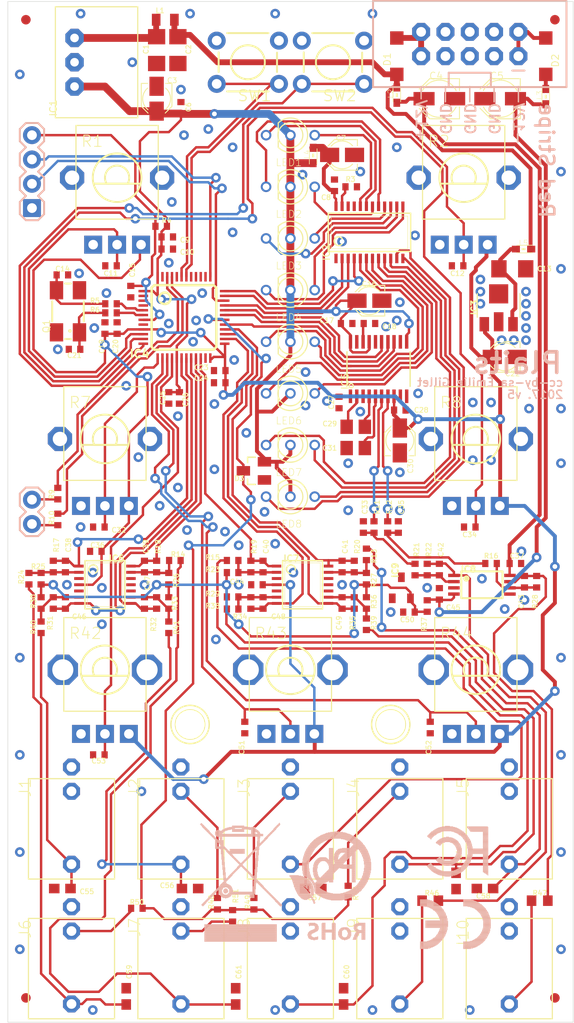
<source format=kicad_pcb>
(kicad_pcb (version 20221018) (generator pcbnew)
  (layers (0 "F.Cu" signal) (31 "B.Cu" signal) (34 "B.Paste" user) (35 "F.Paste" user) (36 "B.SilkS" user "B.Silkscreen") (37 "F.SilkS" user "F.Silkscreen") (38 "B.Mask" user) (39 "F.Mask" user) (44 "Edge.Cuts" user))
  (net 0 "")
  (net 1 "GND")
  (net 2 "+3V3_A")
  (net 3 "N$7")
  (net 4 "N$8")
  (net 5 "VEE")
  (net 6 "VCC")
  (net 7 "+3V3")
  (net 8 "RESET")
  (net 9 "SWCLK")
  (net 10 "SWDIO")
  (net 11 "ADC_TRIG")
  (net 12 "V_OCT_IN")
  (net 13 "N$30")
  (net 14 "MORPH_IN")
  (net 15 "N$32")
  (net 16 "FM_IN")
  (net 17 "N$34")
  (net 18 "MODEL_IN")
  (net 19 "N$37")
  (net 20 "N$39")
  (net 21 "HARMONICS_IN")
  (net 22 "N$41")
  (net 23 "N$68")
  (net 24 "LEDS_SIN")
  (net 25 "LEDS_SCK")
  (net 26 "LEDS_SS")
  (net 27 "NORMALIZATION_PROBE")
  (net 28 "AREF_-10")
  (net 29 "N$56")
  (net 30 "N$64")
  (net 31 "N$1")
  (net 32 "N$3")
  (net 33 "TIMBRE_ATT")
  (net 34 "FREQ_POT")
  (net 35 "TIMBRE_POT")
  (net 36 "FREQ_ATT")
  (net 37 "MORPH_POT")
  (net 38 "MORPH_ATT")
  (net 39 "DAC_DIN")
  (net 40 "DAC_BCK")
  (net 41 "DAC_LRCK")
  (net 42 "N$6")
  (net 43 "N$16")
  (net 44 "N$48")
  (net 45 "N$54")
  (net 46 "N$55")
  (net 47 "N$58")
  (net 48 "N$60")
  (net 49 "N$62")
  (net 50 "N$63")
  (net 51 "N$65")
  (net 52 "N$69")
  (net 53 "ADC_V_OCT")
  (net 54 "ADC_FM")
  (net 55 "ADC_TIMBRE")
  (net 56 "ADC_MORPH")
  (net 57 "HARMONICS_POT")
  (net 58 "ADC_HARMONICS")
  (net 59 "ADC_MODEL")
  (net 60 "N$12")
  (net 61 "N$14")
  (net 62 "N$17")
  (net 63 "N$18")
  (net 64 "N$19")
  (net 65 "N$20")
  (net 66 "N$21")
  (net 67 "N$23")
  (net 68 "N$24")
  (net 69 "N$25")
  (net 70 "SW_1")
  (net 71 "SW_2")
  (net 72 "N$26")
  (net 73 "GATE_IN")
  (net 74 "N$28")
  (net 75 "N$36")
  (net 76 "ADC_GATE")
  (net 77 "TX")
  (net 78 "RX")
  (net 79 "N$2")
  (net 80 "N$5")
  (net 81 "N$9")
  (net 82 "N$10")
  (net 83 "N$11")
  (net 84 "N$13")
  (net 85 "N$15")
  (net 86 "N$22")
  (net 87 "N$33")
  (net 88 "N$51")
  (net 89 "N$4")
  (net 90 "N$27")
  (net 91 "N$31")
  (net 92 "GATE_IN1")
  (net 93 "N$29")
  (net 94 "N$35")
  (net 95 "N$38")
  (net 96 "N$40")
  (net 97 "N$42")
  (net 98 "N$46")
  (net 99 "N$47")
  (net 100 "N$43")
  (footprint "plaits_v50:PANASONIC_A" (layer "F.Cu") (at 170.8748 88.8111 180)
    (fp_text reference "C22")
    (fp_text value "10u")
  )
  (footprint "plaits_v50:R0402" (layer "F.Cu") (at 124.2024 105.7973 90)
    (fp_text reference "R10")
    (fp_text value "100")
  )
  (footprint "plaits_v50:C0402" (layer "F.Cu") (at 153.5711 93.5736 -90)
    (fp_text reference "C27")
    (fp_text value "100n")
  )
  (footprint "plaits_v50:C0603" (layer "F.Cu") (at 124.6786 144.3735 180)
    (fp_text reference "C55")
    (fp_text value "ESD")
  )
  (footprint "plaits_v50:FIDUCIAL-1X2" (layer "F.Cu") (at 176.1136 155.8036)
    (fp_text reference "JP4" hide)
    (fp_text value "FIDUCIAL1X2" hide)
  )
  (footprint "plaits_v50:FIDUCIAL-1X2" (layer "F.Cu") (at 120.8686 155.8036)
    (fp_text reference "JP3" hide)
    (fp_text value "FIDUCIAL1X2" hide)
  )
  (footprint "plaits_v50:LED-BICOLOR-THROUGHHOLE-LUMEX" (layer "F.Cu") (at 148.4911 81.8261)
    (fp_text reference "LED4")
    (fp_text value "SSL-LX3059IGW-CA" hide)
  )
  (footprint "plaits_v50:C0603" (layer "F.Cu") (at 150.8724 144.3736)
    (fp_text reference "C57")
    (fp_text value "ESD")
  )
  (footprint "plaits_v50:C0603" (layer "F.Cu") (at 138.0136 144.3736)
    (fp_text reference "C56")
    (fp_text value "ESD")
  )
  (footprint "plaits_v50:SOD123" (layer "F.Cu") (at 159.6036 57.3786 90)
    (fp_text reference "D1")
    (fp_text value "1N5819HW")
  )
  (footprint "plaits_v50:R0402" (layer "F.Cu") (at 144.3636 110.7186 -90)
    (fp_text reference "R19")
    (fp_text value "20k")
  )
  (footprint "plaits_v50:C0402" (layer "F.Cu") (at 135.6324 76.2698)
    (fp_text reference "C9")
    (fp_text value "1u")
  )
  (footprint "plaits_v50:C0603" (layer "F.Cu") (at 165.7948 143.5798 -90)
    (fp_text reference "C54")
    (fp_text value "ESD")
  )
  (footprint "plaits_v50:WQP_PJ_301M6" (layer "F.Cu") (at 159.9211 137.3886 180)
    (fp_text reference "J4")
    (fp_text value "PJ301_THONKICONN6" hide)
  )
  (footprint "plaits_v50:TSSOP14_065" (layer "F.Cu") (at 149.7611 112.6236 -90)
    (fp_text reference "IC7")
    (fp_text value "MCP6004")
  )
  (footprint "plaits_v50:LED-BICOLOR-THROUGHHOLE-LUMEX" (layer "F.Cu") (at 148.4911 98.0186)
    (fp_text reference "LED7")
    (fp_text value "SSL-LX3059IGW-CA" hide)
  )
  (footprint "plaits_v50:L2012C" (layer "F.Cu") (at 135.4736 53.5686 180)
    (fp_text reference "L1")
    (fp_text value "33u")
  )
  (footprint "plaits_v50:R0402" (layer "F.Cu") (at 144.6811 145.9611 -90)
    (fp_text reference "R49")
    (fp_text value "10k")
  )
  (footprint "plaits_v50:LED-BICOLOR-THROUGHHOLE-LUMEX" (layer "F.Cu") (at 148.4911 76.4286)
    (fp_text reference "LED3")
    (fp_text value "SSL-LX3059IGW-CA" hide)
  )
  (footprint "plaits_v50:C0402" (layer "F.Cu") (at 159.7624 106.5912 90)
    (fp_text reference "C35")
    (fp_text value "1.0n")
  )
  (footprint "plaits_v50:R0402" (layer "F.Cu") (at 132.4573 146.4373 180)
    (fp_text reference "R50")
    (fp_text value "10k")
  )
  (footprint "plaits_v50:C0402" (layer "F.Cu") (at 144.9986 112.6236 180)
    (fp_text reference "C44")
    (fp_text value "100n")
  )
  (footprint "plaits_v50:R0402" (layer "F.Cu") (at 134.9974 75.1586 180)
    (fp_text reference "R4")
    (fp_text value "10k")
  )
  (footprint "plaits_v50:TACTILE-PTH" (layer "F.Cu") (at 152.9361 58.0136)
    (fp_text reference "SW2")
    (fp_text value "" hide)
  )
  (footprint "plaits_v50:R0402" (layer "F.Cu") (at 155.1586 114.5286 90)
    (fp_text reference "R35")
    (fp_text value "20k")
  )
  (footprint "plaits_v50:SOT89" (layer "F.Cu") (at 170.2396 83.4138)
    (fp_text reference "IC3")
    (fp_text value "LD2981ABU33")
  )
  (footprint "plaits_v50:C0603" (layer "F.Cu") (at 142.7762 155.6449 90)
    (fp_text reference "C61")
    (fp_text value "ESD")
  )
  (footprint "plaits_v50:R0402" (layer "F.Cu") (at 154.5236 144.6911 -90)
    (fp_text reference "R45")
    (fp_text value "10k")
  )
  (footprint "plaits_v50:C0402" (layer "F.Cu") (at 135.7911 93.0973 -90)
    (fp_text reference "C25")
    (fp_text value "1u")
  )
  (footprint "plaits_v50:R0402" (layer "F.Cu") (at 156.4286 111.9886 -90)
    (fp_text reference "R27")
    (fp_text value "200k")
  )
  (footprint "plaits_v50:R0402" (layer "F.Cu") (at 154.8411 71.0311)
    (fp_text reference "R3")
    (fp_text value "10k")
  )
  (footprint "plaits_v50:WQP_PJ_301M6" (layer "F.Cu") (at 125.6311 137.3886 180)
    (fp_text reference "J1")
    (fp_text value "PJ301_THONKICONN6" hide)
  )
  (footprint "plaits_v50:C0402" (layer "F.Cu") (at 124.6786 80.2386 180)
    (fp_text reference "C14")
    (fp_text value "20p")
  )
  (footprint "plaits_v50:CTS406" (layer "F.Cu") (at 125.2636 84.0436 90)
    (fp_text reference "Q1")
    (fp_text value "8MHz")
  )
  (footprint "plaits_v50:0603" (layer "F.Cu") (at 159.6036 61.3474 90)
    (fp_text reference "L2")
    (fp_text value "")
  )
  (footprint "plaits_v50:R0402" (layer "F.Cu") (at 162.7786 111.0361 -90)
    (fp_text reference "R22")
    (fp_text value "33k")
  )
  (footprint "plaits_v50:C0402" (layer "F.Cu") (at 156.1111 106.5911 90)
    (fp_text reference "C33")
    (fp_text value "1.0n")
  )
  (footprint "plaits_v50:C0402" (layer "F.Cu") (at 160.8736 115.4811 180)
    (fp_text reference "C50")
    (fp_text value "1u")
  )
  (footprint "plaits_v50:R0402" (layer "F.Cu") (at 140.8711 145.9611 -90)
    (fp_text reference "R48")
    (fp_text value "10k")
  )
  (footprint "plaits_v50:LED-BICOLOR-THROUGHHOLE-LUMEX" (layer "F.Cu") (at 148.4911 65.6336)
    (fp_text reference "LED1")
    (fp_text value "SSL-LX3059IGW-CA" hide)
  )
  (footprint "plaits_v50:ALPS_POT_VERTICAL_PS" (layer "F.Cu") (at 129.1236 97.3836 180)
    (fp_text reference "R7")
    (fp_text value "10kB")
  )
  (footprint "plaits_v50:WQP_PJ_301M6" (layer "F.Cu") (at 137.0611 137.3886 180)
    (fp_text reference "J2")
    (fp_text value "PJ301_THONKICONN6" hide)
  )
  (footprint "plaits_v50:R0402" (layer "F.Cu") (at 142.4586 113.8936 180)
    (fp_text reference "R29")
    (fp_text value "140k")
  )
  (footprint "plaits_v50:3,0TINY" (layer "F.Cu") (at 138.0136 127.2286)
    (fp_text reference "H3" hide)
    (fp_text value "MOUNT-HOLE" hide)
  )
  (footprint "plaits_v50:R0402" (layer "F.Cu") (at 124.2024 103.0986 90)
    (fp_text reference "R9")
    (fp_text value "100")
  )
  (footprint "plaits_v50:FIDUCIAL-1X2" (layer "F.Cu") (at 120.8686 53.5686)
    (fp_text reference "JP1" hide)
    (fp_text value "FIDUCIAL1X2" hide)
  )
  (footprint "plaits_v50:C0402" (layer "F.Cu") (at 128.1711 109.1311 180)
    (fp_text reference "C36")
    (fp_text value "100n")
  )
  (footprint "plaits_v50:R0402" (layer "F.Cu") (at 135.7911 117.0686 -90)
    (fp_text reference "R41")
    (fp_text value "100k")
  )
  (footprint "plaits_v50:C0402" (layer "F.Cu") (at 153.0949 70.8724 90)
    (fp_text reference "C8")
    (fp_text value "100n")
  )
  (footprint "plaits_v50:ALPS_POT_VERTICAL_PS" (layer "F.Cu") (at 167.8586 97.3836 180)
    (fp_text reference "R8")
    (fp_text value "10kB")
  )
  (footprint "plaits_v50:C0402" (layer "F.Cu") (at 141.1126 90.2398 180)
    (fp_text reference "C23")
    (fp_text value "100n")
  )
  (footprint "plaits_v50:SSOP20" (layer "F.Cu") (at 157.6987 90.0811 90)
    (fp_text reference "IC5")
    (fp_text value "PCM5100APW")
  )
  (footprint "plaits_v50:C0402" (layer "F.Cu") (at 167.2236 106.5911 180)
    (fp_text reference "C34")
    (fp_text value "100n")
  )
  (footprint "plaits_v50:LED-BICOLOR-THROUGHHOLE-LUMEX" (layer "F.Cu") (at 148.4911 103.4161)
    (fp_text reference "LED8")
    (fp_text value "SSL-LX3059IGW-CA" hide)
  )
  (footprint "plaits_v50:R0402" (layer "F.Cu") (at 142.4586 147.2311 90)
    (fp_text reference "R51")
    (fp_text value "10k")
  )
  (footprint "plaits_v50:R0402" (layer "F.Cu") (at 135.7911 114.5286 90)
    (fp_text reference "R33")
    (fp_text value "120k")
  )
  (footprint "plaits_v50:PANASONIC_A" (layer "F.Cu") (at 153.8887 67.6974 180)
    (fp_text reference "C7")
    (fp_text value "10u")
  )
  (footprint "plaits_v50:SOT23" (layer "F.Cu") (at 144.681 100.7172 90)
    (fp_text reference "D3")
    (fp_text value "BAT54S")
  )
  (footprint "plaits_v50:C0402" (layer "F.Cu") (at 154.3649 85.3186)
    (fp_text reference "C17")
    (fp_text value "100n")
  )
  (footprint "plaits_v50:R0402" (layer "F.Cu") (at 122.4561 117.0686 -90)
    (fp_text reference "R40")
    (fp_text value "100k")
  )
  (footprint "plaits_v50:TSSOP14_065" (layer "F.Cu") (at 129.1236 112.6236 -90)
    (fp_text reference "IC6")
    (fp_text value "MCP6004")
  )
  (footprint "plaits_v50:ALPS_POT_VERTICAL" (layer "F.Cu") (at 129.1236 121.5136 180)
    (fp_text reference "R42")
    (fp_text value "10kB")
  )
  (footprint "plaits_v50:C0402" (layer "F.Cu") (at 159.9211 94.3673)
    (fp_text reference "C28")
    (fp_text value "100n")
  )
  (footprint "plaits_v50:C0402" (layer "F.Cu") (at 130.3936 85.7948 90)
    (fp_text reference "C20")
    (fp_text value "100n")
  )
  (footprint "plaits_v50:C0402" (layer "F.Cu") (at 141.1126 91.5097 180)
    (fp_text reference "C24")
    (fp_text value "1u")
  )
  (footprint "plaits_v50:C1206" (layer "F.Cu") (at 171.6686 79.6036)
    (fp_text reference "C13")
    (fp_text value "22u")
  )
  (footprint "plaits_v50:PANASONIC_B" (layer "F.Cu") (at 170.3986 61.8236 180)
    (fp_text reference "C5")
    (fp_text value "22u")
  )
  (footprint "plaits_v50:R0402" (layer "F.Cu") (at 144.3636 114.5286 90)
    (fp_text reference "R34")
    (fp_text value "33k")
  )
  (footprint "plaits_v50:C0402" (layer "F.Cu") (at 128.4886 106.5911 180)
    (fp_text reference "C32")
    (fp_text value "100n")
  )
  (footprint "plaits_v50:ALPS_POT_VERTICAL" (layer "F.Cu") (at 167.8586 121.5136 180)
    (fp_text reference "R44")
    (fp_text value "10kB")
  )
  (footprint "plaits_v50:R0402" (layer "F.Cu") (at 134.5211 110.7186 -90)
    (fp_text reference "R18")
    (fp_text value "33k")
  )
  (footprint "plaits_v50:R0402" (layer "F.Cu") (at 156.4286 109.4486 90)
    (fp_text reference "R13")
    (fp_text value "100k")
  )
  (footprint "plaits_v50:ALPS_POT_VERTICAL" (layer "F.Cu") (at 148.4911 121.5136 180)
    (fp_text reference "R43")
    (fp_text value "10kB")
  )
  (footprint "plaits_v50:R0402" (layer "F.Cu") (at 123.7261 110.7186 -90)
    (fp_text reference "R17")
    (fp_text value "56k")
  )
  (footprint "plaits_v50:C0402" (layer "F.Cu") (at 136.9024 93.0973 -90)
    (fp_text reference "C26")
    (fp_text value "100n")
  )
  (footprint "plaits_v50:ALPS_POT_VERTICAL_PS" (layer "F.Cu") (at 166.5886 70.0786 180)
    (fp_text reference "R2")
    (fp_text value "10kB")
  )
  (footprint "plaits_v50:ALPS_POT_VERTICAL_PS" (layer "F.Cu") (at 130.3936 70.0786 180)
    (fp_text reference "R1")
    (fp_text value "10kB")
  )
  (footprint "plaits_v50:C0402" (layer "F.Cu") (at 129.1236 85.7948 90)
    (fp_text reference "C19")
    (fp_text value "1u")
  )
  (footprint "plaits_v50:LED-BICOLOR-THROUGHHOLE-LUMEX" (layer "F.Cu") (at 148.4911 71.0311)
    (fp_text reference "LED2")
    (fp_text value "SSL-LX3059IGW-CA" hide)
  )
  (footprint "plaits_v50:C0402" (layer "F.Cu") (at 128.4886 130.4036 180)
    (fp_text reference "C53")
    (fp_text value "100n")
  )
  (footprint "plaits_v50:WE78" (layer "F.Cu") (at 125.9486 58.0136 -90)
    (fp_text reference "IC1")
    (fp_text value "R-78E3.3-0.5")
  )
  (footprint "plaits_v50:DBZ_R-PDSO-G3" (layer "F.Cu") (at 160.0799 112.9411)
    (fp_text reference "IC9")
    (fp_text value "LM4040B10")
  )
  (footprint "plaits_v50:WQP_PJ_301M6" (layer "F.Cu") (at 125.6311 151.9936 180)
    (fp_text reference "J6")
    (fp_text value "PJ301_THONKICONN6" hide)
  )
  (footprint "plaits_v50:R0402" (layer "F.Cu") (at 174.2086 112.3061 -90)
    (fp_text reference "R28")
    (fp_text value "33k")
  )
  (footprint "plaits_v50:C0402" (layer "F.Cu") (at 156.7458 85.3187)
    (fp_text reference "C18")
    (fp_text value "100n")
  )
  (footprint "plaits_v50:C0402" (layer "F.Cu") (at 137.0611 62.7761 90)
    (fp_text reference "C6")
    (fp_text value "100n")
  )
  (footprint "plaits_v50:LED-BICOLOR-THROUGHHOLE-LUMEX" (layer "F.Cu") (at 148.4911 92.6211)
    (fp_text reference "LED6")
    (fp_text value "SSL-LX3059IGW-CA" hide)
  )
  (footprint "plaits_v50:R0402" (layer "F.Cu") (at 142.4586 110.0836 180)
    (fp_text reference "R15")
    (fp_text value "100k")
  )
  (footprint "plaits_v50:R0402" (layer "F.Cu") (at 157.2224 106.5911 90)
    (fp_text reference "R11")
    (fp_text value "2.2k")
  )
  (footprint "plaits_v50:C0402" (layer "F.Cu") (at 133.2511 110.7186 90)
    (fp_text reference "C39")
    (fp_text value "1.0n")
  )
  (footprint "plaits_v50:C0402" (layer "F.Cu") (at 125.9486 88.0173)
    (fp_text reference "C21")
    (fp_text value "20p")
  )
  (footprint "plaits_v50:C0402" (layer "F.Cu") (at 124.9961 110.7186 90)
    (fp_text reference "C38")
    (fp_text value "100p")
  )
  (footprint "plaits_v50:C0402" (layer "F.Cu") (at 163.0961 127.5461 -90)
    (fp_text reference "C52")
    (fp_text value "100n")
  )
  (footprint "plaits_v50:R0402" (layer "F.Cu") (at 158.6511 106.5911 90)
    (fp_text reference "R12")
    (fp_text value "2.2k")
  )
  (footprint "plaits_v50:C0402" (layer "F.Cu") (at 145.6336 110.7186 90)
    (fp_text reference "C40")
    (fp_text value "1.0n")
  )
  (footprint "plaits_v50:R0402" (layer "F.Cu") (at 161.5086 111.0361 90)
    (fp_text reference "R21")
    (fp_text value "10k")
  )
  (footprint "plaits_v50:C0402" (layer "F.Cu") (at 164.0486 111.0361 90)
    (fp_text reference "C42")
    (fp_text value "100p")
  )
  (footprint "plaits_v50:WQP_PJ_301M6" (layer "F.Cu") (at 159.9211 151.9936 180)
    (fp_text reference "J9")
    (fp_text value "PJ301_THONKICONN6" hide)
  )
  (footprint "plaits_v50:R0402" (layer "F.Cu") (at 122.4561 114.5286 90)
    (fp_text reference "R30")
    (fp_text value "200k")
  )
  (footprint "plaits_v50:R0402" (layer "F.Cu") (at 162.7786 114.8461 -90)
    (fp_text reference "R37")
    (fp_text value "2.2k")
  )
  (footprint "plaits_v50:WQP_PJ_301M6" (layer "F.Cu") (at 137.0611 151.9936 180)
    (fp_text reference "J7")
    (fp_text value "PJ301_THONKICONN6" hide)
  )
  (footprint "plaits_v50:R0603" (layer "F.Cu") (at 174.5261 145.6436)
    (fp_text reference "R47")
    (fp_text value "1.0k")
  )
  (footprint "plaits_v50:R0402" (layer "F.Cu") (at 155.1586 110.7186 -90)
    (fp_text reference "R20")
    (fp_text value "33k")
  )
  (footprint "plaits_v50:R0402" (layer "F.Cu") (at 142.4586 111.3536 180)
    (fp_text reference "R23")
    (fp_text value "120k")
  )
  (footprint "plaits_v50:0603" (layer "F.Cu") (at 172.9386 77.5399)
    (fp_text reference "L5")
    (fp_text value "")
  )
  (footprint "plaits_v50:R0402" (layer "F.Cu") (at 156.4286 116.7511 -90)
    (fp_text reference "R39")
    (fp_text value "100k")
  )
  (footprint "plaits_v50:TSSOP08" (layer "F.Cu") (at 168.4936 112.6236 -90)
    (fp_text reference "IC8")
    (fp_text value "TL072PW")
  )
  (footprint "plaits_v50:SOD123" (layer "F.Cu") (at 175.1611 57.3786 -90)
    (fp_text reference "D2")
    (fp_text value "1N5819HW")
  )
  (footprint "plaits_v50:C0402" (layer "F.Cu") (at 133.2511 114.5286 -90)
    (fp_text reference "C47")
    (fp_text value "1.0n")
  )
  (footprint "plaits_v50:C0603" (layer "F.Cu") (at 131.3461 155.6448 90)
    (fp_text reference "C59")
    (fp_text value "ESD")
  )
  (footprint "plaits_v50:WQP_PJ_301M6" (layer "F.Cu") (at 148.4911 137.3886 180)
    (fp_text reference "J3")
    (fp_text value "PJ301_THONKICONN6" hide)
  )
  (footprint "plaits_v50:C0402" (layer "F.Cu") (at 164.0486 113.5761 -90)
    (fp_text reference "C45")
    (fp_text value "100n")
  )
  (footprint "plaits_v50:C1206" (layer "F.Cu") (at 136.7436 56.7436 -90)
    (fp_text reference "C2")
    (fp_text value "22u")
  )
  (footprint "plaits_v50:PANASONIC_A" (layer "F.Cu") (at 134.5211 61.8236 -90)
    (fp_text reference "C3")
    (fp_text value "10u")
  )
  (footprint "plaits_v50:R0402" (layer "F.Cu") (at 129.7586 84.2074 180)
    (fp_text reference "R6")
    (fp_text value "100")
  )
  (footprint "plaits_v50:TSSOP24_0635" (layer "F.Cu") (at 156.7461 75.7936)
    (fp_text reference "IC2")
    (fp_text value "TLC59281DBQ")
  )
  (footprint "plaits_v50:FIDUCIAL-1X2" (layer "F.Cu") (at 176.1136 53.5686)
    (fp_text reference "JP2" hide)
    (fp_text value "FIDUCIAL1X2" hide)
  )
  (footprint "plaits_v50:R0603" (layer "F.Cu") (at 163.0961 145.6436)
    (fp_text reference "R46")
    (fp_text value "1.0k")
  )
  (footprint "plaits_v50:C0805" (layer "F.Cu") (at 155.3174 98.3361 180)
    (fp_text reference "C31")
    (fp_text value "2.2u")
  )
  (footprint "plaits_v50:3,0TINY" (layer "F.Cu") (at 158.9686 127.2285)
    (fp_text reference "H2" hide)
    (fp_text value "MOUNT-HOLE" hide)
  )
  (footprint "plaits_v50:C0402" (layer "F.Cu") (at 129.7586 79.2861 180)
    (fp_text reference "C11")
    (fp_text value "100n")
  )
  (footprint "plaits_v50:PANASONIC_B" (layer "F.Cu") (at 164.0486 61.8236 180)
    (fp_text reference "C4")
    (fp_text value "22u")
  )
  (footprint "plaits_v50:C0402" (layer "F.Cu") (at 131.8225 81.985 -90)
    (fp_text reference "C15")
    (fp_text value "100n")
  )
  (footprint "plaits_v50:WQP_PJ_301M6" (layer "F.Cu") (at 171.3511 151.9936 180)
    (fp_text reference "J10")
    (fp_text value "PJ301_THONKICONN6" hide)
  )
  (footprint "plaits_v50:TACTILE-PTH" (layer "F.Cu") (at 144.0461 58.0136)
    (fp_text reference "SW1")
    (fp_text value "" hide)
  )
  (footprint "plaits_v50:C0805" (layer "F.Cu") (at 155.3176 96.1136)
    (fp_text reference "C29")
    (fp_text value "2.2u")
  )
  (footprint "plaits_v50:C0603" (layer "F.Cu") (at 168.8113 144.3736 180)
    (fp_text reference "C58")
    (fp_text value "ESD")
  )
  (footprint "plaits_v50:R0402" (layer "F.Cu") (at 156.4287 114.5286 90)
    (fp_text reference "R36")
    (fp_text value "120k")
  )
  (footprint "plaits_v50:C0402" (layer "F.Cu") (at 124.9961 114.5286 -90)
    (fp_text reference "C46")
    (fp_text value "100p")
  )
  (footprint "plaits_v50:R0402" (layer "F.Cu") (at 142.4586 115.1636 180)
    (fp_text reference "R38")
    (fp_text value "100k")
  )
  (footprint "plaits_v50:R0402" (layer "F.Cu") (at 169.4461 110.4011 180)
    (fp_text reference "R16")
    (fp_text value "10k")
  )
  (footprint "plaits_v50:0603" (layer "F.Cu") (at 150.8724 67.8561 -90)
    (fp_text reference "L4")
    (fp_text value "")
  )
  (footprint "plaits_v50:PANASONIC_A" (layer "F.Cu") (at 159.9211 97.5423 90)
    (fp_text reference "C30")
    (fp_text value "10u")
  )
  (footprint "plaits_v50:0603" (layer "F.Cu") (at 175.1611 61.5061 90)
    (fp_text reference "L3")
    (fp_text value "")
  )
  (footprint "plaits_v50:C0402" (layer "F.Cu") (at 143.7286 127.5461 -90)
    (fp_text reference "C51")
    (fp_text value "100n")
  )
  (footprint "plaits_v50:C0603" (layer "F.Cu") (at 154.0474 155.6448 90)
    (fp_text reference "C60")
    (fp_text value "ESD")
  )
  (footprint "plaits_v50:LED-BICOLOR-THROUGHHOLE-LUMEX" (layer "F.Cu") (at 148.4911 87.2236)
    (fp_text reference "LED5")
    (fp_text value "SSL-LX3059IGW-CA" hide)
  )
  (footprint "plaits_v50:C0402" (layer "F.Cu") (at 153.8886 114.5286 -90)
    (fp_text reference "C49")
    (fp_text value "1.0n")
  )
  (footprint "plaits_v50:R0402" (layer "F.Cu") (at 129.7587 83.2547 180)
    (fp_text reference "R5")
    (fp_text value "100")
  )
  (footprint "plaits_v50:LQFP48" (layer "F.Cu") (at 137.3786 84.6836 -90)
    (fp_text reference "IC4")
    (fp_text value "STM32F373CCT6")
  )
  (footprint "plaits_v50:C0402" (layer "F.Cu") (at 135.6325 77.5397)
    (fp_text reference "C10")
    (fp_text value "100n")
  )
  (footprint "plaits_v50:WQP_PJ_301M6" (layer "F.Cu") (at 148.4911 151.9936 180)
    (fp_text reference "J8")
    (fp_text value "PJ301_THONKICONN6" hide)
  )
  (footprint "plaits_v50:C0402" (layer "F.Cu") (at 172.9386 112.3061 90)
    (fp_text reference "C43")
    (fp_text value "100p")
  )
  (footprint "plaits_v50:C1206" (layer "F.Cu") (at 134.5211 56.7436 -90)
    (fp_text reference "C1")
    (fp_text value "22u")
  )
  (footprint "plaits_v50:C0402" (layer "F.Cu") (at 153.8886 110.7186 90)
    (fp_text reference "C41")
    (fp_text value "1.0n")
  )
  (footprint "plaits_v50:PANASONIC_A" (layer "F.Cu") (at 156.7459 82.9373 180)
    (fp_text reference "C16")
    (fp_text value "10u")
  )
  (footprint "plaits_v50:R0402" (layer "F.Cu") (at 121.1861 111.9886 -90)
    (fp_text reference "R24")
    (fp_text value "100k")
  )
  (footprint "plaits_v50:R0402" (layer "F.Cu") (at 134.5211 114.5286 90)
    (fp_text reference "R32")
    (fp_text value "20k")
  )
  (footprint "plaits_v50:C0402" (layer "F.Cu") (at 165.9536 79.2861 180)
    (fp_text reference "C12")
    (fp_text value "100n")
  )
  (footprint "plaits_v50:R0402" (layer "F.Cu") (at 135.7911 111.9886 -90)
    (fp_text reference "R26")
    (fp_text value "110k")
  )
  (footprint "plaits_v50:C0402" (layer "F.Cu") (at 145.6336 114.5286 -90)
    (fp_text reference "C48")
    (fp_text value "1.0n")
  )
  (footprint "plaits_v50:R0402" (layer "F.Cu") (at 122.4561 111.9886 -90)
    (fp_text reference "R25")
    (fp_text value "200k")
  )
  (footprint "plaits_v50:WQP_PJ_301M6" (layer "F.Cu") (at 171.3511 137.3886 180)
    (fp_text reference "J5")
    (fp_text value "PJ301_THONKICONN6" hide)
  )
  (footprint "plaits_v50:R0402" (layer "F.Cu") (at 123.7261 114.5286 90)
    (fp_text reference "R31")
    (fp_text value "33k")
  )
  (footprint "plaits_v50:C0402" (layer "F.Cu") (at 171.9861 110.4011)
    (fp_text reference "C37")
    (fp_text value "100n")
  )
  (footprint "plaits_v50:R0402" (layer "F.Cu") (at 136.4261 110.0836)
    (fp_text reference "R14")
    (fp_text value "100k")
  )
  (footprint "plaits_v50:1X02" (layer "B.Cu") (at 121.5036 103.7336 -90)
    (fp_text reference "JP5" hide)
    (fp_text value "")
  )
  (footprint "plaits_v50:FCC_MEDIUM" (layer "B.Cu") (at 169.1286 143.1036 180)
    (fp_text reference "U$1" hide)
    (fp_text value "" hide)
  )
  (footprint "plaits_v50:1X04" (layer "B.Cu") (at 121.5036 73.2536 90)
    (fp_text reference "JP6" hide)
    (fp_text value "")
  )
  (footprint "plaits_v50:ROHS_BIG" (layer "B.Cu") (at 158.1748 150.7236 180)
    (fp_text reference "U$2" hide)
    (fp_text value "" hide)
  )
  (footprint "plaits_v50:2X5-SHROUDED" (layer "B.Cu") (at 167.2236 56.1086 90)
    (fp_text reference "JP8" hide)
    (fp_text value "M05X2SHD" hide)
  )
  (footprint "plaits_v50:CE_MEDIUM" (layer "B.Cu") (at 169.4461 150.7236 180)
    (fp_text reference "U$3" hide)
    (fp_text value "" hide)
  )
  (gr_line (start 169.7636 60.5536) (end 169.7636 62.1411) (stroke (width 0.1524)) (layer "B.SilkS"))
  (gr_line (start 164.6836 60.5536) (end 164.6836 62.1411) (stroke (width 0.1524)) (layer "B.SilkS"))
  (gr_line (start 167.2236 60.5536) (end 167.2236 62.1411) (stroke (width 0.1524)) (layer "B.SilkS"))
  (gr_line (start 162.1436 60.5536) (end 162.1436 61.8236) (stroke (width 0.1524)) (layer "B.SilkS"))
  (gr_line (start 172.3036 60.5536) (end 172.3036 62.1411) (stroke (width 0.1524)) (layer "B.SilkS"))
  (gr_line (start 178.0186 158.3436) (end 118.9836 158.3436) (stroke (width 0.05)) (layer "Edge.Cuts"))
  (gr_line (start 118.9836 51.6636) (end 178.0186 51.6636) (stroke (width 0.05)) (layer "Edge.Cuts"))
  (gr_line (start 178.0186 51.6636) (end 178.0186 158.3436) (stroke (width 0.05)) (layer "Edge.Cuts"))
  (gr_line (start 118.9836 158.3436) (end 118.9836 51.6636) (stroke (width 0.05)) (layer "Edge.Cuts"))
  (gr_text "-12V" (at 172.9386 62.1411 -90) (layer "B.SilkS") (effects (font (size 1.0795 1.0795) (thickness 0.1905)) (justify right top mirror)))
  (gr_text "+12V" (at 162.7786 61.8236 -90) (layer "B.SilkS") (effects (font (size 1.0795 1.0795) (thickness 0.1905)) (justify right top mirror)))
  (gr_text "2017. v5" (at 177.066 93.2562) (layer "B.SilkS") (effects (font (size 0.8636 0.8636) (thickness 0.1524)) (justify left bottom mirror)))
  (gr_text "Red Stripe" (at 176.1136 62.1411 -90) (layer "B.SilkS") (effects (font (size 1.5113 1.5113) (thickness 0.2667)) (justify right top mirror)))
  (gr_text "Plaits" (at 177.066 90.7162) (layer "B.SilkS") (effects (font (size 2.159 2.159) (thickness 0.381)) (justify left bottom mirror)))
  (gr_text "cc-by-sa Émilie Gillet" (at 177.066 91.9862) (layer "B.SilkS") (effects (font (size 0.8636 0.8636) (thickness 0.1524)) (justify left bottom mirror)))
  (gr_text "GND" (at 170.3986 62.1411 -90) (layer "B.SilkS") (effects (font (size 1.0795 1.0795) (thickness 0.1905)) (justify right top mirror)))
  (gr_text "GND" (at 167.8586 62.1411 -90) (layer "B.SilkS") (effects (font (size 1.0795 1.0795) (thickness 0.1905)) (justify right top mirror)))
  (gr_text "GND" (at 165.3186 62.1411 -90) (layer "B.SilkS") (effects (font (size 1.0795 1.0795) (thickness 0.1905)) (justify right top mirror)))
  (segment (start 145.781 101.6672) (end 145.6249 101.5111) (width 0.254) (layer "F.Cu") (net 1))
  (segment (start 145.4749 101.5111) (end 145.4749 101.5198) (width 0.254) (layer "F.Cu") (net 1))
  (segment (start 145.6249 101.5111) (end 145.4749 101.5111) (width 0.254) (layer "F.Cu") (net 1))
  (via (at 128.0123 85.7948) (size 1.008) (drill 0.5) (layers "F.Cu" "B.Cu") (net 1))
  (via (at 154.5236 104.8449) (size 1.008) (drill 0.5) (layers "F.Cu" "B.Cu") (net 1))
  (via (at 159.9211 104.8448) (size 1.008) (drill 0.5) (layers "F.Cu" "B.Cu") (net 1))
  (via (at 139.2836 82.1436) (size 1.008) (drill 0.5) (layers "F.Cu" "B.Cu") (net 1))
  (via (at 150.0786 90.3986) (size 1.008) (drill 0.5) (layers "F.Cu" "B.Cu") (net 1))
  (via (at 167.2236 157.0736) (size 1.008) (drill 0.5) (layers "F.Cu" "B.Cu") (net 1))
  (via (at 138.0136 52.9336) (size 1.008) (drill 0.5) (layers "F.Cu" "B.Cu") (net 1))
  (via (at 128.8061 116.7511) (size 1.008) (drill 0.5) (layers "F.Cu" "B.Cu") (net 1))
  (via (at 126.5836 106.5911) (size 1.008) (drill 0.5) (layers "F.Cu" "B.Cu") (net 1))
  (via (at 159.6037 85.0011) (size 1.008) (drill 0.5) (layers "F.Cu" "B.Cu") (net 1))
  (via (at 173.4147 94.2086) (size 1.008) (drill 0.5) (layers "F.Cu" "B.Cu") (net 1))
  (via (at 169.446 99.6061) (size 1.008) (drill 0.5) (layers "F.Cu" "B.Cu") (net 1))
  (via (at 176.7486 150.7236) (size 1.008) (drill 0.5) (layers "F.Cu" "B.Cu") (net 1))
  (via (at 154.5236 99.9236) (size 1.008) (drill 0.5) (layers "F.Cu" "B.Cu") (net 1))
  (via (at 176.7486 120.2436) (size 1.008) (drill 0.5) (layers "F.Cu" "B.Cu") (net 1))
  (via (at 126.4249 80.0798) (size 1.008) (drill 0.5) (layers "F.Cu" "B.Cu") (net 1))
  (via (at 135.7911 78.9686) (size 1.008) (drill 0.5) (layers "F.Cu" "B.Cu") (net 1))
  (via (at 120.2336 140.5636) (size 1.008) (drill 0.5) (layers "F.Cu" "B.Cu") (net 1))
  (via (at 143.0936 112.6236) (size 1.008) (drill 0.5) (layers "F.Cu" "B.Cu") (net 1))
  (via (at 172.9386 114.2111) (size 1.008) (drill 0.5) (layers "F.Cu" "B.Cu") (net 1))
  (via (at 143.0936 108.4962) (size 1.008) (drill 0.5) (layers "F.Cu" "B.Cu") (net 1))
  (via (at 136.1086 72.6186) (size 1.008) (drill 0.5) (layers "F.Cu" "B.Cu") (net 1))
  (via (at 153.8886 112.6236) (size 1.008) (drill 0.5) (layers "F.Cu" "B.Cu") (net 1))
  (via (at 143.8873 96.7486) (size 1.008) (drill 0.5) (layers "F.Cu" "B.Cu") (net 1))
  (via (at 159.6036 66.9036) (size 1.008) (drill 0.5) (layers "F.Cu" "B.Cu") (net 1))
  (via (at 161.5085 76.1111) (size 1.008) (drill 0.5) (layers "F.Cu" "B.Cu") (net 1))
  (via (at 140.5538 93.7324) (size 1.008) (drill 0.5) (layers "F.Cu" "B.Cu") (net 1))
  (via (at 141.6649 107.0674) (size 1.008) (drill 0.5) (layers "F.Cu" "B.Cu") (net 1))
  (via (at 157.0636 52.9336) (size 1.008) (drill 0.5) (layers "F.Cu" "B.Cu") (net 1))
  (via (at 173.0973 85.7948) (size 1.008) (drill 0.5) (layers "F.Cu" "B.Cu") (net 1))
  (via (at 173.0973 84.5248) (size 1.008) (drill 0.5) (layers "F.Cu" "B.Cu") (net 1))
  (via (at 145.7923 105.0036) (size 1.008) (drill 0.5) (layers "F.Cu" "B.Cu") (net 1))
  (via (at 120.2336 59.2836) (size 1.008) (drill 0.5) (layers "F.Cu" "B.Cu") (net 1))
  (via (at 146.9035 52.9336) (size 1.008) (drill 0.5) (layers "F.Cu" "B.Cu") (net 1))
  (via (at 148.8086 111.3536) (size 1.008) (drill 0.5) (layers "F.Cu" "B.Cu") (net 1))
  (via (at 176.7486 94.2086) (size 1.008) (drill 0.5) (layers "F.Cu" "B.Cu") (net 1))
  (via (at 162.7786 112.9411) (size 1.008) (drill 0.5) (layers "F.Cu" "B.Cu") (net 1))
  (via (at 132.9336 134.2136) (size 1.008) (drill 0.5) (layers "F.Cu" "B.Cu") (net 1))
  (via (at 142.6174 89.1286) (size 1.008) (drill 0.5) (layers "F.Cu" "B.Cu") (net 1))
  (via (at 139.9185 64.9986) (size 1.008) (drill 0.5) (layers "F.Cu" "B.Cu") (net 1))
  (via (at 137.3786 65.6336) (size 1.008) (drill 0.5) (layers "F.Cu" "B.Cu") (net 1))
  (via (at 136.7437 102.4636) (size 1.008) (drill 0.5) (layers "F.Cu" "B.Cu") (net 1))
  (via (at 168.3348 81.9848) (size 1.008) (drill 0.5) (layers "F.Cu" "B.Cu") (net 1))
  (via (at 133.2511 112.6236) (size 1.008) (drill 0.5) (layers "F.Cu" "B.Cu") (net 1))
  (via (at 120.2336 120.2436) (size 1.008) (drill 0.5) (layers "F.Cu" "B.Cu") (net 1))
  (via (at 176.7486 69.4436) (size 1.008) (drill 0.5) (layers "F.Cu" "B.Cu") (net 1))
  (via (at 138.3311 87.2236) (size 1.008) (drill 0.5) (layers "F.Cu" "B.Cu") (net 1))
  (via (at 167.541 99.6061) (size 1.008) (drill 0.5) (layers "F.Cu" "B.Cu") (net 1))
  (via (at 157.0636 157.0736) (size 1.008) (drill 0.5) (layers "F.Cu" "B.Cu") (net 1))
  (via (at 120.2336 130.4036) (size 1.008) (drill 0.5) (layers "F.Cu" "B.Cu") (net 1))
  (via (at 127.8536 157.0736) (size 1.008) (drill 0.5) (layers "F.Cu" "B.Cu") (net 1))
  (via (at 142.4586 66.9036) (size 1.008) (drill 0.5) (layers "F.Cu" "B.Cu") (net 1))
  (via (at 158.9686 115.4811) (size 1.008) (drill 0.5) (layers "F.Cu" "B.Cu") (net 1))
  (via (at 172.6211 109.1311) (size 1.008) (drill 0.5) (layers "F.Cu" "B.Cu") (net 1))
  (via (at 135.791 85.3186) (size 1.008) (drill 0.5) (layers "F.Cu" "B.Cu") (net 1))
  (via (at 137.061 60.8711) (size 1.008) (drill 0.5) (layers "F.Cu" "B.Cu") (net 1))
  (via (at 169.446 93.5736) (size 1.008) (drill 0.5) (layers "F.Cu" "B.Cu") (net 1))
  (via (at 155.7935 69.4436) (size 1.008) (drill 0.5) (layers "F.Cu" "B.Cu") (net 1))
  (via (at 161.8261 92.6211) (size 1.008) (drill 0.5) (layers "F.Cu" "B.Cu") (net 1))
  (via (at 132.6161 99.2886) (size 1.008) (drill 0.5) (layers "F.Cu" "B.Cu") (net 1))
  (via (at 138.6486 85.0011) (size 1.008) (drill 0.5) (layers "F.Cu" "B.Cu") (net 1))
  (via (at 137.6961 106.9086) (size 1.008) (drill 0.5) (layers "F.Cu" "B.Cu") (net 1))
  (via (at 140.5536 100.5587) (size 1.008) (drill 0.5) (layers "F.Cu" "B.Cu") (net 1))
  (via (at 176.7486 140.5636) (size 1.008) (drill 0.5) (layers "F.Cu" "B.Cu") (net 1))
  (via (at 168.4936 111.9886) (size 1.008) (drill 0.5) (layers "F.Cu" "B.Cu") (net 1))
  (via (at 159.9211 100.8761) (size 1.008) (drill 0.5) (layers "F.Cu" "B.Cu") (net 1))
  (via (at 155.7937 94.5261) (size 1.008) (drill 0.5) (layers "F.Cu" "B.Cu") (net 1))
  (via (at 125.1549 112.6236) (size 1.008) (drill 0.5) (layers "F.Cu" "B.Cu") (net 1))
  (via (at 150.0786 93.8911) (size 1.008) (drill 0.5) (layers "F.Cu" "B.Cu") (net 1))
  (via (at 140.7124 118.3387) (size 1.008) (drill 0.5) (layers "F.Cu" "B.Cu") (net 1))
  (via (at 176.7486 99.9236) (size 1.008) (drill 0.5) (layers "F.Cu" "B.Cu") (net 1))
  (via (at 173.0973 81.9848) (size 1.008) (drill 0.5) (layers "F.Cu" "B.Cu") (net 1))
  (via (at 127.8536 111.3536) (size 1.008) (drill 0.5) (layers "F.Cu" "B.Cu") (net 1))
  (via (at 168.3348 80.7148) (size 1.008) (drill 0.5) (layers "F.Cu" "B.Cu") (net 1))
  (via (at 124.2024 88.0173) (size 1.008) (drill 0.5) (layers "F.Cu" "B.Cu") (net 1))
  (via (at 170.5573 87.0648) (size 1.008) (drill 0.5) (layers "F.Cu" "B.Cu") (net 1))
  (via (at 128.8061 112.9411) (size 1.008) (drill 0.5) (layers "F.Cu" "B.Cu") (net 1))
  (via (at 170.8749 115.1636) (size 1.008) (drill 0.5) (layers "F.Cu" "B.Cu") (net 1))
  (via (at 153.8885 76.7461) (size 1.008) (drill 0.5) (layers "F.Cu" "B.Cu") (net 1))
  (via (at 173.0973 83.2548) (size 1.008) (drill 0.5) (layers "F.Cu" "B.Cu") (net 1))
  (via (at 158.4925 85.6361) (size 1.008) (drill 0.5) (layers "F.Cu" "B.Cu") (net 1))
  (via (at 146.9036 157.0736) (size 1.008) (drill 0.5) (layers "F.Cu" "B.Cu") (net 1))
  (via (at 149.761 69.761) (size 1.008) (drill 0.5) (layers "F.Cu" "B.Cu") (net 1))
  (via (at 142.4586 75.7936) (size 1.008) (drill 0.5) (layers "F.Cu" "B.Cu") (net 1))
  (via (at 131.3461 91.8274) (size 1.008) (drill 0.5) (layers "F.Cu" "B.Cu") (net 1))
  (via (at 120.2336 150.7236) (size 1.008) (drill 0.5) (layers "F.Cu" "B.Cu") (net 1))
  (via (at 171.8273 87.0648) (size 1.008) (drill 0.5) (layers "F.Cu" "B.Cu") (net 1))
  (via (at 176.7486 79.6036) (size 1.008) (drill 0.5) (layers "F.Cu" "B.Cu") (net 1))
  (via (at 173.0973 87.0648) (size 1.008) (drill 0.5) (layers "F.Cu" "B.Cu") (net 1))
  (via (at 131.981 58.0136) (size 1.008) (drill 0.5) (layers "F.Cu" "B.Cu") (net 1))
  (via (at 126.5836 52.9336) (size 1.008) (drill 0.5) (layers "F.Cu" "B.Cu") (net 1))
  (via (at 168.3348 83.2548) (size 1.008) (drill 0.5) (layers "F.Cu" "B.Cu") (net 1))
  (via (at 129.2823 82.1436) (size 1.008) (drill 0.5) (layers "F.Cu" "B.Cu") (net 1))
  (via (at 136.7436 95.0023) (size 1.008) (drill 0.5) (layers "F.Cu" "B.Cu") (net 1))
  (via (at 167.541 93.5736) (size 1.008) (drill 0.5) (layers "F.Cu" "B.Cu") (net 1))
  (via (at 176.7486 130.4036) (size 1.008) (drill 0.5) (layers "F.Cu" "B.Cu") (net 1))
  (via (at 134.8387 104.3686) (size 1.008) (drill 0.5) (layers "F.Cu" "B.Cu") (net 1))
  (via (at 159.9212 83.0961) (size 1.008) (drill 0.5) (layers "F.Cu" "B.Cu") (net 1))
  (via (at 146.9036 108.3374) (size 1.008) (drill 0.5) (layers "F.Cu" "B.Cu") (net 1))
  (segment (start 153.6188 92.9259) (end 154.7627 92.9259) (width 0.254) (layer "F.Cu") (net 2))
  (segment (start 170.3986 95.3198) (end 170.3986 91.5098) (width 0.4064) (layer "F.Cu") (net 2))
  (segment (start 168.335 88.8111) (end 167.3824 87.8586) (width 0.4064) (layer "F.Cu") (net 2))
  (segment (start 133.5686 94.8436) (end 131.6236 96.7886) (width 0.254) (layer "F.Cu") (net 2))
  (segment (start 139.1249 86.2711) (end 139.1248 86.2711) (width 0.254) (layer "F.Cu") (net 2))
  (segment (start 141.7126 90.2398) (end 141.6649 90.1921) (width 0.254) (layer "F.Cu") (net 2))
  (segment (start 131.0636 86.3948) (end 130.3936 86.3948) (width 0.254) (layer "F.Cu") (net 2))
  (segment (start 170.3986 104.3436) (end 170.3986 95.3198) (width 0.4064) (layer "F.Cu") (net 2))
  (segment (start 129.1236 86.3948) (end 129.1236 87.5411) (width 0.254) (layer "F.Cu") (net 2))
  (segment (start 159.3211 94.3673) (end 159.3211 92.9331) (width 0.254) (layer "F.Cu") (net 2))
  (segment (start 121.6624 79.7623) (end 122.7736 78.6511) (width 0.254) (layer "F.Cu") (net 2))
  (segment (start 124.0436 90.3986) (end 121.6624 88.0173) (width 0.254) (layer "F.Cu") (net 2))
  (segment (start 148.4911 112.6236) (end 147.0433 112.6236) (width 0.254) (layer "F.Cu") (net 2))
  (segment (start 176.1136 122.7836) (end 174.8436 121.5136) (width 0.4064) (layer "F.Cu") (net 2))
  (segment (start 141.7126 91.5097) (end 141.7126 90.2398) (width 0.254) (layer "F.Cu") (net 2))
  (segment (start 140.2442 89.0492) (end 140.1286 88.9336) (width 0.254) (layer "F.Cu") (net 2))
  (segment (start 128.7711 111.706) (end 127.8535 112.6236) (width 0.254) (layer "F.Cu") (net 2))
  (segment (start 131.5248 85.9336) (end 131.0636 86.3948) (width 0.254) (layer "F.Cu") (net 2))
  (segment (start 129.1236 89.4461) (end 128.1711 90.3986) (width 0.254) (layer "F.Cu") (net 2))
  (segment (start 169.5748 90.686) (end 169.5748 89.4461) (width 0.4064) (layer "F.Cu") (net 2))
  (segment (start 159.2861 94.4023) (end 159.3211 94.3673) (width 0.4064) (layer "F.Cu") (net 2))
  (segment (start 134.9974 86.2711) (end 134.6599 85.9336) (width 0.254) (layer "F.Cu") (net 2))
  (segment (start 122.7736 78.6511) (end 126.5836 78.6511) (width 0.254) (layer "F.Cu") (net 2))
  (segment (start 168.9699 77.1973) (end 169.0886 77.0786) (width 0.4064) (layer "F.Cu") (net 2))
  (segment (start 170.3986 91.5098) (end 169.5748 90.686) (width 0.4064) (layer "F.Cu") (net 2))
  (segment (start 141.6649 87.4699) (end 141.6286 87.4336) (width 0.254) (layer "F.Cu") (net 2))
  (segment (start 152.7424 92.9736) (end 153.5711 92.9736) (width 0.254) (layer "F.Cu") (net 2))
  (segment (start 129.1236 87.5411) (end 129.1236 89.4461) (width 0.254) (layer "F.Cu") (net 2))
  (segment (start 151.0311 130.0861) (end 151.0311 128.2536) (width 0.4064) (layer "F.Cu") (net 2))
  (segment (start 159.9211 96.2423) (end 160.0498 96.1136) (width 0.4064) (layer "F.Cu") (net 2))
  (segment (start 141.7126 92.5734) (end 141.7126 91.5097) (width 0.254) (layer "F.Cu") (net 2))
  (segment (start 153.5711 92.9736) (end 153.6188 92.9259) (width 0.254) (layer "F.Cu") (net 2))
  (segment (start 141.6649 88.8111) (end 139.1249 86.2711) (width 0.254) (layer "F.Cu") (net 2))
  (segment (start 174.8436 115.7986) (end 176.1136 114.5286) (width 0.4064) (layer "F.Cu") (net 2))
  (segment (start 121.6624 88.0173) (end 121.6624 79.7623) (width 0.254) (layer "F.Cu") (net 2))
  (segment (start 141.6649 88.8111) (end 141.6649 87.4699) (width 0.254) (layer "F.Cu") (net 2))
  (segment (start 167.3824 87.8586) (end 167.3824 80.2386) (width 0.4064) (layer "F.Cu") (net 2))
  (segment (start 127.8535 112.6236) (end 126.4058 112.6236) (width 0.254) (layer "F.Cu") (net 2))
  (segment (start 169.5748 88.8111) (end 169.6049 88.781) (width 0.4064) (layer "F.Cu") (net 2))
  (segment (start 167.8586 79.4449) (end 168.9699 78.3336) (width 0.4064) (layer "F.Cu") (net 2))
  (segment (start 152.3011 93.4149) (end 152.7424 92.9736) (width 0.254) (layer "F.Cu") (net 2))
  (segment (start 159.2861 94.8436) (end 159.2861 94.4023) (width 0.4064) (layer "F.Cu") (net 2))
  (segment (start 147.0433 112.6236) (end 145.5986 112.6236) (width 0.254) (layer "F.Cu") (net 2))
  (segment (start 169.7636 130.0861) (end 170.3586 129.4911) (width 0.4064) (layer "F.Cu") (net 2))
  (segment (start 168.8111 86.2711) (end 168.8111 85.3948) (width 0.4064) (layer "F.Cu") (net 2))
  (segment (start 132.7749 77.1973) (end 132.8936 77.0786) (width 0.254) (layer "F.Cu") (net 2))
  (segment (start 170.3586 104.3836) (end 170.3986 104.3436) (width 0.4064) (layer "F.Cu") (net 2))
  (segment (start 141.6649 90.1921) (end 141.6649 88.8111) (width 0.254) (layer "F.Cu") (net 2))
  (segment (start 167.3824 80.2386) (end 167.8586 79.7623) (width 0.4064) (layer "F.Cu") (net 2))
  (segment (start 142.2999 130.0861) (end 151.0311 130.0861) (width 0.4064) (layer "F.Cu") (net 2))
  (segment (start 128.1711 90.3986) (end 124.0436 90.3986) (width 0.254) (layer "F.Cu") (net 2))
  (segment (start 130.3936 86.3948) (end 129.1236 86.3948) (width 0.254) (layer "F.Cu") (net 2))
  (segment (start 168.8111 85.3948) (end 168.7406 85.3948) (width 0.4064) (layer "F.Cu") (net 2))
  (segment (start 159.9211 96.2423) (end 159.9211 95.4786) (width 0.4064) (layer "F.Cu") (net 2))
  (segment (start 141.6649 88.8111) (end 140.4823 88.8111) (width 0.254) (layer "F.Cu") (net 2))
  (segment (start 133.5686 90.8747) (end 133.5686 94.8436) (width 0.254) (layer "F.Cu") (net 2))
  (segment (start 176.1136 114.5286) (end 176.1136 110.7186) (width 0.4064) (layer "F.Cu") (net 2))
  (segment (start 139.4424 132.9436) (end 142.2999 130.0861) (width 0.4064) (layer "F.Cu") (net 2))
  (segment (start 134.6599 85.9336) (end 133.1286 85.9336) (width 0.254) (layer "F.Cu") (net 2))
  (segment (start 126.5836 78.6511) (end 128.4886 80.5561) (width 0.254) (layer "F.Cu") (net 2))
  (segment (start 161.8261 95.3198) (end 160.9036 96.2423) (width 0.4064) (layer "F.Cu") (net 2))
  (segment (start 131.6236 106.1549) (end 128.7711 109.0074) (width 0.254) (layer "F.Cu") (net 2))
  (segment (start 167.8586 79.7623) (end 167.8586 79.4449) (width 0.4064) (layer "F.Cu") (net 2))
  (segment (start 151.0311 130.0861) (end 169.7636 130.0861) (width 0.4064) (layer "F.Cu") (net 2))
  (segment (start 128.4886 80.5561) (end 130.8698 80.5561) (width 0.254) (layer "F.Cu") (net 2))
  (segment (start 160.9036 96.2423) (end 159.9211 96.2423) (width 0.4064) (layer "F.Cu") (net 2))
  (segment (start 140.4823 88.8111) (end 140.2442 89.0492) (width 0.254) (layer "F.Cu") (net 2))
  (segment (start 169.5748 87.0348) (end 168.8111 86.2711) (width 0.4064) (layer "F.Cu") (net 2))
  (segment (start 168.9699 78.3336) (end 168.9699 77.1973) (width 0.4064) (layer "F.Cu") (net 2))
  (segment (start 133.1286 85.9336) (end 131.5248 85.9336) (width 0.254) (layer "F.Cu") (net 2))
  (segment (start 169.5748 89.4461) (end 169.5748 87.0348) (width 0.4064) (layer "F.Cu") (net 2))
  (segment (start 174.8436 121.5136) (end 174.8436 115.7986) (width 0.4064) (layer "F.Cu") (net 2))
  (segment (start 131.6236 96.7886) (end 131.6236 104.3836) (width 0.254) (layer "F.Cu") (net 2))
  (segment (start 141.5062 92.7798) (end 141.7126 92.5734) (width 0.254) (layer "F.Cu") (net 2))
  (segment (start 130.8698 80.5561) (end 132.7749 78.6511) (width 0.254) (layer "F.Cu") (net 2))
  (segment (start 128.7711 109.0074) (end 128.7711 109.1311) (width 0.254) (layer "F.Cu") (net 2))
  (segment (start 176.1136 123.7361) (end 176.1136 122.7836) (width 0.4064) (layer "F.Cu") (net 2))
  (segment (start 131.6236 104.3836) (end 131.6236 106.1549) (width 0.254) (layer "F.Cu") (net 2))
  (segment (start 169.5748 89.4461) (end 169.5748 88.8111) (width 0.4064) (layer "F.Cu") (net 2))
  (segment (start 132.7749 78.6511) (end 132.7749 77.1973) (width 0.254) (layer "F.Cu") (net 2))
  (segment (start 154.7627 92.9259) (end 154.7604 92.9236) (width 0.254) (layer "F.Cu") (net 2))
  (segment (start 131.6236 104.3836) (end 131.6636 104.4236) (width 0.254) (layer "F.Cu") (net 2))
  (segment (start 169.5748 88.8111) (end 168.335 88.8111) (width 0.4064) (layer "F.Cu") (net 2))
  (segment (start 170.3586 129.4911) (end 170.3586 128.2136) (width 0.4064) (layer "F.Cu") (net 2))
  (segment (start 159.3211 92.9331) (end 159.3139 92.9259) (width 0.254) (layer "F.Cu") (net 2))
  (segment (start 151.0311 128.2536) (end 150.9911 128.2136) (width 0.4064) (layer "F.Cu") (net 2))
  (segment (start 167.3824 80.2386) (end 167.8586 79.7623) (width 0.4064) (layer "F.Cu") (net 2))
  (segment (start 159.9211 95.4786) (end 159.2861 94.8436) (width 0.4064) (layer "F.Cu") (net 2))
  (segment (start 128.7711 109.1311) (end 128.7711 111.706) (width 0.254) (layer "F.Cu") (net 2))
  (via (at 139.4424 132.9436) (size 1.008) (drill 0.5) (layers "F.Cu" "B.Cu") (net 2))
  (via (at 141.5062 92.7798) (size 1.008) (drill 0.5) (layers "F.Cu" "B.Cu") (net 2))
  (via (at 139.1248 86.2711) (size 1.008) (drill 0.5) (layers "F.Cu" "B.Cu") (net 2))
  (via (at 176.1136 123.7361) (size 1.008) (drill 0.5) (layers "F.Cu" "B.Cu") (net 2))
  (via (at 133.5686 90.8747) (size 1.008) (drill 0.5) (layers "F.Cu" "B.Cu") (net 2))
  (via (at 148.4911 112.6236) (size 1.008) (drill 0.5) (layers "F.Cu" "B.Cu") (net 2))
  (via (at 170.3986 95.3198) (size 1.008) (drill 0.5) (layers "F.Cu" "B.Cu") (net 2))
  (via (at 152.3011 93.4149) (size 1.008) (drill 0.5) (layers "F.Cu" "B.Cu") (net 2))
  (via (at 129.1236 87.5411) (size 1.008) (drill 0.5) (layers "F.Cu" "B.Cu") (net 2))
  (via (at 134.9974 86.2711) (size 1.008) (drill 0.5) (layers "F.Cu" "B.Cu") (net 2))
  (via (at 161.8261 95.3198) (size 1.008) (drill 0.5) (layers "F.Cu" "B.Cu") (net 2))
  (via (at 176.1136 110.7186) (size 1.008) (drill 0.5) (layers "F.Cu" "B.Cu") (net 2))
  (segment (start 148.4911 120.8786) (end 148.4911 112.6236) (width 0.254) (layer "B.Cu") (net 2))
  (segment (start 139.1248 86.2711) (end 134.9974 86.2711) (width 0.254) (layer "B.Cu") (net 2))
  (segment (start 151.3486 91.5098) (end 143.7286 91.5098) (width 0.4064) (layer "B.Cu") (net 2))
  (segment (start 143.7286 91.5098) (end 142.4586 92.7798) (width 0.4064) (layer "B.Cu") (net 2))
  (segment (start 136.2674 132.9436) (end 139.4424 132.9436) (width 0.3556) (layer "B.Cu") (net 2))
  (segment (start 159.4449 92.9386) (end 152.7774 92.9386) (width 0.4064) (layer "B.Cu") (net 2))
  (segment (start 170.3911 128.1811) (end 171.6686 128.1811) (width 0.4064) (layer "B.Cu") (net 2))
  (segment (start 176.1136 110.7186) (end 176.1136 107.5436) (width 0.4064) (layer "B.Cu") (net 2))
  (segment (start 170.3986 95.3198) (end 161.8261 95.3198) (width 0.4064) (layer "B.Cu") (net 2))
  (segment (start 132.4573 90.8747) (end 133.5686 90.8747) (width 0.254) (layer "B.Cu") (net 2))
  (segment (start 161.8261 95.3198) (end 159.4449 92.9386) (width 0.4064) (layer "B.Cu") (net 2))
  (segment (start 131.6236 128.2136) (end 131.6236 128.2998) (width 0.4064) (layer "B.Cu") (net 2))
  (segment (start 150.9911 123.3786) (end 148.4911 120.8786) (width 0.254) (layer "B.Cu") (net 2))
  (segment (start 152.7774 92.9386) (end 152.3011 93.4149) (width 0.254) (layer "B.Cu") (net 2))
  (segment (start 142.4586 92.7798) (end 141.5062 92.7798) (width 0.4064) (layer "B.Cu") (net 2))
  (segment (start 150.9911 128.2136) (end 150.9911 123.3786) (width 0.254) (layer "B.Cu") (net 2))
  (segment (start 171.6686 128.1811) (end 176.1136 123.7361) (width 0.4064) (layer "B.Cu") (net 2))
  (segment (start 170.3586 128.2136) (end 170.3911 128.1811) (width 0.4064) (layer "B.Cu") (net 2))
  (segment (start 152.7774 92.9386) (end 151.3486 91.5098) (width 0.4064) (layer "B.Cu") (net 2))
  (segment (start 176.1136 107.5436) (end 172.9536 104.3836) (width 0.4064) (layer "B.Cu") (net 2))
  (segment (start 131.6236 128.2998) (end 136.2674 132.9436) (width 0.4064) (layer "B.Cu") (net 2))
  (segment (start 129.1236 87.5411) (end 132.4573 90.8747) (width 0.254) (layer "B.Cu") (net 2))
  (segment (start 172.9536 104.3836) (end 170.3586 104.3836) (width 0.4064) (layer "B.Cu") (net 2))
  (segment (start 130.3588 83.2548) (end 130.8699 83.2548) (width 0.254) (layer "F.Cu") (net 3))
  (segment (start 131.3462 83.7311) (end 132.2986 83.7311) (width 0.254) (layer "F.Cu") (net 3))
  (segment (start 132.2986 83.7311) (end 132.5011 83.9336) (width 0.254) (layer "F.Cu") (net 3))
  (segment (start 132.5011 83.9336) (end 133.1286 83.9336) (width 0.254) (layer "F.Cu") (net 3))
  (segment (start 130.8699 83.2548) (end 131.3462 83.7311) (width 0.254) (layer "F.Cu") (net 3))
  (segment (start 130.3587 83.2547) (end 130.3588 83.2548) (width 0.254) (layer "F.Cu") (net 3))
  (segment (start 132.3662 84.4336) (end 133.1286 84.4336) (width 0.254) (layer "F.Cu") (net 4))
  (segment (start 130.3587 84.2073) (end 132.1399 84.2073) (width 0.254) (layer "F.Cu") (net 4))
  (segment (start 130.3586 84.2074) (end 130.3587 84.2073) (width 0.254) (layer "F.Cu") (net 4))
  (segment (start 132.1399 84.2073) (end 132.3662 84.4336) (width 0.254) (layer "F.Cu") (net 4))
  (segment (start 164.0486 114.1761) (end 164.0836 114.2111) (width 0.254) (layer "F.Cu") (net 5))
  (segment (start 174.2086 106.5911) (end 175.1611 105.6386) (width 0.4064) (layer "F.Cu") (net 5))
  (segment (start 164.0486 114.1761) (end 162.8486 114.1761) (width 0.254) (layer "F.Cu") (net 5))
  (segment (start 171.9986 61.8236) (end 171.9861 61.8361) (width 0.4064) (layer "F.Cu") (net 5))
  (segment (start 162.8486 114.1761) (end 162.7786 114.2461) (width 0.254) (layer "F.Cu") (net 5))
  (segment (start 173.8386 62.4061) (end 175.1611 62.4061) (width 0.4064) (layer "F.Cu") (net 5))
  (segment (start 175.1611 68.8086) (end 171.9861 65.6336) (width 0.4064) (layer "F.Cu") (net 5))
  (segment (start 174.2086 109.7661) (end 174.2086 106.5911) (width 0.4064) (layer "F.Cu") (net 5))
  (segment (start 165.5686 113.9611) (end 165.5686 113.5986) (width 0.254) (layer "F.Cu") (net 5))
  (segment (start 171.9986 65.6211) (end 171.9986 61.8236) (width 0.4064) (layer "F.Cu") (net 5))
  (segment (start 171.9986 61.8236) (end 173.2561 61.8236) (width 0.4064) (layer "F.Cu") (net 5))
  (segment (start 164.0486 115.4811) (end 164.0486 114.1761) (width 0.254) (layer "F.Cu") (net 5))
  (segment (start 165.3186 114.2111) (end 165.5686 113.9611) (width 0.254) (layer "F.Cu") (net 5))
  (segment (start 173.2561 61.8236) (end 173.8386 62.4061) (width 0.4064) (layer "F.Cu") (net 5))
  (segment (start 171.9861 65.6336) (end 171.9986 65.6211) (width 0.4064) (layer "F.Cu") (net 5))
  (segment (start 175.1611 105.6386) (end 175.1611 68.8086) (width 0.4064) (layer "F.Cu") (net 5))
  (segment (start 164.0836 114.2111) (end 165.3186 114.2111) (width 0.254) (layer "F.Cu") (net 5))
  (via (at 174.2086 109.7661) (size 1.008) (drill 0.5) (layers "F.Cu" "B.Cu") (net 5))
  (via (at 164.0486 115.4811) (size 1.008) (drill 0.5) (layers "F.Cu" "B.Cu") (net 5))
  (segment (start 168.4936 115.4811) (end 174.2086 109.7661) (width 0.4064) (layer "B.Cu") (net 5))
  (segment (start 164.0486 115.4811) (end 168.4936 115.4811) (width 0.4064) (layer "B.Cu") (net 5))
  (segment (start 174.5261 69.1261) (end 171.9861 66.5861) (width 0.4064) (layer "F.Cu") (net 6))
  (segment (start 162.4611 64.3636) (end 162.4611 61.8236) (width 0.4064) (layer "F.Cu") (net 6))
  (segment (start 171.3861 111.5161) (end 171.3361 111.5661) (width 0.254) (layer "F.Cu") (net 6))
  (segment (start 171.3861 108.4611) (end 174.5261 105.3211) (width 0.4064) (layer "F.Cu") (net 6))
  (segment (start 162.4486 61.8236) (end 160.8736 61.8236) (width 0.4064) (layer "F.Cu") (net 6))
  (segment (start 174.5261 105.3211) (end 174.5261 69.1261) (width 0.4064) (layer "F.Cu") (net 6))
  (segment (start 160.8736 61.8236) (end 160.5561 62.1411) (width 0.4064) (layer "F.Cu") (net 6))
  (segment (start 171.3861 110.4011) (end 171.3861 108.4611) (width 0.4064) (layer "F.Cu") (net 6))
  (segment (start 162.4611 61.8236) (end 162.4486 61.8236) (width 0.254) (layer "F.Cu") (net 6))
  (segment (start 159.7099 62.1411) (end 159.6036 62.2474) (width 0.4064) (layer "F.Cu") (net 6))
  (segment (start 171.9861 66.5861) (end 164.6836 66.5861) (width 0.4064) (layer "F.Cu") (net 6))
  (segment (start 171.3361 111.5661) (end 171.4186 111.6486) (width 0.254) (layer "F.Cu") (net 6))
  (segment (start 171.3861 110.4011) (end 171.3861 111.5161) (width 0.254) (layer "F.Cu") (net 6))
  (segment (start 164.6836 66.5861) (end 162.4611 64.3636) (width 0.4064) (layer "F.Cu") (net 6))
  (segment (start 160.5561 62.1411) (end 159.7099 62.1411) (width 0.4064) (layer "F.Cu") (net 6))
  (segment (start 134.8736 63.3761) (end 134.8236 63.4261) (width 0.8128) (layer "F.Cu") (net 7))
  (segment (start 148.4911 68.5561) (end 150.8724 68.5561) (width 0.8128) (layer "F.Cu") (net 7))
  (segment (start 134.9974 78.1748) (end 134.9974 77.5746) (width 0.254) (layer "F.Cu") (net 7))
  (segment (start 135.5974 75.1586) (end 135.5974 74.3299) (width 0.254) (layer "F.Cu") (net 7))
  (segment (start 133.7274 65.3161) (end 135.7911 65.3161) (width 0.254) (layer "F.Cu") (net 7))
  (segment (start 155.4459 82.9373) (end 155.4459 83.1263) (width 0.254) (layer "F.Cu") (net 7))
  (segment (start 132.7749 66.2686) (end 133.7274 65.3161) (width 0.254) (layer "F.Cu") (net 7))
  (segment (start 145.781 99.436) (end 145.781 99.7672) (width 0.4064) (layer "F.Cu") (net 7))
  (segment (start 134.9974 77.5746) (end 135.0324 77.5396) (width 0.254) (layer "F.Cu") (net 7))
  (segment (start 137.0611 63.3761) (end 136.7786 63.3761) (width 0.254) (layer "F.Cu") (net 7))
  (segment (start 140.5536 63.4111) (end 140.5386 63.4261) (width 0.8128) (layer "F.Cu") (net 7))
  (segment (start 153.8886 85.4423) (end 153.8886 85.6361) (width 0.254) (layer "F.Cu") (net 7))
  (segment (start 148.4911 101.8286) (end 148.4911 103.4161) (width 0.4064) (layer "F.Cu") (net 7))
  (segment (start 153.2536 84.0486) (end 153.2536 83.4136) (width 0.254) (layer "F.Cu") (net 7))
  (segment (start 154.9999 88.3348) (end 156.4286 88.3348) (width 0.254) (layer "F.Cu") (net 7))
  (segment (start 153.8886 85.6361) (end 154.7627 86.5102) (width 0.254) (layer "F.Cu") (net 7))
  (segment (start 144.9986 94.5261) (end 144.9986 98.6536) (width 0.4064) (layer "F.Cu") (net 7))
  (segment (start 148.4911 88.6524) (end 144.9986 92.1449) (width 0.4064) (layer "F.Cu") (net 7))
  (segment (start 131.6936 63.1236) (end 129.1236 60.5536) (width 0.8128) (layer "F.Cu") (net 7))
  (segment (start 154.7627 87.2363) (end 154.7627 88.0976) (width 0.254) (layer "F.Cu") (net 7))
  (segment (start 144.9986 94.5261) (end 146.5861 94.5261) (width 0.4064) (layer "F.Cu") (net 7))
  (segment (start 137.0961 63.4111) (end 140.5536 63.4111) (width 0.8128) (layer "F.Cu") (net 7))
  (segment (start 137.0611 63.3761) (end 137.0961 63.4111) (width 0.8128) (layer "F.Cu") (net 7))
  (segment (start 136.6286 87.6561) (end 137.6961 86.5885) (width 0.254) (layer "F.Cu") (net 7))
  (segment (start 129.1236 60.5536) (end 125.9486 60.5536) (width 0.8128) (layer "F.Cu") (net 7))
  (segment (start 134.1524 81.9336) (end 133.1286 81.9336) (width 0.254) (layer "F.Cu") (net 7))
  (segment (start 147.695 99.7672) (end 148.4911 98.9711) (width 0.4064) (layer "F.Cu") (net 7))
  (segment (start 148.4911 71.0311) (end 148.4911 76.4286) (width 0.8128) (layer "F.Cu") (net 7))
  (segment (start 153.7649 85.3186) (end 153.8886 85.4423) (width 0.254) (layer "F.Cu") (net 7))
  (segment (start 154.7627 87.2363) (end 154.75 87.2236) (width 0.254) (layer "F.Cu") (net 7))
  (segment (start 153.7649 84.8073) (end 153.7649 85.3186) (width 0.254) (layer "F.Cu") (net 7))
  (segment (start 153.7299 82.9373) (end 155.4459 82.9373) (width 0.254) (layer "F.Cu") (net 7))
  (segment (start 132.7749 71.5074) (end 132.7749 66.2686) (width 0.254) (layer "F.Cu") (net 7))
  (segment (start 136.9024 91.986) (end 136.6286 91.7122) (width 0.254) (layer "F.Cu") (net 7))
  (segment (start 144.9986 92.1449) (end 144.9986 94.5261) (width 0.4064) (layer "F.Cu") (net 7))
  (segment (start 136.6286 91.7122) (end 136.6286 88.9336) (width 0.254) (layer "F.Cu") (net 7))
  (segment (start 148.4911 98.9711) (end 148.4911 98.0186) (width 0.4064) (layer "F.Cu") (net 7))
  (segment (start 153.2536 83.4136) (end 153.7299 82.9373) (width 0.254) (layer "F.Cu") (net 7))
  (segment (start 154.7627 87.2363) (end 154.7627 86.8277) (width 0.254) (layer "F.Cu") (net 7))
  (segment (start 144.9986 98.6536) (end 145.781 99.436) (width 0.4064) (layer "F.Cu") (net 7))
  (segment (start 134.9974 82.7785) (end 134.6286 82.4098) (width 0.254) (layer "F.Cu") (net 7))
  (segment (start 137.6961 86.5885) (end 137.6961 83.2548) (width 0.254) (layer "F.Cu") (net 7))
  (segment (start 137.0611 64.0461) (end 137.0611 63.3761) (width 0.254) (layer "F.Cu") (net 7))
  (segment (start 154.7627 88.0976) (end 154.9999 88.3348) (width 0.254) (layer "F.Cu") (net 7))
  (segment (start 156.7461 88.0173) (end 156.7461 87.2639) (width 0.254) (layer "F.Cu") (net 7))
  (segment (start 147.0624 99.7672) (end 147.0624 100.3999) (width 0.4064) (layer "F.Cu") (net 7))
  (segment (start 148.4911 68.5561) (end 148.4911 71.0311) (width 0.8128) (layer "F.Cu") (net 7))
  (segment (start 134.6286 80.4336) (end 134.6286 78.5436) (width 0.254) (layer "F.Cu") (net 7))
  (segment (start 135.0324 77.5396) (end 135.0324 76.2698) (width 0.254) (layer "F.Cu") (net 7))
  (segment (start 134.6286 82.4098) (end 134.1524 81.9336) (width 0.254) (layer "F.Cu") (net 7))
  (segment (start 135.0324 77.5396) (end 135.0325 77.5397) (width 0.254) (layer "F.Cu") (net 7))
  (segment (start 148.4911 76.4286) (end 148.4911 81.8261) (width 0.8128) (layer "F.Cu") (net 7))
  (segment (start 135.0324 76.2698) (end 135.0324 75.7236) (width 0.254) (layer "F.Cu") (net 7))
  (segment (start 137.6961 83.2548) (end 138.1724 82.7785) (width 0.254) (layer "F.Cu") (net 7))
  (segment (start 135.0324 75.7236) (end 135.5974 75.1586) (width 0.254) (layer "F.Cu") (net 7))
  (segment (start 147.0624 100.3999) (end 148.4911 101.8286) (width 0.4064) (layer "F.Cu") (net 7))
  (segment (start 136.6286 88.9336) (end 136.6286 87.6561) (width 0.254) (layer "F.Cu") (net 7))
  (segment (start 145.781 99.7672) (end 147.0624 99.7672) (width 0.4064) (layer "F.Cu") (net 7))
  (segment (start 156.4286 88.3348) (end 156.7461 88.0173) (width 0.254) (layer "F.Cu") (net 7))
  (segment (start 134.6286 78.5436) (end 134.9974 78.1748) (width 0.254) (layer "F.Cu") (net 7))
  (segment (start 135.7911 65.3161) (end 137.0611 64.0461) (width 0.254) (layer "F.Cu") (net 7))
  (segment (start 148.4911 87.2236) (end 148.4911 88.6524) (width 0.4064) (layer "F.Cu") (net 7))
  (segment (start 160.8736 85.3186) (end 160.8736 86.2711) (width 0.254) (layer "F.Cu") (net 7))
  (segment (start 160.6347 86.51) (end 160.6347 87.2363) (width 0.254) (layer "F.Cu") (net 7))
  (segment (start 154.7627 86.5102) (end 154.7627 87.2363) (width 0.254) (layer "F.Cu") (net 7))
  (segment (start 146.5861 94.5261) (end 148.4911 92.6211) (width 0.4064) (layer "F.Cu") (net 7))
  (segment (start 147.0624 99.7672) (end 147.695 99.7672) (width 0.4064) (layer "F.Cu") (net 7))
  (segment (start 154.7627 87.2363) (end 154.7627 86.9864) (width 0.254) (layer "F.Cu") (net 7))
  (segment (start 137.0611 63.3761) (end 134.8736 63.3761) (width 0.8128) (layer "F.Cu") (net 7))
  (segment (start 136.9024 92.4973) (end 136.9024 91.986) (width 0.254) (layer "F.Cu") (net 7))
  (segment (start 155.4459 83.1263) (end 153.7649 84.8073) (width 0.254) (layer "F.Cu") (net 7))
  (segment (start 160.8736 86.2711) (end 160.6347 86.51) (width 0.254) (layer "F.Cu") (net 7))
  (segment (start 148.4911 65.6336) (end 148.4911 68.5561) (width 0.8128) (layer "F.Cu") (net 7))
  (segment (start 135.5974 74.3299) (end 132.7749 71.5074) (width 0.254) (layer "F.Cu") (net 7))
  (segment (start 135.7911 92.4973) (end 136.9024 92.4973) (width 0.254) (layer "F.Cu") (net 7))
  (segment (start 134.8236 63.4261) (end 134.5211 63.1236) (width 0.8128) (layer "F.Cu") (net 7))
  (segment (start 134.6286 82.4098) (end 134.6286 80.4336) (width 0.254) (layer "F.Cu") (net 7))
  (segment (start 156.7461 87.2639) (end 156.7185 87.2363) (width 0.254) (layer "F.Cu") (net 7))
  (segment (start 134.5211 63.1236) (end 131.6936 63.1236) (width 0.8128) (layer "F.Cu") (net 7))
  (via (at 160.8736 85.3186) (size 1.008) (drill 0.5) (layers "F.Cu" "B.Cu") (net 7))
  (via (at 134.9974 82.7785) (size 1.008) (drill 0.5) (layers "F.Cu" "B.Cu") (net 7))
  (via (at 138.1724 82.7785) (size 1.008) (drill 0.5) (layers "F.Cu" "B.Cu") (net 7))
  (via (at 153.2536 84.0486) (size 1.008) (drill 0.5) (layers "F.Cu" "B.Cu") (net 7))
  (via (at 140.5536 63.4111) (size 1.008) (drill 0.5) (layers "F.Cu" "B.Cu") (net 7))
  (segment (start 148.4911 81.8261) (end 148.4911 84.0486) (width 0.8128) (layer "B.Cu") (net 7))
  (segment (start 138.1724 82.7785) (end 134.9974 82.7785) (width 0.254) (layer "B.Cu") (net 7))
  (segment (start 160.8736 84.6836) (end 160.8736 85.3186) (width 0.254) (layer "B.Cu") (net 7))
  (segment (start 146.2686 63.4111) (end 148.4911 65.6336) (width 0.8128) (layer "B.Cu") (net 7))
  (segment (start 140.5536 63.4111) (end 146.2686 63.4111) (width 0.8128) (layer "B.Cu") (net 7))
  (segment (start 160.2386 84.0486) (end 160.8736 84.6836) (width 0.254) (layer "B.Cu") (net 7))
  (segment (start 153.2536 84.0486) (end 160.2386 84.0486) (width 0.254) (layer "B.Cu") (net 7))
  (segment (start 148.4911 84.0486) (end 148.4911 87.2236) (width 0.8128) (layer "B.Cu") (net 7))
  (segment (start 148.4911 84.0486) (end 153.2536 84.0486) (width 0.4064) (layer "B.Cu") (net 7))
  (segment (start 129.7588 65.6336) (end 121.5036 65.6336) (width 0.254) (layer "F.Cu") (net 8))
  (segment (start 134.0449 78.3336) (end 134.3624 78.0161) (width 0.254) (layer "F.Cu") (net 8))
  (segment (start 134.2036 73.8885) (end 132.2987 71.9835) (width 0.254) (layer "F.Cu") (net 8))
  (segment (start 134.3974 75.1586) (end 134.3974 74.0823) (width 0.254) (layer "F.Cu") (net 8))
  (segment (start 133.4099 80.8736) (end 134.0449 80.2386) (width 0.254) (layer "F.Cu") (net 8))
  (segment (start 134.3624 78.0161) (end 134.3624 75.1936) (width 0.254) (layer "F.Cu") (net 8))
  (segment (start 133.4099 81.0323) (end 133.0572 81.385) (width 0.254) (layer "F.Cu") (net 8))
  (segment (start 134.3624 75.1936) (end 134.3974 75.1586) (width 0.254) (layer "F.Cu") (net 8))
  (segment (start 133.1286 84.9336) (end 134.2712 84.9336) (width 0.254) (layer "F.Cu") (net 8))
  (segment (start 134.2712 84.9336) (end 134.8387 84.3661) (width 0.254) (layer "F.Cu") (net 8))
  (segment (start 134.3974 74.0823) (end 134.2036 73.8885) (width 0.254) (layer "F.Cu") (net 8))
  (segment (start 132.2987 71.9835) (end 132.2987 68.1735) (width 0.254) (layer "F.Cu") (net 8))
  (segment (start 134.0449 80.2386) (end 134.0449 78.3336) (width 0.254) (layer "F.Cu") (net 8))
  (segment (start 133.4099 81.0323) (end 133.4099 80.8736) (width 0.254) (layer "F.Cu") (net 8))
  (segment (start 132.2987 68.1735) (end 129.7588 65.6336) (width 0.254) (layer "F.Cu") (net 8))
  (segment (start 133.0572 81.385) (end 131.8225 81.385) (width 0.254) (layer "F.Cu") (net 8))
  (via (at 133.4099 81.0323) (size 1.008) (drill 0.5) (layers "F.Cu" "B.Cu") (net 8))
  (via (at 134.8387 84.3661) (size 1.008) (drill 0.5) (layers "F.Cu" "B.Cu") (net 8))
  (segment (start 134.8387 84.3661) (end 133.4099 82.9373) (width 0.254) (layer "B.Cu") (net 8))
  (segment (start 133.4099 82.9373) (end 133.4099 81.0323) (width 0.254) (layer "B.Cu") (net 8))
  (segment (start 140.1286 70.7648) (end 140.1286 80.4336) (width 0.254) (layer "F.Cu") (net 9))
  (segment (start 140.7124 70.0785) (end 140.7636 70.1298) (width 0.254) (layer "F.Cu") (net 9))
  (segment (start 140.7636 70.1298) (end 140.1286 70.7648) (width 0.254) (layer "F.Cu") (net 9))
  (via (at 140.7124 70.0785) (size 1.008) (drill 0.5) (layers "F.Cu" "B.Cu") (net 9))
  (segment (start 122.9325 68.1736) (end 123.25 67.8561) (width 0.254) (layer "B.Cu") (net 9))
  (segment (start 136.1086 67.8561) (end 138.331 70.0785) (width 0.254) (layer "B.Cu") (net 9))
  (segment (start 123.25 67.8561) (end 136.1086 67.8561) (width 0.254) (layer "B.Cu") (net 9))
  (segment (start 138.331 70.0785) (end 140.7124 70.0785) (width 0.254) (layer "B.Cu") (net 9))
  (segment (start 121.5036 68.1736) (end 122.9325 68.1736) (width 0.254) (layer "B.Cu") (net 9))
  (segment (start 141.3474 71.1899) (end 140.7124 71.8248) (width 0.254) (layer "F.Cu") (net 10))
  (segment (start 140.3949 81.6673) (end 140.3949 82.6198) (width 0.254) (layer "F.Cu") (net 10))
  (segment (start 140.7124 71.8248) (end 140.7124 81.3498) (width 0.254) (layer "F.Cu") (net 10))
  (segment (start 140.7124 81.3498) (end 140.3949 81.6673) (width 0.254) (layer "F.Cu") (net 10))
  (segment (start 140.7087 82.9336) (end 141.6286 82.9336) (width 0.254) (layer "F.Cu") (net 10))
  (segment (start 140.3949 82.6198) (end 140.7087 82.9336) (width 0.254) (layer "F.Cu") (net 10))
  (via (at 141.3474 71.1899) (size 1.008) (drill 0.5) (layers "F.Cu" "B.Cu") (net 10))
  (segment (start 139.9187 70.5548) (end 140.5538 71.1899) (width 0.254) (layer "B.Cu") (net 10))
  (segment (start 121.5036 70.7136) (end 121.8212 70.7136) (width 0.254) (layer "B.Cu") (net 10))
  (segment (start 140.5538 71.1899) (end 141.3474 71.1899) (width 0.254) (layer "B.Cu") (net 10))
  (segment (start 124.2025 68.3323) (end 124.2024 68.3322) (width 0.254) (layer "B.Cu") (net 10))
  (segment (start 138.0136 70.5548) (end 139.9187 70.5548) (width 0.254) (layer "B.Cu") (net 10))
  (segment (start 135.7911 68.3323) (end 138.0136 70.5548) (width 0.254) (layer "B.Cu") (net 10))
  (segment (start 124.2025 68.3323) (end 135.7911 68.3323) (width 0.254) (layer "B.Cu") (net 10))
  (segment (start 121.8212 70.7136) (end 124.2025 68.3323) (width 0.254) (layer "B.Cu") (net 10))
  (segment (start 123.7261 110.1186) (end 124.9961 110.1186) (width 0.254) (layer "F.Cu") (net 11))
  (segment (start 124.9961 110.1186) (end 125.3136 110.1186) (width 0.254) (layer "F.Cu") (net 11))
  (segment (start 137.6961 91.3511) (end 137.1286 90.7836) (width 0.254) (layer "F.Cu") (net 11))
  (segment (start 137.1286 90.7836) (end 137.1286 88.9336) (width 0.254) (layer "F.Cu") (net 11))
  (segment (start 125.9036 110.6736) (end 126.4058 110.6736) (width 0.254) (layer "F.Cu") (net 11))
  (segment (start 137.6961 94.5261) (end 137.6961 91.3511) (width 0.254) (layer "F.Cu") (net 11))
  (segment (start 137.6961 103.5747) (end 137.6961 94.5261) (width 0.254) (layer "F.Cu") (net 11))
  (segment (start 125.3136 110.1186) (end 125.3136 110.0836) (width 0.254) (layer "F.Cu") (net 11))
  (segment (start 126.4058 108.3183) (end 126.2661 108.1786) (width 0.254) (layer "F.Cu") (net 11))
  (segment (start 133.4099 107.8611) (end 137.6961 103.5748) (width 0.254) (layer "F.Cu") (net 11))
  (segment (start 126.4058 110.6736) (end 126.4058 108.3183) (width 0.254) (layer "F.Cu") (net 11))
  (segment (start 125.3136 110.0836) (end 125.9036 110.6736) (width 0.254) (layer "F.Cu") (net 11))
  (segment (start 132.6161 107.8611) (end 133.4099 107.8611) (width 0.254) (layer "F.Cu") (net 11))
  (segment (start 137.6961 103.5748) (end 137.6961 103.5747) (width 0.254) (layer "F.Cu") (net 11))
  (via (at 132.6161 107.8611) (size 1.008) (drill 0.5) (layers "F.Cu" "B.Cu") (net 11))
  (via (at 126.2661 108.1786) (size 1.008) (drill 0.5) (layers "F.Cu" "B.Cu") (net 11))
  (segment (start 126.5836 107.8611) (end 132.6161 107.8611) (width 0.254) (layer "B.Cu") (net 11))
  (segment (start 126.2661 108.1786) (end 126.5836 107.8611) (width 0.254) (layer "B.Cu") (net 11))
  (segment (start 160.5561 140.5636) (end 161.1911 141.1986) (width 0.254) (layer "F.Cu") (net 12))
  (segment (start 173.2561 138.3411) (end 173.2561 126.9111) (width 0.254) (layer "F.Cu") (net 12))
  (segment (start 167.2236 120.8786) (end 165.0011 118.6561) (width 0.254) (layer "F.Cu") (net 12))
  (segment (start 172.6211 126.2761) (end 170.3986 126.2761) (width 0.254) (layer "F.Cu") (net 12))
  (segment (start 158.3336 141.1986) (end 158.9686 140.5636) (width 0.254) (layer "F.Cu") (net 12))
  (segment (start 170.3986 139.9286) (end 171.6686 139.9286) (width 0.254) (layer "F.Cu") (net 12))
  (segment (start 157.0636 145.3261) (end 158.3336 144.0561) (width 0.254) (layer "F.Cu") (net 12))
  (segment (start 169.1286 141.1986) (end 170.3986 139.9286) (width 0.254) (layer "F.Cu") (net 12))
  (segment (start 170.3986 126.2761) (end 167.2236 123.1011) (width 0.254) (layer "F.Cu") (net 12))
  (segment (start 154.0474 156.4948) (end 155.1024 156.4948) (width 0.254) (layer "F.Cu") (net 12))
  (segment (start 165.0011 118.6561) (end 143.7286 118.6561) (width 0.254) (layer "F.Cu") (net 12))
  (segment (start 158.3336 144.0561) (end 158.3336 141.1986) (width 0.254) (layer "F.Cu") (net 12))
  (segment (start 141.8086 115.1636) (end 141.8586 115.1636) (width 0.254) (layer "F.Cu") (net 12))
  (segment (start 167.2236 123.1011) (end 167.2236 120.8786) (width 0.254) (layer "F.Cu") (net 12))
  (segment (start 155.1024 156.4948) (end 157.0636 154.5336) (width 0.254) (layer "F.Cu") (net 12))
  (segment (start 171.6686 139.9286) (end 173.2561 138.3411) (width 0.254) (layer "F.Cu") (net 12))
  (segment (start 158.9686 140.5636) (end 160.5561 140.5636) (width 0.254) (layer "F.Cu") (net 12))
  (segment (start 161.1911 141.1986) (end 169.1286 141.1986) (width 0.254) (layer "F.Cu") (net 12))
  (segment (start 157.0636 154.5336) (end 157.0636 145.3261) (width 0.254) (layer "F.Cu") (net 12))
  (segment (start 143.7286 118.6561) (end 141.8086 116.7361) (width 0.254) (layer "F.Cu") (net 12))
  (segment (start 148.5473 156.4948) (end 154.0474 156.4948) (width 0.254) (layer "F.Cu") (net 12))
  (segment (start 173.2561 126.9111) (end 172.6211 126.2761) (width 0.254) (layer "F.Cu") (net 12))
  (segment (start 141.8086 116.7361) (end 141.8086 115.1636) (width 0.254) (layer "F.Cu") (net 12))
  (segment (start 148.4911 156.4386) (end 148.5473 156.4948) (width 0.254) (layer "F.Cu") (net 12))
  (segment (start 145.6986 113.9236) (end 147.0433 113.9236) (width 0.254) (layer "F.Cu") (net 13))
  (segment (start 144.3636 113.9286) (end 145.6336 113.9286) (width 0.254) (layer "F.Cu") (net 13))
  (segment (start 145.6336 113.9286) (end 145.6686 113.8936) (width 0.254) (layer "F.Cu") (net 13))
  (segment (start 145.6686 113.8936) (end 145.6986 113.9236) (width 0.254) (layer "F.Cu") (net 13))
  (segment (start 143.0586 113.8936) (end 143.0586 113.9286) (width 0.254) (layer "F.Cu") (net 13))
  (segment (start 143.0586 113.9286) (end 144.3636 113.9286) (width 0.254) (layer "F.Cu") (net 13))
  (segment (start 143.0586 113.8936) (end 143.0586 115.1636) (width 0.254) (layer "F.Cu") (net 13))
  (segment (start 165.7949 142.7297) (end 165.7948 142.7298) (width 0.254) (layer "F.Cu") (net 14))
  (segment (start 173.8911 138.6586) (end 173.8911 126.5936) (width 0.254) (layer "F.Cu") (net 14))
  (segment (start 172.9386 125.6411) (end 170.7161 125.6411) (width 0.254) (layer "F.Cu") (net 14))
  (segment (start 167.8586 122.7836) (end 167.8586 120.5611) (width 0.254) (layer "F.Cu") (net 14))
  (segment (start 157.0286 117.3511) (end 156.4286 117.3511) (width 0.254) (layer "F.Cu") (net 14))
  (segment (start 165.7949 141.8336) (end 169.4461 141.8336) (width 0.254) (layer "F.Cu") (net 14))
  (segment (start 157.6986 118.0211) (end 157.0286 117.3511) (width 0.254) (layer "F.Cu") (net 14))
  (segment (start 171.9861 140.5636) (end 173.8911 138.6586) (width 0.254) (layer "F.Cu") (net 14))
  (segment (start 173.8911 126.5936) (end 172.9386 125.6411) (width 0.254) (layer "F.Cu") (net 14))
  (segment (start 170.7161 140.5636) (end 171.9861 140.5636) (width 0.254) (layer "F.Cu") (net 14))
  (segment (start 159.9211 141.8336) (end 165.7949 141.8336) (width 0.254) (layer "F.Cu") (net 14))
  (segment (start 169.4461 141.8336) (end 170.7161 140.5636) (width 0.254) (layer "F.Cu") (net 14))
  (segment (start 167.8586 120.5611) (end 165.3186 118.0211) (width 0.254) (layer "F.Cu") (net 14))
  (segment (start 165.3186 118.0211) (end 157.6986 118.0211) (width 0.254) (layer "F.Cu") (net 14))
  (segment (start 170.7161 125.6411) (end 167.8586 122.7836) (width 0.254) (layer "F.Cu") (net 14))
  (segment (start 165.7949 141.8336) (end 165.7949 142.7297) (width 0.254) (layer "F.Cu") (net 14))
  (segment (start 156.4287 116.151) (end 156.4286 116.1511) (width 0.254) (layer "F.Cu") (net 15))
  (segment (start 152.4789 113.9236) (end 152.4839 113.9286) (width 0.254) (layer "F.Cu") (net 15))
  (segment (start 156.4287 115.1286) (end 156.4287 116.151) (width 0.254) (layer "F.Cu") (net 15))
  (segment (start 155.1586 113.9286) (end 155.2287 113.9286) (width 0.254) (layer "F.Cu") (net 15))
  (segment (start 153.8886 113.9286) (end 153.8536 113.8936) (width 0.254) (layer "F.Cu") (net 15))
  (segment (start 153.8886 113.9286) (end 155.1586 113.9286) (width 0.254) (layer "F.Cu") (net 15))
  (segment (start 152.4839 113.9286) (end 153.8886 113.9286) (width 0.254) (layer "F.Cu") (net 15))
  (segment (start 155.2287 113.9286) (end 156.4287 115.1286) (width 0.254) (layer "F.Cu") (net 15))
  (segment (start 158.9686 132.9436) (end 172.3036 132.9436) (width 0.254) (layer "F.Cu") (net 16))
  (segment (start 150.0224 144.3736) (end 150.0786 144.3174) (width 0.254) (layer "F.Cu") (net 16))
  (segment (start 140.8711 110.4011) (end 141.1886 110.0836) (width 0.254) (layer "F.Cu") (net 16))
  (segment (start 172.3036 132.9436) (end 172.6211 132.6261) (width 0.254) (layer "F.Cu") (net 16))
  (segment (start 143.0936 119.2911) (end 140.8711 117.0686) (width 0.254) (layer "F.Cu") (net 16))
  (segment (start 164.6836 119.2911) (end 143.0936 119.2911) (width 0.254) (layer "F.Cu") (net 16))
  (segment (start 172.3036 126.9111) (end 170.0811 126.9111) (width 0.254) (layer "F.Cu") (net 16))
  (segment (start 140.8711 117.0686) (end 140.8711 110.4011) (width 0.254) (layer "F.Cu") (net 16))
  (segment (start 166.5886 121.1961) (end 164.6836 119.2911) (width 0.254) (layer "F.Cu") (net 16))
  (segment (start 150.0786 141.8336) (end 158.9686 132.9436) (width 0.254) (layer "F.Cu") (net 16))
  (segment (start 141.1886 110.0836) (end 141.8586 110.0836) (width 0.254) (layer "F.Cu") (net 16))
  (segment (start 170.0811 126.9111) (end 166.5886 123.4186) (width 0.254) (layer "F.Cu") (net 16))
  (segment (start 150.0786 144.3174) (end 150.0786 141.8336) (width 0.254) (layer "F.Cu") (net 16))
  (segment (start 150.0786 141.8336) (end 148.4911 141.8336) (width 0.254) (layer "F.Cu") (net 16))
  (segment (start 172.6211 132.6261) (end 172.6211 127.2286) (width 0.254) (layer "F.Cu") (net 16))
  (segment (start 166.5886 123.4186) (end 166.5886 121.1961) (width 0.254) (layer "F.Cu") (net 16))
  (segment (start 172.6211 127.2286) (end 172.3036 126.9111) (width 0.254) (layer "F.Cu") (net 16))
  (segment (start 143.0586 111.3536) (end 143.0586 110.0836) (width 0.254) (layer "F.Cu") (net 17))
  (segment (start 145.6336 111.3186) (end 145.6386 111.3236) (width 0.254) (layer "F.Cu") (net 17))
  (segment (start 143.0586 111.3536) (end 143.0936 111.3186) (width 0.254) (layer "F.Cu") (net 17))
  (segment (start 145.6386 111.3236) (end 147.0433 111.3236) (width 0.254) (layer "F.Cu") (net 17))
  (segment (start 144.3636 111.3186) (end 145.6336 111.3186) (width 0.254) (layer "F.Cu") (net 17))
  (segment (start 143.0936 111.3186) (end 144.3636 111.3186) (width 0.254) (layer "F.Cu") (net 17))
  (segment (start 123.0911 125.0061) (end 122.4561 124.3711) (width 0.254) (layer "F.Cu") (net 18))
  (segment (start 123.0911 139.2936) (end 123.0911 125.0061) (width 0.254) (layer "F.Cu") (net 18))
  (segment (start 122.4561 124.3711) (end 122.4561 117.6686) (width 0.254) (layer "F.Cu") (net 18))
  (segment (start 125.6311 144.271) (end 125.6311 141.8336) (width 0.254) (layer "F.Cu") (net 18))
  (segment (start 125.6311 141.8336) (end 123.0911 139.2936) (width 0.254) (layer "F.Cu") (net 18))
  (segment (start 125.5286 144.3735) (end 125.6311 144.271) (width 0.254) (layer "F.Cu") (net 18))
  (segment (start 123.7261 113.9286) (end 124.9961 113.9286) (width 0.254) (layer "F.Cu") (net 19))
  (segment (start 125.0611 113.9236) (end 126.4058 113.9236) (width 0.254) (layer "F.Cu") (net 19))
  (segment (start 124.9961 113.9286) (end 125.0311 113.8936) (width 0.254) (layer "F.Cu") (net 19))
  (segment (start 123.6561 113.9286) (end 123.7261 113.9286) (width 0.254) (layer "F.Cu") (net 19))
  (segment (start 122.4561 116.4686) (end 122.4561 115.1286) (width 0.254) (layer "F.Cu") (net 19))
  (segment (start 122.4561 115.1286) (end 123.6561 113.9286) (width 0.254) (layer "F.Cu") (net 19))
  (segment (start 125.0311 113.8936) (end 125.0611 113.9236) (width 0.254) (layer "F.Cu") (net 19))
  (segment (start 134.5211 113.9286) (end 135.7211 115.1286) (width 0.254) (layer "F.Cu") (net 20))
  (segment (start 135.7211 115.1286) (end 135.7911 115.1286) (width 0.254) (layer "F.Cu") (net 20))
  (segment (start 133.1861 113.9236) (end 133.2161 113.8936) (width 0.254) (layer "F.Cu") (net 20))
  (segment (start 135.7911 115.1286) (end 135.7911 116.4686) (width 0.254) (layer "F.Cu") (net 20))
  (segment (start 131.8414 113.9236) (end 133.1861 113.9236) (width 0.254) (layer "F.Cu") (net 20))
  (segment (start 133.2511 113.9286) (end 134.5211 113.9286) (width 0.254) (layer "F.Cu") (net 20))
  (segment (start 133.2161 113.8936) (end 133.2511 113.9286) (width 0.254) (layer "F.Cu") (net 20))
  (segment (start 157.2224 110.5599) (end 157.2224 109.2898) (width 0.254) (layer "F.Cu") (net 21))
  (segment (start 158.0161 111.3536) (end 157.2224 110.5599) (width 0.254) (layer "F.Cu") (net 21))
  (segment (start 171.3511 142.6838) (end 171.3511 141.8336) (width 0.254) (layer "F.Cu") (net 21))
  (segment (start 169.6613 144.3736) (end 171.3511 142.6838) (width 0.254) (layer "F.Cu") (net 21))
  (segment (start 174.5261 140.2461) (end 174.5261 126.2761) (width 0.254) (layer "F.Cu") (net 21))
  (segment (start 174.5261 126.2761) (end 173.2561 125.0061) (width 0.254) (layer "F.Cu") (net 21))
  (segment (start 165.6361 117.3861) (end 158.3336 117.3861) (width 0.254) (layer "F.Cu") (net 21))
  (segment (start 171.3511 141.8336) (end 172.9386 141.8336) (width 0.254) (layer "F.Cu") (net 21))
  (segment (start 168.4936 122.4661) (end 168.4936 120.2436) (width 0.254) (layer "F.Cu") (net 21))
  (segment (start 156.4286 108.8486) (end 156.4636 108.8136) (width 0.254) (layer "F.Cu") (net 21))
  (segment (start 168.4936 120.2436) (end 165.6361 117.3861) (width 0.254) (layer "F.Cu") (net 21))
  (segment (start 172.9386 141.8336) (end 174.5261 140.2461) (width 0.254) (layer "F.Cu") (net 21))
  (segment (start 156.7812 108.8486) (end 156.4286 108.8486) (width 0.254) (layer "F.Cu") (net 21))
  (segment (start 158.3336 117.3861) (end 158.0161 117.0686) (width 0.254) (layer "F.Cu") (net 21))
  (segment (start 171.0336 125.0061) (end 168.4936 122.4661) (width 0.254) (layer "F.Cu") (net 21))
  (segment (start 173.2561 125.0061) (end 171.0336 125.0061) (width 0.254) (layer "F.Cu") (net 21))
  (segment (start 157.2224 109.2898) (end 156.7812 108.8486) (width 0.254) (layer "F.Cu") (net 21))
  (via (at 158.0161 111.3536) (size 1.008) (drill 0.5) (layers "F.Cu" "B.Cu") (net 21))
  (via (at 158.0161 117.0686) (size 1.008) (drill 0.5) (layers "F.Cu" "B.Cu") (net 21))
  (segment (start 158.0161 117.0686) (end 158.0161 111.3536) (width 0.254) (layer "B.Cu") (net 21))
  (segment (start 155.2286 111.3886) (end 156.4286 111.3886) (width 0.254) (layer "F.Cu") (net 22))
  (segment (start 152.4789 111.3236) (end 152.4839 111.3186) (width 0.254) (layer "F.Cu") (net 22))
  (segment (start 153.8886 111.3186) (end 155.1586 111.3186) (width 0.254) (layer "F.Cu") (net 22))
  (segment (start 156.4286 111.3886) (end 156.4286 110.0486) (width 0.254) (layer "F.Cu") (net 22))
  (segment (start 155.1586 111.3186) (end 155.2286 111.3886) (width 0.254) (layer "F.Cu") (net 22))
  (segment (start 152.4839 111.3186) (end 153.8886 111.3186) (width 0.254) (layer "F.Cu") (net 22))
  (segment (start 153.8886 111.3186) (end 153.8536 111.3536) (width 0.254) (layer "F.Cu") (net 22))
  (segment (start 154.2061 71.6661) (end 154.2061 71.0661) (width 0.254) (layer "F.Cu") (net 23))
  (segment (start 154.2061 71.0661) (end 154.2411 71.0311) (width 0.254) (layer "F.Cu") (net 23))
  (segment (start 153.8886 73.0686) (end 153.8886 71.9836) (width 0.254) (layer "F.Cu") (net 23))
  (segment (start 153.8886 71.9836) (end 154.2061 71.6661) (width 0.254) (layer "F.Cu") (net 23))
  (segment (start 152.9361 82.4611) (end 153.8886 81.5086) (width 0.254) (layer "F.Cu") (net 24))
  (segment (start 151.6661 83.7311) (end 152.9361 82.4611) (width 0.254) (layer "F.Cu") (net 24))
  (segment (start 145.9512 83.7311) (end 151.6661 83.7311) (width 0.254) (layer "F.Cu") (net 24))
  (segment (start 144.6537 82.4336) (end 145.9512 83.7311) (width 0.254) (layer "F.Cu") (net 24))
  (segment (start 141.6286 82.4336) (end 144.6537 82.4336) (width 0.254) (layer "F.Cu") (net 24))
  (segment (start 153.8886 81.5086) (end 153.8886 78.5186) (width 0.254) (layer "F.Cu") (net 24))
  (segment (start 145.0186 83.4336) (end 145.3161 83.7311) (width 0.254) (layer "F.Cu") (net 25))
  (segment (start 154.5236 78.5186) (end 154.5236 78.5711) (width 0.254) (layer "F.Cu") (net 25))
  (segment (start 145.7923 84.2073) (end 151.8249 84.2073) (width 0.254) (layer "F.Cu") (net 25))
  (segment (start 145.3161 83.7311) (end 145.7923 84.2073) (width 0.254) (layer "F.Cu") (net 25))
  (segment (start 151.8249 84.2073) (end 153.4124 82.6198) (width 0.254) (layer "F.Cu") (net 25))
  (segment (start 154.5236 81.1911) (end 154.5236 78.5186) (width 0.254) (layer "F.Cu") (net 25))
  (segment (start 154.5236 81.5086) (end 154.5236 81.1911) (width 0.254) (layer "F.Cu") (net 25))
  (segment (start 141.6286 83.4336) (end 145.0186 83.4336) (width 0.254) (layer "F.Cu") (net 25))
  (segment (start 153.4124 82.6198) (end 154.5236 81.5086) (width 0.254) (layer "F.Cu") (net 25))
  (segment (start 155.6349 80.8735) (end 155.1586 80.3972) (width 0.254) (layer "F.Cu") (net 26))
  (segment (start 144.7886 81.9336) (end 145.6336 82.7786) (width 0.254) (layer "F.Cu") (net 26))
  (segment (start 151.5074 83.2548) (end 152.4599 82.3023) (width 0.254) (layer "F.Cu") (net 26))
  (segment (start 148.6498 83.2548) (end 149.6024 83.2548) (width 0.254) (layer "F.Cu") (net 26))
  (segment (start 152.4599 82.3024) (end 152.9361 81.8262) (width 0.254) (layer "F.Cu") (net 26))
  (segment (start 152.4599 82.3023) (end 152.4599 82.3024) (width 0.254) (layer "F.Cu") (net 26))
  (segment (start 141.6286 81.9336) (end 144.7886 81.9336) (width 0.254) (layer "F.Cu") (net 26))
  (segment (start 145.6336 82.7786) (end 145.6337 82.7786) (width 0.254) (layer "F.Cu") (net 26))
  (segment (start 146.1099 83.2548) (end 148.6498 83.2548) (width 0.254) (layer "F.Cu") (net 26))
  (segment (start 152.9361 81.8262) (end 152.9361 80.8735) (width 0.254) (layer "F.Cu") (net 26))
  (segment (start 145.6337 82.7786) (end 146.1099 83.2548) (width 0.254) (layer "F.Cu") (net 26))
  (segment (start 155.1586 80.3972) (end 155.1586 78.5186) (width 0.254) (layer "F.Cu") (net 26))
  (segment (start 149.6024 83.2548) (end 151.5074 83.2548) (width 0.254) (layer "F.Cu") (net 26))
  (via (at 152.9361 80.8735) (size 1.008) (drill 0.5) (layers "F.Cu" "B.Cu") (net 26))
  (via (at 155.6349 80.8735) (size 1.008) (drill 0.5) (layers "F.Cu" "B.Cu") (net 26))
  (segment (start 152.9361 80.8735) (end 155.6349 80.8735) (width 0.254) (layer "B.Cu") (net 26))
  (segment (start 142.5286 146.5611) (end 144.6811 146.5611) (width 0.254) (layer "F.Cu") (net 27))
  (segment (start 138.3311 122.9423) (end 138.3311 108.9724) (width 0.254) (layer "F.Cu") (net 27))
  (segment (start 142.4586 146.6311) (end 142.5286 146.5611) (width 0.254) (layer "F.Cu") (net 27))
  (segment (start 143.581 100.0934) (end 142.9349 99.4473) (width 0.254) (layer "F.Cu") (net 27))
  (segment (start 140.2711 146.5611) (end 140.8711 146.5611) (width 0.254) (layer "F.Cu") (net 27))
  (segment (start 143.5699 100.7283) (end 143.581 100.7172) (width 0.254) (layer "F.Cu") (net 27))
  (segment (start 143.5699 102.1461) (end 143.5699 100.7283) (width 0.254) (layer "F.Cu") (net 27))
  (segment (start 144.3636 94.8437) (end 144.3636 91.9861) (width 0.254) (layer "F.Cu") (net 27))
  (segment (start 142.9349 96.2724) (end 144.3636 94.8437) (width 0.254) (layer "F.Cu") (net 27))
  (segment (start 144.3636 103.7336) (end 144.3636 102.9398) (width 0.254) (layer "F.Cu") (net 27))
  (segment (start 145.6336 146.5961) (end 146.5861 147.5486) (width 0.254) (layer "F.Cu") (net 27))
  (segment (start 140.8711 146.5611) (end 140.9411 146.6311) (width 0.254) (layer "F.Cu") (net 27))
  (segment (start 142.9349 99.4473) (end 142.9349 96.2724) (width 0.254) (layer "F.Cu") (net 27))
  (segment (start 135.4736 135.1661) (end 135.4736 125.7998) (width 0.254) (layer "F.Cu") (net 27))
  (segment (start 139.2836 147.5486) (end 140.2711 146.5611) (width 0.254) (layer "F.Cu") (net 27))
  (segment (start 144.6811 146.5611) (end 144.7161 146.5961) (width 0.254) (layer "F.Cu") (net 27))
  (segment (start 153.0949 147.5486) (end 154.5236 146.1199) (width 0.254) (layer "F.Cu") (net 27))
  (segment (start 144.3636 102.9398) (end 143.5699 102.1461) (width 0.254) (layer "F.Cu") (net 27))
  (segment (start 135.4736 125.7998) (end 138.3311 122.9423) (width 0.254) (layer "F.Cu") (net 27))
  (segment (start 143.581 100.7172) (end 143.581 100.0934) (width 0.254) (layer "F.Cu") (net 27))
  (segment (start 134.2036 146.4373) (end 135.3149 147.5486) (width 0.254) (layer "F.Cu") (net 27))
  (segment (start 144.3636 91.9861) (end 145.4749 90.8748) (width 0.254) (layer "F.Cu") (net 27))
  (segment (start 145.4749 90.8748) (end 145.4749 89.4461) (width 0.254) (layer "F.Cu") (net 27))
  (segment (start 135.3149 147.5486) (end 139.2836 147.5486) (width 0.254) (layer "F.Cu") (net 27))
  (segment (start 140.9411 146.6311) (end 142.4586 146.6311) (width 0.254) (layer "F.Cu") (net 27))
  (segment (start 146.5861 147.5486) (end 153.0949 147.5486) (width 0.254) (layer "F.Cu") (net 27))
  (segment (start 144.7161 146.5961) (end 145.6336 146.5961) (width 0.254) (layer "F.Cu") (net 27))
  (segment (start 145.4749 89.4461) (end 145.9511 88.9699) (width 0.254) (layer "F.Cu") (net 27))
  (segment (start 139.9186 84.8423) (end 140.0099 84.9336) (width 0.254) (layer "F.Cu") (net 27))
  (segment (start 132.9336 137.7061) (end 135.4736 135.1661) (width 0.254) (layer "F.Cu") (net 27))
  (segment (start 133.0573 146.4373) (end 132.9336 146.3136) (width 0.254) (layer "F.Cu") (net 27))
  (segment (start 132.9336 146.3136) (end 132.9336 137.7061) (width 0.254) (layer "F.Cu") (net 27))
  (segment (start 154.5236 146.1199) (end 154.5236 145.2911) (width 0.254) (layer "F.Cu") (net 27))
  (segment (start 133.0573 146.4373) (end 134.2036 146.4373) (width 0.254) (layer "F.Cu") (net 27))
  (segment (start 140.0099 84.9336) (end 141.6286 84.9336) (width 0.254) (layer "F.Cu") (net 27))
  (segment (start 144.3636 103.7336) (end 144.3636 103.7335) (width 0.254) (layer "F.Cu") (net 27))
  (segment (start 138.3311 108.9724) (end 137.8549 108.4961) (width 0.254) (layer "F.Cu") (net 27))
  (via (at 145.9511 88.9699) (size 1.008) (drill 0.5) (layers "F.Cu" "B.Cu") (net 27))
  (via (at 137.8549 108.4961) (size 1.008) (drill 0.5) (layers "F.Cu" "B.Cu") (net 27))
  (via (at 144.3636 103.7336) (size 1.008) (drill 0.5) (layers "F.Cu" "B.Cu") (net 27))
  (via (at 139.9186 84.8423) (size 1.008) (drill 0.5) (layers "F.Cu" "B.Cu") (net 27))
  (segment (start 145.9511 88.9699) (end 145.951 88.9698) (width 0.254) (layer "B.Cu") (net 27))
  (segment (start 141.5061 108.4961) (end 144.3636 105.6385) (width 0.254) (layer "B.Cu") (net 27))
  (segment (start 144.6811 88.176) (end 143.0936 86.5886) (width 0.254) (layer "B.Cu") (net 27))
  (segment (start 141.3473 84.8423) (end 139.9186 84.8423) (width 0.254) (layer "B.Cu") (net 27))
  (segment (start 144.3636 105.6385) (end 144.3636 103.7336) (width 0.254) (layer "B.Cu") (net 27))
  (segment (start 145.4749 88.9698) (end 144.6811 88.176) (width 0.254) (layer "B.Cu") (net 27))
  (segment (start 145.951 88.9698) (end 145.4749 88.9698) (width 0.254) (layer "B.Cu") (net 27))
  (segment (start 143.0936 86.5886) (end 141.3473 84.8423) (width 0.254) (layer "B.Cu") (net 27))
  (segment (start 137.8549 108.4961) (end 141.5061 108.4961) (width 0.254) (layer "B.Cu") (net 27))
  (segment (start 156.4286 112.5886) (end 156.4786 112.6386) (width 0.254) (layer "F.Cu") (net 28))
  (segment (start 161.5086 114.8461) (end 161.5086 115.4461) (width 0.254) (layer "F.Cu") (net 28))
  (segment (start 161.0299 113.4149) (end 161.0299 114.0411) (width 0.254) (layer "F.Cu") (net 28))
  (segment (start 141.8236 112.6236) (end 141.8236 111.3886) (width 0.254) (layer "F.Cu") (net 28))
  (segment (start 141.8236 111.3886) (end 141.8586 111.3536) (width 0.254) (layer "F.Cu") (net 28))
  (segment (start 158.9686 112.9411) (end 160.5561 112.9411) (width 0.254) (layer "F.Cu") (net 28))
  (segment (start 122.4561 113.9286) (end 122.4561 112.5886) (width 0.254) (layer "F.Cu") (net 28))
  (segment (start 160.5561 112.9411) (end 161.0299 113.4149) (width 0.254) (layer "F.Cu") (net 28))
  (segment (start 161.0299 114.3674) (end 161.5086 114.8461) (width 0.254) (layer "F.Cu") (net 28))
  (segment (start 141.8236 113.8586) (end 141.8586 113.8936) (width 0.254) (layer "F.Cu") (net 28))
  (segment (start 144.3636 118.0211) (end 154.8411 118.0211) (width 0.254) (layer "F.Cu") (net 28))
  (segment (start 156.4287 112.5887) (end 156.4287 113.9286) (width 0.254) (layer "F.Cu") (net 28))
  (segment (start 135.7561 112.6236) (end 135.7911 112.5886) (width 0.254) (layer "F.Cu") (net 28))
  (segment (start 161.5086 115.4461) (end 161.4736 115.4811) (width 0.254) (layer "F.Cu") (net 28))
  (segment (start 122.4911 112.6236) (end 123.7261 112.6236) (width 0.254) (layer "F.Cu") (net 28))
  (segment (start 158.6661 112.6386) (end 158.9686 112.9411) (width 0.254) (layer "F.Cu") (net 28))
  (segment (start 134.5211 112.6236) (end 135.7561 112.6236) (width 0.254) (layer "F.Cu") (net 28))
  (segment (start 141.8236 112.6236) (end 141.8086 112.6386) (width 0.254) (layer "F.Cu") (net 28))
  (segment (start 143.0936 116.7511) (end 144.3636 118.0211) (width 0.254) (layer "F.Cu") (net 28))
  (segment (start 122.4561 112.5886) (end 122.4911 112.6236) (width 0.254) (layer "F.Cu") (net 28))
  (segment (start 154.8411 118.0211) (end 155.1586 117.7036) (width 0.254) (layer "F.Cu") (net 28))
  (segment (start 123.7261 112.6236) (end 123.7111 112.6386) (width 0.254) (layer "F.Cu") (net 28))
  (segment (start 156.4286 112.5886) (end 156.4287 112.5887) (width 0.254) (layer "F.Cu") (net 28))
  (segment (start 155.1586 112.6236) (end 156.3936 112.6236) (width 0.254) (layer "F.Cu") (net 28))
  (segment (start 161.0299 114.0411) (end 161.0299 114.3674) (width 0.254) (layer "F.Cu") (net 28))
  (segment (start 161.5086 115.4461) (end 162.7786 115.4461) (width 0.254) (layer "F.Cu") (net 28))
  (segment (start 135.7911 112.5886) (end 135.7911 113.9286) (width 0.254) (layer "F.Cu") (net 28))
  (segment (start 141.8236 112.6236) (end 141.8236 113.8586) (width 0.254) (layer "F.Cu") (net 28))
  (segment (start 156.3936 112.6236) (end 156.4286 112.5886) (width 0.254) (layer "F.Cu") (net 28))
  (segment (start 156.4786 112.6386) (end 158.6661 112.6386) (width 0.254) (layer "F.Cu") (net 28))
  (via (at 123.7261 112.6236) (size 1.008) (drill 0.5) (layers "F.Cu" "B.Cu") (net 28))
  (via (at 155.1586 117.7036) (size 1.008) (drill 0.5) (layers "F.Cu" "B.Cu") (net 28))
  (via (at 155.1586 112.6236) (size 1.008) (drill 0.5) (layers "F.Cu" "B.Cu") (net 28))
  (via (at 134.5211 112.6236) (size 1.008) (drill 0.5) (layers "F.Cu" "B.Cu") (net 28))
  (via (at 141.8236 112.6236) (size 1.008) (drill 0.5) (layers "F.Cu" "B.Cu") (net 28))
  (via (at 143.0936 116.7511) (size 1.008) (drill 0.5) (layers "F.Cu" "B.Cu") (net 28))
  (segment (start 141.8236 112.6236) (end 141.8236 115.4811) (width 0.254) (layer "B.Cu") (net 28))
  (segment (start 133.2511 113.8936) (end 134.5211 112.6236) (width 0.254) (layer "B.Cu") (net 28))
  (segment (start 141.8236 115.4811) (end 143.0936 116.7511) (width 0.254) (layer "B.Cu") (net 28))
  (segment (start 124.9961 113.8936) (end 133.2511 113.8936) (width 0.254) (layer "B.Cu") (net 28))
  (segment (start 123.7261 112.6236) (end 124.9961 113.8936) (width 0.254) (layer "B.Cu") (net 28))
  (segment (start 134.5211 112.6236) (end 141.8236 112.6236) (width 0.254) (layer "B.Cu") (net 28))
  (segment (start 155.1586 117.7036) (end 155.1586 112.6236) (width 0.254) (layer "B.Cu") (net 28))
  (segment (start 162.1436 57.3786) (end 162.1436 55.4736) (width 0.6096) (layer "F.Cu") (net 29))
  (segment (start 162.1436 55.4736) (end 162.1436 54.8386) (width 0.6096) (layer "F.Cu") (net 29))
  (segment (start 162.1436 55.4736) (end 159.6086 55.4736) (width 0.6096) (layer "F.Cu") (net 29))
  (segment (start 159.6086 55.4736) (end 159.6036 55.4786) (width 0.6096) (layer "F.Cu") (net 29))
  (segment (start 173.8911 55.4736) (end 175.1561 55.4736) (width 0.4064) (layer "F.Cu") (net 30))
  (segment (start 175.1561 55.4736) (end 175.1611 55.4786) (width 0.4064) (layer "F.Cu") (net 30))
  (segment (start 173.2561 54.8386) (end 173.8911 55.4736) (width 0.4064) (layer "F.Cu") (net 30))
  (segment (start 172.3036 57.3786) (end 172.3036 54.8386) (width 0.4064) (layer "F.Cu") (net 30))
  (segment (start 172.3036 54.8386) (end 173.2561 54.8386) (width 0.4064) (layer "F.Cu") (net 30))
  (segment (start 134.4736 55.2961) (end 134.4736 53.5686) (width 0.6096) (layer "F.Cu") (net 31))
  (segment (start 134.5211 55.3436) (end 134.4736 55.2961) (width 0.8128) (layer "F.Cu") (net 31))
  (segment (start 134.3911 55.4736) (end 134.5211 55.3436) (width 0.8128) (layer "F.Cu") (net 31))
  (segment (start 125.9486 55.4736) (end 134.3911 55.4736) (width 0.8128) (layer "F.Cu") (net 31))
  (segment (start 131.8573 146.7199) (end 131.8573 146.4373) (width 0.254) (layer "F.Cu") (net 32))
  (segment (start 129.7586 148.8186) (end 131.8573 146.7199) (width 0.254) (layer "F.Cu") (net 32))
  (segment (start 125.6311 148.8186) (end 129.7586 148.8186) (width 0.254) (layer "F.Cu") (net 32))
  (segment (start 136.7436 96.2723) (end 134.9974 94.5261) (width 0.254) (layer "F.Cu") (net 33))
  (segment (start 133.0924 105.321) (end 133.0924 104.5273) (width 0.254) (layer "F.Cu") (net 33))
  (segment (start 136.1286 90.8549) (end 136.1286 88.9336) (width 0.254) (layer "F.Cu") (net 33))
  (segment (start 136.4261 101.1935) (end 136.7436 100.876) (width 0.254) (layer "F.Cu") (net 33))
  (segment (start 133.0924 104.5273) (end 136.4261 101.1936) (width 0.254) (layer "F.Cu") (net 33))
  (segment (start 129.1236 128.2136) (end 129.1236 123.7361) (width 0.254) (layer "F.Cu") (net 33))
  (segment (start 129.7586 109.4486) (end 129.7586 108.6548) (width 0.254) (layer "F.Cu") (net 33))
  (segment (start 129.0886 130.4036) (end 129.1236 130.3686) (width 0.254) (layer "F.Cu") (net 33))
  (segment (start 136.7436 100.876) (end 136.7436 96.2723) (width 0.254) (layer "F.Cu") (net 33))
  (segment (start 129.1236 123.7361) (end 129.7586 123.1011) (width 0.254) (layer "F.Cu") (net 33))
  (segment (start 129.7586 108.6548) (end 133.0924 105.321) (width 0.254) (layer "F.Cu") (net 33))
  (segment (start 136.4261 101.1936) (end 136.4261 101.1935) (width 0.254) (layer "F.Cu") (net 33))
  (segment (start 129.1236 130.3686) (end 129.1236 128.2136) (width 0.254) (layer "F.Cu") (net 33))
  (segment (start 134.9974 91.9861) (end 136.1286 90.8549) (width 0.254) (layer "F.Cu") (net 33))
  (segment (start 134.9974 94.5261) (end 134.9974 91.9861) (width 0.254) (layer "F.Cu") (net 33))
  (segment (start 129.7586 123.1011) (end 129.7586 109.4486) (width 0.254) (layer "F.Cu") (net 33))
  (segment (start 130.3936 77.0786) (end 130.3936 79.2511) (width 0.254) (layer "F.Cu") (net 34))
  (segment (start 131.8186 86.4336) (end 133.1286 86.4336) (width 0.254) (layer "F.Cu") (net 34))
  (segment (start 121.1861 88.176) (end 121.1861 79.6035) (width 0.254) (layer "F.Cu") (net 34))
  (segment (start 121.1861 88.176) (end 123.8848 90.8748) (width 0.254) (layer "F.Cu") (net 34))
  (segment (start 130.0761 75.4761) (end 130.3936 75.7936) (width 0.254) (layer "F.Cu") (net 34))
  (segment (start 125.3136 75.4761) (end 130.0761 75.4761) (width 0.254) (layer "F.Cu") (net 34))
  (segment (start 121.1861 79.6035) (end 125.3136 75.4761) (width 0.254) (layer "F.Cu") (net 34))
  (segment (start 131.3461 87.8586) (end 131.3461 86.9061) (width 0.254) (layer "F.Cu") (net 34))
  (segment (start 123.8848 90.8748) (end 128.3299 90.8748) (width 0.254) (layer "F.Cu") (net 34))
  (segment (start 128.3299 90.8748) (end 131.3461 87.8586) (width 0.254) (layer "F.Cu") (net 34))
  (segment (start 130.3936 75.7936) (end 130.3936 77.0786) (width 0.254) (layer "F.Cu") (net 34))
  (segment (start 131.3461 86.9061) (end 131.8186 86.4336) (width 0.254) (layer "F.Cu") (net 34))
  (segment (start 130.3936 79.2511) (end 130.3586 79.2861) (width 0.254) (layer "F.Cu") (net 34))
  (segment (start 133.2512 89.9223) (end 134.2036 89.9223) (width 0.254) (layer "F.Cu") (net 35))
  (segment (start 134.6286 89.4973) (end 134.6286 88.9336) (width 0.254) (layer "F.Cu") (net 35))
  (segment (start 129.1236 106.5561) (end 129.1236 104.3836) (width 0.254) (layer "F.Cu") (net 35))
  (segment (start 129.1236 95.7961) (end 132.4574 92.4623) (width 0.254) (layer "F.Cu") (net 35))
  (segment (start 132.4574 92.4623) (end 132.4574 90.7161) (width 0.254) (layer "F.Cu") (net 35))
  (segment (start 129.1236 104.3836) (end 129.1236 95.7961) (width 0.254) (layer "F.Cu") (net 35))
  (segment (start 134.2036 89.9223) (end 134.6286 89.4973) (width 0.254) (layer "F.Cu") (net 35))
  (segment (start 132.4574 90.7161) (end 133.2512 89.9223) (width 0.254) (layer "F.Cu") (net 35))
  (segment (start 129.0886 106.5911) (end 129.1236 106.5561) (width 0.254) (layer "F.Cu") (net 35))
  (segment (start 136.2674 96.4311) (end 134.5211 94.6848) (width 0.254) (layer "F.Cu") (net 36))
  (segment (start 135.6286 90.7198) (end 135.6286 88.9336) (width 0.254) (layer "F.Cu") (net 36))
  (segment (start 139.2836 106.1148) (end 139.9186 105.4798) (width 0.254) (layer "F.Cu") (net 36))
  (segment (start 143.7286 126.9461) (end 143.7286 125.6411) (width 0.254) (layer "F.Cu") (net 36))
  (segment (start 135.4736 100.7173) (end 136.2674 99.9236) (width 0.254) (layer "F.Cu") (net 36))
  (segment (start 148.4911 126.9111) (end 148.4911 128.2136) (width 0.254) (layer "F.Cu") (net 36))
  (segment (start 136.2674 99.9236) (end 136.2674 96.4311) (width 0.254) (layer "F.Cu") (net 36))
  (segment (start 139.2836 121.1961) (end 139.2836 106.1148) (width 0.254) (layer "F.Cu") (net 36))
  (segment (start 143.7286 125.6411) (end 139.2836 121.1961) (width 0.254) (layer "F.Cu") (net 36))
  (segment (start 134.5211 94.6848) (end 134.5211 91.8273) (width 0.254) (layer "F.Cu") (net 36))
  (segment (start 147.2211 125.6411) (end 148.4911 126.9111) (width 0.254) (layer "F.Cu") (net 36))
  (segment (start 143.7286 125.6411) (end 147.2211 125.6411) (width 0.254) (layer "F.Cu") (net 36))
  (segment (start 134.5211 91.8273) (end 135.6286 90.7198) (width 0.254) (layer "F.Cu") (net 36))
  (via (at 135.4736 100.7173) (size 1.008) (drill 0.5) (layers "F.Cu" "B.Cu") (net 36))
  (via (at 139.9186 105.4798) (size 1.008) (drill 0.5) (layers "F.Cu" "B.Cu") (net 36))
  (segment (start 138.0136 105.4798) (end 135.4736 102.9398) (width 0.254) (layer "B.Cu") (net 36))
  (segment (start 135.4736 102.9398) (end 135.4736 100.7173) (width 0.254) (layer "B.Cu") (net 36))
  (segment (start 139.9186 105.4798) (end 138.0136 105.4798) (width 0.254) (layer "B.Cu") (net 36))
  (segment (start 168.4936 102.1461) (end 167.8586 102.7811) (width 0.254) (layer "F.Cu") (net 37))
  (segment (start 144.5224 72.7773) (end 144.0462 72.3011) (width 0.254) (layer "F.Cu") (net 37))
  (segment (start 132.1124 86.9336) (end 133.1286 86.9336) (width 0.254) (layer "F.Cu") (net 37))
  (segment (start 120.7099 79.4449) (end 126.425 73.7298) (width 0.254) (layer "F.Cu") (net 37))
  (segment (start 162.4611 78.3336) (end 166.2711 82.1436) (width 0.254) (layer "F.Cu") (net 37))
  (segment (start 131.3461 74.3648) (end 132.2986 74.3648) (width 0.254) (layer "F.Cu") (net 37))
  (segment (start 168.4936 90.716) (end 168.4936 102.1461) (width 0.254) (layer "F.Cu") (net 37))
  (segment (start 130.7111 73.7298) (end 131.3461 74.3648) (width 0.254) (layer "F.Cu") (net 37))
  (segment (start 167.8586 106.5561) (end 167.8236 106.5911) (width 0.254) (layer "F.Cu") (net 37))
  (segment (start 159.4449 65.7923) (end 161.0324 65.7923) (width 0.254) (layer "F.Cu") (net 37))
  (segment (start 164.3661 71.6661) (end 162.4611 73.5711) (width 0.254) (layer "F.Cu") (net 37))
  (segment (start 144.0462 72.3011) (end 144.0462 64.681) (width 0.254) (layer "F.Cu") (net 37))
  (segment (start 166.2711 82.1436) (end 166.2711 88.4936) (width 0.254) (layer "F.Cu") (net 37))
  (segment (start 131.8224 87.2236) (end 132.1124 86.9336) (width 0.254) (layer "F.Cu") (net 37))
  (segment (start 156.9049 63.2523) (end 159.4449 65.7923) (width 0.254) (layer "F.Cu") (net 37))
  (segment (start 128.4886 91.3511) (end 131.8224 88.0173) (width 0.254) (layer "F.Cu") (net 37))
  (segment (start 120.7099 88.3349) (end 120.7099 79.4449) (width 0.254) (layer "F.Cu") (net 37))
  (segment (start 162.4611 73.5711) (end 162.4611 78.3336) (width 0.254) (layer "F.Cu") (net 37))
  (segment (start 145.4749 63.2523) (end 156.9049 63.2523) (width 0.254) (layer "F.Cu") (net 37))
  (segment (start 144.0462 64.681) (end 145.4749 63.2523) (width 0.254) (layer "F.Cu") (net 37))
  (segment (start 167.8586 104.3836) (end 167.8586 106.5561) (width 0.254) (layer "F.Cu") (net 37))
  (segment (start 167.8586 102.7811) (end 167.8586 104.3836) (width 0.254) (layer "F.Cu") (net 37))
  (segment (start 144.5224 74.3649) (end 144.5224 72.7773) (width 0.254) (layer "F.Cu") (net 37))
  (segment (start 126.425 73.7298) (end 130.7111 73.7298) (width 0.254) (layer "F.Cu") (net 37))
  (segment (start 166.2711 88.4936) (end 168.4936 90.716) (width 0.254) (layer "F.Cu") (net 37))
  (segment (start 164.3661 69.126) (end 164.3661 71.6661) (width 0.254) (layer "F.Cu") (net 37))
  (segment (start 123.7261 91.3511) (end 128.4886 91.3511) (width 0.254) (layer "F.Cu") (net 37))
  (segment (start 161.0324 65.7923) (end 164.3661 69.126) (width 0.254) (layer "F.Cu") (net 37))
  (segment (start 120.7099 88.3349) (end 123.7261 91.3511) (width 0.254) (layer "F.Cu") (net 37))
  (segment (start 131.8224 88.0173) (end 131.8224 87.2236) (width 0.254) (layer "F.Cu") (net 37))
  (via (at 144.5224 74.3649) (size 1.008) (drill 0.5) (layers "F.Cu" "B.Cu") (net 37))
  (via (at 132.2986 74.3648) (size 1.008) (drill 0.5) (layers "F.Cu" "B.Cu") (net 37))
  (segment (start 132.2986 74.3648) (end 141.9823 74.3648) (width 0.254) (layer "B.Cu") (net 37))
  (segment (start 141.9823 74.3648) (end 141.9824 74.3649) (width 0.254) (layer "B.Cu") (net 37))
  (segment (start 141.9824 74.3649) (end 144.5224 74.3649) (width 0.254) (layer "B.Cu") (net 37))
  (segment (start 167.8586 126.9111) (end 167.8586 128.2136) (width 0.254) (layer "F.Cu") (net 38))
  (segment (start 166.9061 125.9586) (end 167.8586 126.9111) (width 0.254) (layer "F.Cu") (net 38))
  (segment (start 163.0961 125.9586) (end 166.9061 125.9586) (width 0.254) (layer "F.Cu") (net 38))
  (segment (start 143.8873 124.6886) (end 161.8261 124.6886) (width 0.254) (layer "F.Cu") (net 38))
  (segment (start 134.3624 100.3998) (end 135.7911 98.971) (width 0.254) (layer "F.Cu") (net 38))
  (segment (start 135.7911 98.971) (end 135.7911 98.9711) (width 0.254) (layer "F.Cu") (net 38))
  (segment (start 135.1286 90.5849) (end 135.1286 88.9336) (width 0.254) (layer "F.Cu") (net 38))
  (segment (start 134.0449 94.8436) (end 134.0449 91.6686) (width 0.254) (layer "F.Cu") (net 38))
  (segment (start 139.7599 120.5612) (end 139.7599 107.226) (width 0.254) (layer "F.Cu") (net 38))
  (segment (start 163.0961 125.9586) (end 163.0961 126.9461) (width 0.254) (layer "F.Cu") (net 38))
  (segment (start 139.7599 107.226) (end 140.3949 106.591) (width 0.254) (layer "F.Cu") (net 38))
  (segment (start 135.7911 98.971) (end 135.7911 96.5898) (width 0.254) (layer "F.Cu") (net 38))
  (segment (start 134.0449 91.6686) (end 135.1286 90.5849) (width 0.254) (layer "F.Cu") (net 38))
  (segment (start 135.7911 96.5898) (end 134.0449 94.8436) (width 0.254) (layer "F.Cu") (net 38))
  (segment (start 161.8261 124.6886) (end 163.0961 125.9586) (width 0.254) (layer "F.Cu") (net 38))
  (segment (start 134.3624 101.511) (end 134.3624 100.3998) (width 0.254) (layer "F.Cu") (net 38))
  (segment (start 143.8873 124.6886) (end 139.7599 120.5612) (width 0.254) (layer "F.Cu") (net 38))
  (via (at 134.3624 101.511) (size 1.008) (drill 0.5) (layers "F.Cu" "B.Cu") (net 38))
  (via (at 140.3949 106.591) (size 1.008) (drill 0.5) (layers "F.Cu" "B.Cu") (net 38))
  (segment (start 140.3949 106.591) (end 139.7598 106.591) (width 0.254) (layer "B.Cu") (net 38))
  (segment (start 140.3949 106.591) (end 140.3949 106.5911) (width 0.254) (layer "B.Cu") (net 38))
  (segment (start 134.9974 103.0986) (end 134.9974 102.1461) (width 0.254) (layer "B.Cu") (net 38))
  (segment (start 134.3624 101.511) (end 134.5212 101.6698) (width 0.254) (layer "B.Cu") (net 38))
  (segment (start 134.9974 102.1461) (end 134.3624 101.5111) (width 0.254) (layer "B.Cu") (net 38))
  (segment (start 134.3624 101.5111) (end 134.3624 101.511) (width 0.254) (layer "B.Cu") (net 38))
  (segment (start 139.7598 106.591) (end 139.1249 105.9561) (width 0.254) (layer "B.Cu") (net 38))
  (segment (start 137.8549 105.9561) (end 134.9974 103.0986) (width 0.254) (layer "B.Cu") (net 38))
  (segment (start 139.1249 105.9561) (end 137.8549 105.9561) (width 0.254) (layer "B.Cu") (net 38))
  (segment (start 157.54 89.2873) (end 158.6512 88.1761) (width 0.254) (layer "F.Cu") (net 39))
  (segment (start 158.6512 88.1761) (end 158.6512 87.264) (width 0.254) (layer "F.Cu") (net 39))
  (segment (start 158.6512 87.264) (end 158.6789 87.2363) (width 0.254) (layer "F.Cu") (net 39))
  (segment (start 144.9986 84.6836) (end 145.4748 85.1598) (width 0.254) (layer "F.Cu") (net 39))
  (segment (start 144.7486 84.4336) (end 144.9986 84.6836) (width 0.254) (layer "F.Cu") (net 39))
  (segment (start 151.5074 85.1598) (end 153.0949 86.7473) (width 0.254) (layer "F.Cu") (net 39))
  (segment (start 141.6286 84.4336) (end 144.7486 84.4336) (width 0.254) (layer "F.Cu") (net 39))
  (segment (start 154.0474 89.2873) (end 157.54 89.2873) (width 0.254) (layer "F.Cu") (net 39))
  (segment (start 153.0949 86.7473) (end 153.0949 88.3348) (width 0.254) (layer "F.Cu") (net 39))
  (segment (start 145.4748 85.1598) (end 151.5074 85.1598) (width 0.254) (layer "F.Cu") (net 39))
  (segment (start 153.0949 88.3348) (end 154.0474 89.2873) (width 0.254) (layer "F.Cu") (net 39))
  (segment (start 144.4787 85.4336) (end 144.6812 85.6361) (width 0.254) (layer "F.Cu") (net 40))
  (segment (start 157.6988 89.7636) (end 159.2862 88.1761) (width 0.254) (layer "F.Cu") (net 40))
  (segment (start 152.6186 86.9061) (end 152.6186 88.4936) (width 0.254) (layer "F.Cu") (net 40))
  (segment (start 159.2862 88.1761) (end 159.2862 87.264) (width 0.254) (layer "F.Cu") (net 40))
  (segment (start 153.8886 89.7636) (end 154.8411 89.7636) (width 0.254) (layer "F.Cu") (net 40))
  (segment (start 154.8411 89.7636) (end 157.6988 89.7636) (width 0.254) (layer "F.Cu") (net 40))
  (segment (start 154.8411 89.7636) (end 154.5237 89.7636) (width 0.254) (layer "F.Cu") (net 40))
  (segment (start 144.6812 85.6361) (end 151.3486 85.6361) (width 0.254) (layer "F.Cu") (net 40))
  (segment (start 151.3486 85.6361) (end 152.6186 86.9061) (width 0.254) (layer "F.Cu") (net 40))
  (segment (start 159.2862 87.264) (end 159.3139 87.2363) (width 0.254) (layer "F.Cu") (net 40))
  (segment (start 141.6286 85.4336) (end 144.4787 85.4336) (width 0.254) (layer "F.Cu") (net 40))
  (segment (start 154.5237 89.7636) (end 154.3649 89.7636) (width 0.254) (layer "F.Cu") (net 40))
  (segment (start 152.6186 88.4936) (end 153.8886 89.7636) (width 0.254) (layer "F.Cu") (net 40))
  (segment (start 153.5711 88.1761) (end 154.2061 88.8111) (width 0.254) (layer "F.Cu") (net 41))
  (segment (start 154.2061 88.8111) (end 157.3811 88.8111) (width 0.254) (layer "F.Cu") (net 41))
  (segment (start 151.666 84.6837) (end 151.6661 84.6836) (width 0.254) (layer "F.Cu") (net 41))
  (segment (start 157.3811 88.8111) (end 158.0162 88.1761) (width 0.254) (layer "F.Cu") (net 41))
  (segment (start 158.0162 87.2386) (end 158.0139 87.2363) (width 0.254) (layer "F.Cu") (net 41))
  (segment (start 145.6336 84.6837) (end 151.666 84.6837) (width 0.254) (layer "F.Cu") (net 41))
  (segment (start 144.8837 83.9336) (end 145.1574 84.2073) (width 0.254) (layer "F.Cu") (net 41))
  (segment (start 145.1574 84.2073) (end 145.1573 84.2073) (width 0.254) (layer "F.Cu") (net 41))
  (segment (start 153.5711 86.5886) (end 153.5711 88.1761) (width 0.254) (layer "F.Cu") (net 41))
  (segment (start 145.1573 84.2073) (end 145.6336 84.6837) (width 0.254) (layer "F.Cu") (net 41))
  (segment (start 158.0162 88.1761) (end 158.0162 87.2386) (width 0.254) (layer "F.Cu") (net 41))
  (segment (start 141.6286 83.9336) (end 144.8837 83.9336) (width 0.254) (layer "F.Cu") (net 41))
  (segment (start 151.6661 84.6836) (end 153.5711 86.5886) (width 0.254) (layer "F.Cu") (net 41))
  (segment (start 154.9999 94.0498) (end 155.4231 93.6266) (width 0.254) (layer "F.Cu") (net 42))
  (segment (start 155.4231 93.6266) (end 155.4231 92.9259) (width 0.254) (layer "F.Cu") (net 42))
  (segment (start 154.5236 95.9576) (end 154.5236 94.5261) (width 0.254) (layer "F.Cu") (net 42))
  (segment (start 154.5236 94.5261) (end 154.9999 94.0498) (width 0.254) (layer "F.Cu") (net 42))
  (segment (start 154.3676 96.1136) (end 154.5236 95.9576) (width 0.254) (layer "F.Cu") (net 42))
  (segment (start 156.2699 96.1113) (end 156.2699 95.3198) (width 0.254) (layer "F.Cu") (net 43))
  (segment (start 156.2676 96.1136) (end 156.2699 96.1113) (width 0.254) (layer "F.Cu") (net 43))
  (segment (start 156.2699 95.3198) (end 156.7185 94.8712) (width 0.254) (layer "F.Cu") (net 43))
  (segment (start 156.7185 94.8712) (end 156.7185 92.9259) (width 0.254) (layer "F.Cu") (net 43))
  (segment (start 156.2674 98.3361) (end 156.2674 97.5448) (width 0.254) (layer "F.Cu") (net 44))
  (segment (start 157.0637 97.2248) (end 157.2224 97.0661) (width 0.254) (layer "F.Cu") (net 44))
  (segment (start 156.2674 97.5448) (end 156.5874 97.2248) (width 0.254) (layer "F.Cu") (net 44))
  (segment (start 157.2224 94.0498) (end 157.3811 93.8911) (width 0.254) (layer "F.Cu") (net 44))
  (segment (start 157.3811 93.8911) (end 157.3811 92.9281) (width 0.254) (layer "F.Cu") (net 44))
  (segment (start 156.5874 97.2248) (end 157.0637 97.2248) (width 0.254) (layer "F.Cu") (net 44))
  (segment (start 157.2224 97.0661) (end 157.2224 94.0498) (width 0.254) (layer "F.Cu") (net 44))
  (segment (start 157.3811 92.9281) (end 157.3789 92.9259) (width 0.254) (layer "F.Cu") (net 44))
  (segment (start 156.0835 87.2363) (end 156.0835 85.381) (width 0.254) (layer "F.Cu") (net 45))
  (segment (start 156.0835 85.381) (end 156.1458 85.3187) (width 0.254) (layer "F.Cu") (net 45))
  (segment (start 156.0835 87.2363) (end 156.0958 87.224) (width 0.254) (layer "F.Cu") (net 45))
  (segment (start 158.6511 94.2086) (end 158.6511 92.9537) (width 0.254) (layer "F.Cu") (net 46))
  (segment (start 158.6511 100.7173) (end 158.1749 100.2411) (width 0.254) (layer "F.Cu") (net 46))
  (segment (start 158.6511 105.9911) (end 158.6511 104.6862) (width 0.254) (layer "F.Cu") (net 46))
  (segment (start 158.6511 92.9537) (end 158.6789 92.9259) (width 0.254) (layer "F.Cu") (net 46))
  (segment (start 158.1749 100.2411) (end 158.1749 94.6848) (width 0.254) (layer "F.Cu") (net 46))
  (segment (start 158.1749 94.6848) (end 158.6511 94.2086) (width 0.254) (layer "F.Cu") (net 46))
  (via (at 158.6511 104.6862) (size 1.008) (drill 0.5) (layers "F.Cu" "B.Cu") (net 46))
  (via (at 158.6511 100.7173) (size 1.008) (drill 0.5) (layers "F.Cu" "B.Cu") (net 46))
  (segment (start 158.6511 104.6862) (end 158.6511 100.7173) (width 0.254) (layer "B.Cu") (net 46))
  (segment (start 172.8961 112.9486) (end 172.9386 112.9061) (width 0.254) (layer "F.Cu") (net 47))
  (segment (start 171.4186 112.9486) (end 171.4111 112.9411) (width 0.254) (layer "F.Cu") (net 47))
  (segment (start 171.4111 112.9411) (end 170.7161 112.9411) (width 0.254) (layer "F.Cu") (net 47))
  (segment (start 170.0461 112.2711) (end 170.0461 110.4011) (width 0.254) (layer "F.Cu") (net 47))
  (segment (start 172.9386 112.9061) (end 174.2086 112.9061) (width 0.254) (layer "F.Cu") (net 47))
  (segment (start 170.7161 112.9411) (end 170.0461 112.2711) (width 0.254) (layer "F.Cu") (net 47))
  (segment (start 171.4186 112.9486) (end 172.8961 112.9486) (width 0.254) (layer "F.Cu") (net 47))
  (segment (start 172.3036 115.1636) (end 173.8911 115.1636) (width 0.254) (layer "F.Cu") (net 48))
  (segment (start 173.8911 123.7361) (end 171.6686 123.7361) (width 0.254) (layer "F.Cu") (net 48))
  (segment (start 172.9386 111.7061) (end 172.9036 111.6711) (width 0.254) (layer "F.Cu") (net 48))
  (segment (start 172.6211 111.6711) (end 171.9936 112.2986) (width 0.254) (layer "F.Cu") (net 48))
  (segment (start 175.3761 141.3011) (end 175.7961 140.8811) (width 0.254) (layer "F.Cu") (net 48))
  (segment (start 175.7961 125.6411) (end 173.8911 123.7361) (width 0.254) (layer "F.Cu") (net 48))
  (segment (start 171.9936 112.2986) (end 171.4186 112.2986) (width 0.254) (layer "F.Cu") (net 48))
  (segment (start 175.1611 111.9886) (end 174.8786 111.7061) (width 0.254) (layer "F.Cu") (net 48))
  (segment (start 171.6686 123.7361) (end 169.7636 121.8311) (width 0.254) (layer "F.Cu") (net 48))
  (segment (start 169.7636 121.8311) (end 169.7636 117.7036) (width 0.254) (layer "F.Cu") (net 48))
  (segment (start 174.2086 111.7061) (end 172.9386 111.7061) (width 0.254) (layer "F.Cu") (net 48))
  (segment (start 169.7636 117.7036) (end 172.3036 115.1636) (width 0.254) (layer "F.Cu") (net 48))
  (segment (start 172.9036 111.6711) (end 172.6211 111.6711) (width 0.254) (layer "F.Cu") (net 48))
  (segment (start 175.1611 113.8936) (end 175.1611 111.9886) (width 0.254) (layer "F.Cu") (net 48))
  (segment (start 175.3761 145.6436) (end 175.3761 141.3011) (width 0.254) (layer "F.Cu") (net 48))
  (segment (start 174.8786 111.7061) (end 174.2086 111.7061) (width 0.254) (layer "F.Cu") (net 48))
  (segment (start 175.7961 140.8811) (end 175.7961 125.6411) (width 0.254) (layer "F.Cu") (net 48))
  (segment (start 173.8911 115.1636) (end 175.1611 113.8936) (width 0.254) (layer "F.Cu") (net 48))
  (segment (start 164.7111 112.2986) (end 165.5686 112.2986) (width 0.254) (layer "F.Cu") (net 49))
  (segment (start 162.7786 111.6361) (end 164.0486 111.6361) (width 0.254) (layer "F.Cu") (net 49))
  (segment (start 161.5086 111.6361) (end 162.7786 111.6361) (width 0.254) (layer "F.Cu") (net 49))
  (segment (start 164.0486 111.6361) (end 164.7111 112.2986) (width 0.254) (layer "F.Cu") (net 49))
  (segment (start 164.0486 110.4361) (end 162.7786 110.4361) (width 0.254) (layer "F.Cu") (net 50))
  (segment (start 167.2236 111.9886) (end 166.8836 111.6486) (width 0.254) (layer "F.Cu") (net 50))
  (segment (start 175.1611 140.5636) (end 175.1611 125.9586) (width 0.254) (layer "F.Cu") (net 50))
  (segment (start 169.1286 122.1486) (end 169.1286 119.9261) (width 0.254) (layer "F.Cu") (net 50))
  (segment (start 175.1611 125.9586) (end 173.5736 124.3711) (width 0.254) (layer "F.Cu") (net 50))
  (segment (start 169.1286 119.9261) (end 167.2236 118.0211) (width 0.254) (layer "F.Cu") (net 50))
  (segment (start 167.2236 118.0211) (end 167.2236 111.9886) (width 0.254) (layer "F.Cu") (net 50))
  (segment (start 164.0836 110.4011) (end 164.0486 110.4361) (width 0.254) (layer "F.Cu") (net 50))
  (segment (start 165.5686 111.2861) (end 164.6836 110.4011) (width 0.254) (layer "F.Cu") (net 50))
  (segment (start 166.8836 111.6486) (end 165.5686 111.6486) (width 0.254) (layer "F.Cu") (net 50))
  (segment (start 164.6836 110.4011) (end 164.0836 110.4011) (width 0.254) (layer "F.Cu") (net 50))
  (segment (start 171.3511 124.3711) (end 169.1286 122.1486) (width 0.254) (layer "F.Cu") (net 50))
  (segment (start 165.5686 111.6486) (end 165.5686 111.2861) (width 0.254) (layer "F.Cu") (net 50))
  (segment (start 163.9461 145.6436) (end 170.0811 145.6436) (width 0.254) (layer "F.Cu") (net 50))
  (segment (start 173.5736 124.3711) (end 171.3511 124.3711) (width 0.254) (layer "F.Cu") (net 50))
  (segment (start 170.0811 145.6436) (end 175.1611 140.5636) (width 0.254) (layer "F.Cu") (net 50))
  (segment (start 159.9211 156.4386) (end 162.2461 154.1136) (width 0.254) (layer "F.Cu") (net 51))
  (segment (start 162.2461 154.1136) (end 162.2461 145.6436) (width 0.254) (layer "F.Cu") (net 51))
  (segment (start 173.6761 154.1136) (end 173.6761 145.6436) (width 0.254) (layer "F.Cu") (net 52))
  (segment (start 171.3511 156.4386) (end 173.6761 154.1136) (width 0.254) (layer "F.Cu") (net 52))
  (segment (start 144.0461 90.3986) (end 144.0461 88.1761) (width 0.254) (layer "F.Cu") (net 53))
  (segment (start 145.6336 115.1286) (end 144.3636 115.1286) (width 0.254) (layer "F.Cu") (net 53))
  (segment (start 142.9349 91.5098) (end 144.0461 90.3986) (width 0.254) (layer "F.Cu") (net 53))
  (segment (start 149.7611 113.5761) (end 149.7611 109.7661) (width 0.254) (layer "F.Cu") (net 53))
  (segment (start 144.0461 88.1761) (end 142.8036 86.9336) (width 0.254) (layer "F.Cu") (net 53))
  (segment (start 147.0624 107.0674) (end 144.9986 107.0674) (width 0.254) (layer "F.Cu") (net 53))
  (segment (start 148.8086 114.5286) (end 149.7611 113.5761) (width 0.254) (layer "F.Cu") (net 53))
  (segment (start 148.7636 114.5736) (end 148.8086 114.5286) (width 0.254) (layer "F.Cu") (net 53))
  (segment (start 146.1886 114.5736) (end 147.0433 114.5736) (width 0.254) (layer "F.Cu") (net 53))
  (segment (start 149.7611 109.7661) (end 147.0624 107.0674) (width 0.254) (layer "F.Cu") (net 53))
  (segment (start 142.8036 86.9336) (end 141.6286 86.9336) (width 0.254) (layer "F.Cu") (net 53))
  (segment (start 144.9986 107.0674) (end 141.5061 103.5749) (width 0.254) (layer "F.Cu") (net 53))
  (segment (start 142.9349 93.4148) (end 142.9349 91.5098) (width 0.254) (layer "F.Cu") (net 53))
  (segment (start 145.6336 115.1286) (end 146.1886 114.5736) (width 0.254) (layer "F.Cu") (net 53))
  (segment (start 141.5061 103.5749) (end 141.5061 94.8437) (width 0.254) (layer "F.Cu") (net 53))
  (segment (start 141.5061 94.8437) (end 142.9349 93.4148) (width 0.254) (layer "F.Cu") (net 53))
  (segment (start 147.0433 114.5736) (end 148.7636 114.5736) (width 0.254) (layer "F.Cu") (net 53))
  (segment (start 139.1286 90.2436) (end 139.1286 88.9336) (width 0.254) (layer "F.Cu") (net 54))
  (segment (start 144.3636 107.861) (end 139.6011 103.0985) (width 0.254) (layer "F.Cu") (net 54))
  (segment (start 146.1886 110.6736) (end 147.0433 110.6736) (width 0.254) (layer "F.Cu") (net 54))
  (segment (start 139.6011 103.0985) (end 139.6011 90.7161) (width 0.254) (layer "F.Cu") (net 54))
  (segment (start 145.6336 110.1186) (end 146.1886 110.6736) (width 0.254) (layer "F.Cu") (net 54))
  (segment (start 144.3636 108.6548) (end 144.3636 108.1786) (width 0.254) (layer "F.Cu") (net 54))
  (segment (start 145.6336 110.1186) (end 144.3636 110.1186) (width 0.254) (layer "F.Cu") (net 54))
  (segment (start 144.3636 110.1186) (end 144.3636 108.6548) (width 0.254) (layer "F.Cu") (net 54))
  (segment (start 144.3636 108.1786) (end 144.3636 107.861) (width 0.254) (layer "F.Cu") (net 54))
  (segment (start 139.6011 90.7161) (end 139.1286 90.2436) (width 0.254) (layer "F.Cu") (net 54))
  (segment (start 133.7275 108.8135) (end 134.2037 108.3373) (width 0.254) (layer "F.Cu") (net 55))
  (segment (start 132.3436 114.5736) (end 132.8986 115.1286) (width 0.254) (layer "F.Cu") (net 55))
  (segment (start 131.8414 114.5736) (end 132.3436 114.5736) (width 0.254) (layer "F.Cu") (net 55))
  (segment (start 138.6486 103.8923) (end 138.6486 91.0335) (width 0.254) (layer "F.Cu") (net 55))
  (segment (start 131.0736 114.5736) (end 130.7111 114.2111) (width 0.254) (layer "F.Cu") (net 55))
  (segment (start 138.1286 90.5135) (end 138.1286 88.9336) (width 0.254) (layer "F.Cu") (net 55))
  (segment (start 133.2513 109.2898) (end 133.7275 108.8135) (width 0.254) (layer "F.Cu") (net 55))
  (segment (start 131.0736 114.5736) (end 131.8414 114.5736) (width 0.254) (layer "F.Cu") (net 55))
  (segment (start 130.7111 110.7186) (end 130.7111 110.4011) (width 0.254) (layer "F.Cu") (net 55))
  (segment (start 131.8225 109.2898) (end 133.2513 109.2898) (width 0.254) (layer "F.Cu") (net 55))
  (segment (start 133.2511 115.1286) (end 134.5211 115.1286) (width 0.254) (layer "F.Cu") (net 55))
  (segment (start 132.8986 115.1286) (end 133.2511 115.1286) (width 0.254) (layer "F.Cu") (net 55))
  (segment (start 134.2037 108.3373) (end 138.6486 103.8923) (width 0.254) (layer "F.Cu") (net 55))
  (segment (start 138.6486 91.0335) (end 138.1286 90.5135) (width 0.254) (layer "F.Cu") (net 55))
  (segment (start 130.7111 114.2111) (end 130.7111 110.7186) (width 0.254) (layer "F.Cu") (net 55))
  (segment (start 130.7111 110.4011) (end 131.8225 109.2898) (width 0.254) (layer "F.Cu") (net 55))
  (segment (start 144.5224 88.0173) (end 142.9387 86.4336) (width 0.254) (layer "F.Cu") (net 56))
  (segment (start 143.4111 93.5736) (end 143.4111 91.6686) (width 0.254) (layer "F.Cu") (net 56))
  (segment (start 153.8886 115.1286) (end 155.1586 115.1286) (width 0.254) (layer "F.Cu") (net 56))
  (segment (start 144.5224 90.5573) (end 144.5224 88.0173) (width 0.254) (layer "F.Cu") (net 56))
  (segment (start 150.3961 113.5761) (end 150.3961 109.766) (width 0.254) (layer "F.Cu") (net 56))
  (segment (start 147.2211 106.591) (end 145.1573 106.591) (width 0.254) (layer "F.Cu") (net 56))
  (segment (start 152.4789 114.5736) (end 153.3336 114.5736) (width 0.254) (layer "F.Cu") (net 56))
  (segment (start 145.1573 106.591) (end 141.9824 103.4161) (width 0.254) (layer "F.Cu") (net 56))
  (segment (start 153.3336 114.5736) (end 153.8886 115.1286) (width 0.254) (layer "F.Cu") (net 56))
  (segment (start 141.9824 103.4161) (end 141.9824 95.0023) (width 0.254) (layer "F.Cu") (net 56))
  (segment (start 142.9387 86.4336) (end 141.6286 86.4336) (width 0.254) (layer "F.Cu") (net 56))
  (segment (start 151.3486 114.5286) (end 150.3961 113.5761) (width 0.254) (layer "F.Cu") (net 56))
  (segment (start 151.3936 114.5736) (end 151.3486 114.5286) (width 0.254) (layer "F.Cu") (net 56))
  (segment (start 151.3936 114.5736) (end 152.4789 114.5736) (width 0.254) (layer "F.Cu") (net 56))
  (segment (start 143.4111 91.6686) (end 144.5224 90.5573) (width 0.254) (layer "F.Cu") (net 56))
  (segment (start 141.9824 95.0023) (end 143.4111 93.5736) (width 0.254) (layer "F.Cu") (net 56))
  (segment (start 150.3961 109.766) (end 147.2211 106.591) (width 0.254) (layer "F.Cu") (net 56))
  (segment (start 143.5699 73.2536) (end 143.5699 64.5223) (width 0.254) (layer "F.Cu") (net 57))
  (segment (start 120.2336 79.2861) (end 126.2661 73.2536) (width 0.254) (layer "F.Cu") (net 57))
  (segment (start 120.2336 88.4935) (end 123.5674 91.8273) (width 0.254) (layer "F.Cu") (net 57))
  (segment (start 128.6474 91.8273) (end 132.4574 88.0173) (width 0.254) (layer "F.Cu") (net 57))
  (segment (start 133.1286 87.6636) (end 133.1286 87.4336) (width 0.254) (layer "F.Cu") (net 57))
  (segment (start 166.5886 77.0786) (end 166.5886 79.2511) (width 0.254) (layer "F.Cu") (net 57))
  (segment (start 132.7749 88.0173) (end 133.1286 87.6636) (width 0.254) (layer "F.Cu") (net 57))
  (segment (start 126.2661 73.2536) (end 131.6636 73.2536) (width 0.254) (layer "F.Cu") (net 57))
  (segment (start 161.1911 65.3161) (end 164.8423 68.9673) (width 0.254) (layer "F.Cu") (net 57))
  (segment (start 159.6036 65.3161) (end 161.1911 65.3161) (width 0.254) (layer "F.Cu") (net 57))
  (segment (start 143.5699 64.5223) (end 145.3161 62.7761) (width 0.254) (layer "F.Cu") (net 57))
  (segment (start 166.5886 79.2511) (end 166.5536 79.2861) (width 0.254) (layer "F.Cu") (net 57))
  (segment (start 166.5886 74.8411) (end 166.5886 77.0786) (width 0.254) (layer "F.Cu") (net 57))
  (segment (start 164.8423 73.0948) (end 166.5886 74.8411) (width 0.254) (layer "F.Cu") (net 57))
  (segment (start 164.8423 68.9673) (end 164.8423 73.0948) (width 0.254) (layer "F.Cu") (net 57))
  (segment (start 120.2336 88.4935) (end 120.2336 79.2861) (width 0.254) (layer "F.Cu") (net 57))
  (segment (start 123.5674 91.8273) (end 128.6474 91.8273) (width 0.254) (layer "F.Cu") (net 57))
  (segment (start 132.4574 88.0173) (end 132.7749 88.0173) (width 0.254) (layer "F.Cu") (net 57))
  (segment (start 145.3161 62.7761) (end 157.0636 62.7761) (width 0.254) (layer "F.Cu") (net 57))
  (segment (start 157.0636 62.7761) (end 159.6036 65.3161) (width 0.254) (layer "F.Cu") (net 57))
  (via (at 143.5699 73.2536) (size 1.008) (drill 0.5) (layers "F.Cu" "B.Cu") (net 57))
  (via (at 131.6636 73.2536) (size 1.008) (drill 0.5) (layers "F.Cu" "B.Cu") (net 57))
  (segment (start 142.9349 73.8886) (end 143.5699 73.2536) (width 0.254) (layer "B.Cu") (net 57))
  (segment (start 133.0924 73.8886) (end 142.9349 73.8886) (width 0.254) (layer "B.Cu") (net 57))
  (segment (start 131.6636 73.2536) (end 132.4574 73.2536) (width 0.254) (layer "B.Cu") (net 57))
  (segment (start 132.4574 73.2536) (end 133.0924 73.8886) (width 0.254) (layer "B.Cu") (net 57))
  (segment (start 153.8886 110.1186) (end 153.8886 110.0836) (width 0.254) (layer "F.Cu") (net 58))
  (segment (start 144.9986 87.8586) (end 143.0736 85.9336) (width 0.254) (layer "F.Cu") (net 58))
  (segment (start 151.3336 110.0686) (end 152.4599 110.0686) (width 0.254) (layer "F.Cu") (net 58))
  (segment (start 152.4599 110.0686) (end 153.8386 110.0686) (width 0.254) (layer "F.Cu") (net 58))
  (segment (start 152.4789 110.0876) (end 152.4789 110.6736) (width 0.254) (layer "F.Cu") (net 58))
  (segment (start 153.8386 110.0686) (end 153.8886 110.1186) (width 0.254) (layer "F.Cu") (net 58))
  (segment (start 142.4586 103.2572) (end 142.4586 95.3199) (width 0.254) (layer "F.Cu") (net 58))
  (segment (start 143.0736 85.9336) (end 141.6286 85.9336) (width 0.254) (layer "F.Cu") (net 58))
  (segment (start 153.8886 110.1186) (end 155.1586 110.1186) (width 0.254) (layer "F.Cu") (net 58))
  (segment (start 142.4586 103.2572) (end 145.3162 106.1148) (width 0.254) (layer "F.Cu") (net 58))
  (segment (start 147.3799 106.1148) (end 151.3336 110.0686) (width 0.254) (layer "F.Cu") (net 58))
  (segment (start 142.4586 95.3199) (end 143.8874 93.8911) (width 0.254) (layer "F.Cu") (net 58))
  (segment (start 143.8874 91.8273) (end 144.9986 90.7161) (width 0.254) (layer "F.Cu") (net 58))
  (segment (start 152.4599 110.0686) (end 152.4789 110.0876) (width 0.254) (layer "F.Cu") (net 58))
  (segment (start 143.8874 93.8911) (end 143.8874 91.8273) (width 0.254) (layer "F.Cu") (net 58))
  (segment (start 145.3162 106.1148) (end 147.3799 106.1148) (width 0.254) (layer "F.Cu") (net 58))
  (segment (start 144.9986 90.7161) (end 144.9986 87.8586) (width 0.254) (layer "F.Cu") (net 58))
  (segment (start 138.1724 103.7336) (end 138.1724 103.7335) (width 0.254) (layer "F.Cu") (net 59))
  (segment (start 138.1724 103.7335) (end 138.1724 98.9711) (width 0.254) (layer "F.Cu") (net 59))
  (segment (start 130.2349 110.2423) (end 131.6636 108.8136) (width 0.254) (layer "F.Cu") (net 59))
  (segment (start 130.7111 115.3223) (end 130.2349 114.8461) (width 0.254) (layer "F.Cu") (net 59))
  (segment (start 127.5811 114.5736) (end 128.1711 115.1636) (width 0.254) (layer "F.Cu") (net 59))
  (segment (start 138.1724 91.1923) (end 137.6286 90.6485) (width 0.254) (layer "F.Cu") (net 59))
  (segment (start 131.6636 108.8136) (end 133.0924 108.8136) (width 0.254) (layer "F.Cu") (net 59))
  (segment (start 138.1724 98.9711) (end 138.1724 91.1923) (width 0.254) (layer "F.Cu") (net 59))
  (segment (start 130.2349 114.8461) (end 130.2349 110.2423) (width 0.254) (layer "F.Cu") (net 59))
  (segment (start 128.1711 115.1636) (end 128.1711 115.3223) (width 0.254) (layer "F.Cu") (net 59))
  (segment (start 123.7261 115.1286) (end 124.9961 115.1286) (width 0.254) (layer "F.Cu") (net 59))
  (segment (start 133.0924 108.8136) (end 138.1724 103.7336) (width 0.254) (layer "F.Cu") (net 59))
  (segment (start 126.4058 114.5736) (end 127.5811 114.5736) (width 0.254) (layer "F.Cu") (net 59))
  (segment (start 125.5511 114.5736) (end 126.4058 114.5736) (width 0.254) (layer "F.Cu") (net 59))
  (segment (start 137.6286 90.6485) (end 137.6286 88.9336) (width 0.254) (layer "F.Cu") (net 59))
  (segment (start 124.9961 115.1286) (end 125.5511 114.5736) (width 0.254) (layer "F.Cu") (net 59))
  (via (at 130.7111 115.3223) (size 1.008) (drill 0.5) (layers "F.Cu" "B.Cu") (net 59))
  (via (at 128.1711 115.3223) (size 1.008) (drill 0.5) (layers "F.Cu" "B.Cu") (net 59))
  (segment (start 128.1711 115.3223) (end 130.7111 115.3223) (width 0.254) (layer "B.Cu") (net 59))
  (segment (start 160.2386 74.3649) (end 160.2386 73.0686) (width 0.254) (layer "F.Cu") (net 60))
  (segment (start 153.2535 75.7936) (end 158.8099 75.7936) (width 0.254) (layer "F.Cu") (net 60))
  (segment (start 158.8099 75.7936) (end 160.2386 74.3649) (width 0.254) (layer "F.Cu") (net 60))
  (segment (start 151.9836 82.1436) (end 151.9836 78.0161) (width 0.254) (layer "F.Cu") (net 60))
  (segment (start 145.9511 81.8261) (end 146.9037 82.7786) (width 0.254) (layer "F.Cu") (net 60))
  (segment (start 152.9361 76.111) (end 153.2535 75.7936) (width 0.254) (layer "F.Cu") (net 60))
  (segment (start 152.9361 77.0636) (end 152.9361 76.111) (width 0.254) (layer "F.Cu") (net 60))
  (segment (start 151.3486 82.7786) (end 151.9836 82.1436) (width 0.254) (layer "F.Cu") (net 60))
  (segment (start 148.4912 82.7786) (end 149.4436 82.7786) (width 0.254) (layer "F.Cu") (net 60))
  (segment (start 151.9836 78.0161) (end 152.9361 77.0636) (width 0.254) (layer "F.Cu") (net 60))
  (segment (start 146.9037 82.7786) (end 148.4912 82.7786) (width 0.254) (layer "F.Cu") (net 60))
  (segment (start 149.4436 82.7786) (end 151.3486 82.7786) (width 0.254) (layer "F.Cu") (net 60))
  (segment (start 152.4599 76.9048) (end 152.4599 75.9523) (width 0.254) (layer "F.Cu") (net 61))
  (segment (start 159.6036 74.2061) (end 159.6036 73.0686) (width 0.254) (layer "F.Cu") (net 61))
  (segment (start 151.0311 78.3336) (end 152.4599 76.9048) (width 0.254) (layer "F.Cu") (net 61))
  (segment (start 151.0311 81.8261) (end 151.0311 78.3336) (width 0.254) (layer "F.Cu") (net 61))
  (segment (start 152.4599 75.9523) (end 153.0949 75.3173) (width 0.254) (layer "F.Cu") (net 61))
  (segment (start 158.4924 75.3173) (end 159.6036 74.2061) (width 0.254) (layer "F.Cu") (net 61))
  (segment (start 153.0949 75.3173) (end 158.4924 75.3173) (width 0.254) (layer "F.Cu") (net 61))
  (segment (start 151.9836 76.7461) (end 151.9836 75.7936) (width 0.254) (layer "F.Cu") (net 62))
  (segment (start 150.7136 78.0161) (end 151.9836 76.7461) (width 0.254) (layer "F.Cu") (net 62))
  (segment (start 150.0786 78.0161) (end 150.7136 78.0161) (width 0.254) (layer "F.Cu") (net 62))
  (segment (start 158.9686 74.0474) (end 158.9686 73.0686) (width 0.254) (layer "F.Cu") (net 62))
  (segment (start 152.9361 74.8411) (end 158.1749 74.8411) (width 0.254) (layer "F.Cu") (net 62))
  (segment (start 158.1749 74.8411) (end 158.9686 74.0474) (width 0.254) (layer "F.Cu") (net 62))
  (segment (start 151.9836 75.7936) (end 152.9361 74.8411) (width 0.254) (layer "F.Cu") (net 62))
  (via (at 150.0786 78.0161) (size 1.008) (drill 0.5) (layers "F.Cu" "B.Cu") (net 62))
  (segment (start 147.5386 78.0161) (end 150.0786 78.0161) (width 0.254) (layer "B.Cu") (net 62))
  (segment (start 145.9511 76.4286) (end 147.5386 78.0161) (width 0.254) (layer "B.Cu") (net 62))
  (segment (start 151.0311 76.111) (end 152.7773 74.3648) (width 0.254) (layer "F.Cu") (net 63))
  (segment (start 152.7773 74.3648) (end 157.8574 74.3648) (width 0.254) (layer "F.Cu") (net 63))
  (segment (start 157.8574 74.3648) (end 158.3336 73.8886) (width 0.254) (layer "F.Cu") (net 63))
  (segment (start 151.0311 76.4286) (end 151.0311 76.111) (width 0.254) (layer "F.Cu") (net 63))
  (segment (start 158.3336 73.8886) (end 158.3336 73.0686) (width 0.254) (layer "F.Cu") (net 63))
  (segment (start 157.6986 71.8249) (end 157.6986 73.0686) (width 0.254) (layer "F.Cu") (net 64))
  (segment (start 145.9511 71.0311) (end 145.9511 67.2211) (width 0.254) (layer "F.Cu") (net 64))
  (segment (start 145.9511 67.2211) (end 144.9986 66.2686) (width 0.254) (layer "F.Cu") (net 64))
  (segment (start 144.9986 66.2686) (end 144.9986 65.3161) (width 0.254) (layer "F.Cu") (net 64))
  (segment (start 146.1099 64.2048) (end 155.9524 64.2048) (width 0.254) (layer "F.Cu") (net 64))
  (segment (start 144.9986 65.3161) (end 146.1099 64.2048) (width 0.254) (layer "F.Cu") (net 64))
  (segment (start 157.8574 66.1098) (end 157.8574 71.6661) (width 0.254) (layer "F.Cu") (net 64))
  (segment (start 157.8574 71.6661) (end 157.7211 71.8024) (width 0.254) (layer "F.Cu") (net 64))
  (segment (start 155.9524 64.2048) (end 157.8574 66.1098) (width 0.254) (layer "F.Cu") (net 64))
  (segment (start 157.7211 71.8024) (end 157.6986 71.8249) (width 0.254) (layer "F.Cu") (net 64))
  (segment (start 156.4286 73.8886) (end 156.9049 73.8886) (width 0.254) (layer "F.Cu") (net 65))
  (segment (start 151.0311 72.6186) (end 152.3011 73.8886) (width 0.254) (layer "F.Cu") (net 65))
  (segment (start 152.3011 73.8886) (end 156.4286 73.8886) (width 0.254) (layer "F.Cu") (net 65))
  (segment (start 151.0311 72.6186) (end 151.0311 71.0311) (width 0.254) (layer "F.Cu") (net 65))
  (segment (start 157.0636 73.7299) (end 157.0636 73.0686) (width 0.254) (layer "F.Cu") (net 65))
  (segment (start 156.9049 73.8886) (end 157.0636 73.7299) (width 0.254) (layer "F.Cu") (net 65))
  (segment (start 155.7936 64.6811) (end 157.3811 66.2686) (width 0.254) (layer "F.Cu") (net 66))
  (segment (start 145.9511 65.6336) (end 146.9036 64.6811) (width 0.254) (layer "F.Cu") (net 66))
  (segment (start 157.3811 71.3486) (end 156.4286 72.3011) (width 0.254) (layer "F.Cu") (net 66))
  (segment (start 146.9036 64.6811) (end 155.7936 64.6811) (width 0.254) (layer "F.Cu") (net 66))
  (segment (start 157.3811 66.2686) (end 157.3811 71.3486) (width 0.254) (layer "F.Cu") (net 66))
  (segment (start 156.4286 72.3011) (end 156.4286 73.0686) (width 0.254) (layer "F.Cu") (net 66))
  (segment (start 156.9049 71.1898) (end 156.9049 66.4274) (width 0.254) (layer "F.Cu") (net 67))
  (segment (start 155.9524 65.6336) (end 151.0311 65.6336) (width 0.254) (layer "F.Cu") (net 67))
  (segment (start 155.7936 73.0686) (end 155.7936 72.3011) (width 0.254) (layer "F.Cu") (net 67))
  (segment (start 155.7936 72.3011) (end 156.9049 71.1898) (width 0.254) (layer "F.Cu") (net 67))
  (segment (start 156.9049 66.4274) (end 156.1111 65.6336) (width 0.254) (layer "F.Cu") (net 67))
  (segment (start 156.1111 65.6336) (end 155.9524 65.6336) (width 0.254) (layer "F.Cu") (net 67))
  (segment (start 144.6811 138.0236) (end 148.4911 134.2136) (width 0.254) (layer "F.Cu") (net 68))
  (segment (start 144.6811 145.3611) (end 144.6811 138.0236) (width 0.254) (layer "F.Cu") (net 68))
  (segment (start 140.8711 138.0236) (end 137.0611 134.2136) (width 0.254) (layer "F.Cu") (net 69))
  (segment (start 140.8711 145.3611) (end 140.8711 138.0236) (width 0.254) (layer "F.Cu") (net 69))
  (segment (start 137.1286 79.5361) (end 137.6961 78.9686) (width 0.254) (layer "F.Cu") (net 70))
  (segment (start 137.6961 78.9686) (end 137.6961 68.8085) (width 0.254) (layer "F.Cu") (net 70))
  (segment (start 137.6961 67.8561) (end 138.6486 66.9036) (width 0.254) (layer "F.Cu") (net 70))
  (segment (start 137.6961 68.8085) (end 137.6961 68.1736) (width 0.254) (layer "F.Cu") (net 70))
  (segment (start 137.1286 80.4336) (end 137.1286 79.5361) (width 0.254) (layer "F.Cu") (net 70))
  (segment (start 146.548 60.2742) (end 147.2973 60.2742) (width 0.254) (layer "F.Cu") (net 70))
  (segment (start 137.6961 68.1736) (end 137.6961 67.8561) (width 0.254) (layer "F.Cu") (net 70))
  (segment (start 147.2973 60.2742) (end 140.7949 60.2742) (width 0.254) (layer "F.Cu") (net 70))
  (segment (start 138.6486 66.9036) (end 139.9186 66.9036) (width 0.254) (layer "F.Cu") (net 70))
  (segment (start 139.9186 66.9036) (end 146.548 60.2742) (width 0.254) (layer "F.Cu") (net 70))
  (segment (start 147.6593 62.2998) (end 149.6849 60.2742) (width 0.254) (layer "F.Cu") (net 71))
  (segment (start 138.1724 79.1274) (end 138.1724 79.1272) (width 0.254) (layer "F.Cu") (net 71))
  (segment (start 145.1574 62.2998) (end 147.6593 62.2998) (width 0.254) (layer "F.Cu") (net 71))
  (segment (start 138.1724 68.0148) (end 138.8074 67.3798) (width 0.254) (layer "F.Cu") (net 71))
  (segment (start 138.1724 79.1272) (end 138.1724 68.0148) (width 0.254) (layer "F.Cu") (net 71))
  (segment (start 137.6286 80.4336) (end 137.6286 79.6712) (width 0.254) (layer "F.Cu") (net 71))
  (segment (start 137.6286 79.6712) (end 138.1724 79.1274) (width 0.254) (layer "F.Cu") (net 71))
  (segment (start 138.8074 67.3798) (end 140.0774 67.3798) (width 0.254) (layer "F.Cu") (net 71))
  (segment (start 149.6849 60.2742) (end 156.1873 60.2742) (width 0.254) (layer "F.Cu") (net 71))
  (segment (start 140.0774 67.3798) (end 145.1574 62.2998) (width 0.254) (layer "F.Cu") (net 71))
  (segment (start 154.5236 144.0911) (end 154.5236 139.6111) (width 0.254) (layer "F.Cu") (net 72))
  (segment (start 154.5236 139.6111) (end 159.9211 134.2136) (width 0.254) (layer "F.Cu") (net 72))
  (segment (start 136.7436 119.1324) (end 136.7436 111.0361) (width 0.254) (layer "F.Cu") (net 73))
  (segment (start 137.0261 110.7536) (end 137.0261 110.0836) (width 0.254) (layer "F.Cu") (net 73))
  (segment (start 133.8861 125.3236) (end 136.5849 122.6249) (width 0.254) (layer "F.Cu") (net 73))
  (segment (start 129.1236 143.1036) (end 129.7586 142.4686) (width 0.254) (layer "F.Cu") (net 73))
  (segment (start 128.4886 155.1686) (end 130.3936 153.2636) (width 0.254) (layer "F.Cu") (net 73))
  (segment (start 123.4086 148.5011) (end 124.3611 147.5486) (width 0.254) (layer "F.Cu") (net 73))
  (segment (start 137.0611 156.4386) (end 137.1174 156.4949) (width 0.254) (layer "F.Cu") (net 73))
  (segment (start 123.4086 153.2636) (end 123.4086 148.5011) (width 0.254) (layer "F.Cu") (net 73))
  (segment (start 129.7586 142.4686) (end 129.7586 134.5311) (width 0.254) (layer "F.Cu") (net 73))
  (segment (start 133.8861 130.4036) (end 133.8861 125.3236) (width 0.254) (layer "F.Cu") (net 73))
  (segment (start 137.1174 156.4949) (end 142.7762 156.4949) (width 0.254) (layer "F.Cu") (net 73))
  (segment (start 136.5849 122.6249) (end 136.5849 119.2911) (width 0.254) (layer "F.Cu") (net 73))
  (segment (start 136.5849 119.2911) (end 136.7436 119.1324) (width 0.254) (layer "F.Cu") (net 73))
  (segment (start 130.3936 153.2636) (end 133.8861 153.2636) (width 0.254) (layer "F.Cu") (net 73))
  (segment (start 124.3611 147.5486) (end 128.8061 147.5486) (width 0.254) (layer "F.Cu") (net 73))
  (segment (start 129.1236 147.2311) (end 129.1236 143.1036) (width 0.254) (layer "F.Cu") (net 73))
  (segment (start 125.3136 155.1686) (end 123.4086 153.2636) (width 0.254) (layer "F.Cu") (net 73))
  (segment (start 129.7586 134.5311) (end 133.8861 130.4036) (width 0.254) (layer "F.Cu") (net 73))
  (segment (start 128.8061 147.5486) (end 129.1236 147.2311) (width 0.254) (layer "F.Cu") (net 73))
  (segment (start 125.3136 155.1686) (end 128.4886 155.1686) (width 0.254) (layer "F.Cu") (net 73))
  (segment (start 136.7436 111.0361) (end 137.0261 110.7536) (width 0.254) (layer "F.Cu") (net 73))
  (segment (start 133.8861 153.2636) (end 137.0611 156.4386) (width 0.254) (layer "F.Cu") (net 73))
  (segment (start 131.8464 111.3186) (end 133.2511 111.3186) (width 0.254) (layer "F.Cu") (net 74))
  (segment (start 134.5911 111.3886) (end 135.7911 111.3886) (width 0.254) (layer "F.Cu") (net 74))
  (segment (start 135.7911 111.3886) (end 135.8261 111.3536) (width 0.254) (layer "F.Cu") (net 74))
  (segment (start 134.5211 111.3186) (end 134.5911 111.3886) (width 0.254) (layer "F.Cu") (net 74))
  (segment (start 135.8261 111.3536) (end 135.8261 110.0836) (width 0.254) (layer "F.Cu") (net 74))
  (segment (start 133.2511 111.3186) (end 134.5211 111.3186) (width 0.254) (layer "F.Cu") (net 74))
  (segment (start 131.8414 111.3236) (end 131.8464 111.3186) (width 0.254) (layer "F.Cu") (net 74))
  (segment (start 133.2511 111.3186) (end 133.2161 111.3536) (width 0.254) (layer "F.Cu") (net 74))
  (segment (start 139.2836 148.8186) (end 140.2711 147.8311) (width 0.254) (layer "F.Cu") (net 75))
  (segment (start 140.2711 147.8311) (end 142.4586 147.8311) (width 0.254) (layer "F.Cu") (net 75))
  (segment (start 137.0611 148.8186) (end 139.2836 148.8186) (width 0.254) (layer "F.Cu") (net 75))
  (segment (start 139.1249 90.8748) (end 138.6286 90.3785) (width 0.254) (layer "F.Cu") (net 76))
  (segment (start 138.6286 90.3785) (end 138.6286 88.9336) (width 0.254) (layer "F.Cu") (net 76))
  (segment (start 134.5211 108.9723) (end 134.5211 108.6548) (width 0.254) (layer "F.Cu") (net 76))
  (segment (start 132.6961 110.6736) (end 133.2511 110.1186) (width 0.254) (layer "F.Cu") (net 76))
  (segment (start 139.1249 104.0511) (end 139.1249 90.8748) (width 0.254) (layer "F.Cu") (net 76))
  (segment (start 133.2511 110.1186) (end 134.5211 110.1186) (width 0.254) (layer "F.Cu") (net 76))
  (segment (start 134.5211 110.1186) (end 134.5211 108.9723) (width 0.254) (layer "F.Cu") (net 76))
  (segment (start 134.5211 108.6548) (end 139.1249 104.0511) (width 0.254) (layer "F.Cu") (net 76))
  (segment (start 131.8414 110.6736) (end 132.6961 110.6736) (width 0.254) (layer "F.Cu") (net 76))
  (segment (start 135.9499 87.6998) (end 137.2198 86.4298) (width 0.254) (layer "F.Cu") (net 77))
  (segment (start 124.2024 105.1973) (end 124.8024 105.1973) (width 0.254) (layer "F.Cu") (net 77))
  (segment (start 136.1286 81.5285) (end 136.1286 80.4336) (width 0.254) (layer "F.Cu") (net 77))
  (segment (start 136.1286 80.4336) (end 136.1086 80.4536) (width 0.254) (layer "F.Cu") (net 77))
  (segment (start 137.2198 86.4298) (end 137.2199 86.4297) (width 0.254) (layer "F.Cu") (net 77))
  (segment (start 126.7424 98.9711) (end 126.7424 95.0023) (width 0.254) (layer "F.Cu") (net 77))
  (segment (start 137.2199 82.6198) (end 136.1286 81.5285) (width 0.254) (layer "F.Cu") (net 77))
  (segment (start 132.7749 88.9698) (end 133.4892 88.9698) (width 0.254) (layer "F.Cu") (net 77))
  (segment (start 126.7424 95.0023) (end 132.7749 88.9698) (width 0.254) (layer "F.Cu") (net 77))
  (segment (start 133.4892 88.9698) (end 134.7592 87.6998) (width 0.254) (layer "F.Cu") (net 77))
  (segment (start 137.2199 86.4297) (end 137.2199 82.6198) (width 0.254) (layer "F.Cu") (net 77))
  (segment (start 125.1549 100.5586) (end 126.7424 98.9711) (width 0.254) (layer "F.Cu") (net 77))
  (segment (start 134.7592 87.6998) (end 135.9499 87.6998) (width 0.254) (layer "F.Cu") (net 77))
  (segment (start 124.8024 105.1973) (end 125.1549 104.8448) (width 0.254) (layer "F.Cu") (net 77))
  (segment (start 125.1549 104.8448) (end 125.1549 100.5586) (width 0.254) (layer "F.Cu") (net 77))
  (segment (start 135.6324 87.2236) (end 136.7436 86.1123) (width 0.254) (layer "F.Cu") (net 78))
  (segment (start 126.2661 94.8436) (end 132.6161 88.4936) (width 0.254) (layer "F.Cu") (net 78))
  (segment (start 135.6286 81.6634) (end 135.6286 80.4336) (width 0.254) (layer "F.Cu") (net 78))
  (segment (start 134.6006 87.2236) (end 135.6324 87.2236) (width 0.254) (layer "F.Cu") (net 78))
  (segment (start 126.2661 98.6536) (end 126.2661 94.8436) (width 0.254) (layer "F.Cu") (net 78))
  (segment (start 135.6286 80.4336) (end 135.6324 80.4374) (width 0.254) (layer "F.Cu") (net 78))
  (segment (start 133.3306 88.4936) (end 134.6006 87.2236) (width 0.254) (layer "F.Cu") (net 78))
  (segment (start 136.7436 86.1123) (end 136.7436 82.7785) (width 0.254) (layer "F.Cu") (net 78))
  (segment (start 124.2024 102.4986) (end 124.2024 100.7173) (width 0.254) (layer "F.Cu") (net 78))
  (segment (start 124.2024 100.7173) (end 126.2661 98.6536) (width 0.254) (layer "F.Cu") (net 78))
  (segment (start 136.7436 82.7785) (end 135.6286 81.6634) (width 0.254) (layer "F.Cu") (net 78))
  (segment (start 132.6161 88.4936) (end 133.3306 88.4936) (width 0.254) (layer "F.Cu") (net 78))
  (segment (start 162.7787 102.9398) (end 164.0486 101.6699) (width 0.254) (layer "F.Cu") (net 79))
  (segment (start 160.4236 78.5186) (end 160.2386 78.5186) (width 0.254) (layer "F.Cu") (net 79))
  (segment (start 164.6836 82.7786) (end 160.4236 78.5186) (width 0.254) (layer "F.Cu") (net 79))
  (segment (start 153.2536 103.4161) (end 153.7299 102.9398) (width 0.254) (layer "F.Cu") (net 79))
  (segment (start 164.6836 88.6523) (end 164.6836 82.7786) (width 0.254) (layer "F.Cu") (net 79))
  (segment (start 166.1124 99.606) (end 166.1124 90.0811) (width 0.254) (layer "F.Cu") (net 79))
  (segment (start 164.0486 101.6698) (end 166.1124 99.606) (width 0.254) (layer "F.Cu") (net 79))
  (segment (start 151.0311 103.4161) (end 153.2536 103.4161) (width 0.254) (layer "F.Cu") (net 79))
  (segment (start 166.1124 90.0811) (end 164.6836 88.6523) (width 0.254) (layer "F.Cu") (net 79))
  (segment (start 164.0486 101.6699) (end 164.0486 101.6698) (width 0.254) (layer "F.Cu") (net 79))
  (segment (start 153.7299 102.9398) (end 162.7787 102.9398) (width 0.254) (layer "F.Cu") (net 79))
  (segment (start 164.2073 102.1461) (end 166.5886 99.7648) (width 0.254) (layer "F.Cu") (net 80))
  (segment (start 161.0324 78.4923) (end 161.0324 77.8573) (width 0.254) (layer "F.Cu") (net 80))
  (segment (start 145.9511 103.4161) (end 147.2211 104.6861) (width 0.254) (layer "F.Cu") (net 80))
  (segment (start 151.0311 104.6861) (end 151.8249 103.8923) (width 0.254) (layer "F.Cu") (net 80))
  (segment (start 151.8249 103.8923) (end 153.4124 103.8923) (width 0.254) (layer "F.Cu") (net 80))
  (segment (start 163.8898 102.4635) (end 164.2073 102.1461) (width 0.254) (layer "F.Cu") (net 80))
  (segment (start 159.9211 77.6986) (end 159.6036 78.0161) (width 0.254) (layer "F.Cu") (net 80))
  (segment (start 162.9372 103.4161) (end 163.8898 102.4635) (width 0.254) (layer "F.Cu") (net 80))
  (segment (start 153.8886 103.4161) (end 162.9372 103.4161) (width 0.254) (layer "F.Cu") (net 80))
  (segment (start 165.1599 88.4936) (end 165.1599 82.6198) (width 0.254) (layer "F.Cu") (net 80))
  (segment (start 147.2211 104.6861) (end 151.0311 104.6861) (width 0.254) (layer "F.Cu") (net 80))
  (segment (start 165.1599 82.6198) (end 161.0324 78.4923) (width 0.254) (layer "F.Cu") (net 80))
  (segment (start 166.5886 99.7648) (end 166.5886 89.9223) (width 0.254) (layer "F.Cu") (net 80))
  (segment (start 159.6036 78.0161) (end 159.6036 78.5186) (width 0.254) (layer "F.Cu") (net 80))
  (segment (start 166.5886 89.9223) (end 165.1599 88.4936) (width 0.254) (layer "F.Cu") (net 80))
  (segment (start 160.8737 77.6986) (end 159.9211 77.6986) (width 0.254) (layer "F.Cu") (net 80))
  (segment (start 161.0324 77.8573) (end 160.8737 77.6986) (width 0.254) (layer "F.Cu") (net 80))
  (segment (start 153.4124 103.8923) (end 153.8886 103.4161) (width 0.254) (layer "F.Cu") (net 80))
  (segment (start 158.9686 79.2861) (end 158.9686 78.5186) (width 0.254) (layer "F.Cu") (net 81))
  (segment (start 159.1273 79.4448) (end 158.9686 79.2861) (width 0.254) (layer "F.Cu") (net 81))
  (segment (start 151.0311 99.6061) (end 153.8886 102.4636) (width 0.254) (layer "F.Cu") (net 81))
  (segment (start 162.6198 102.4636) (end 165.6361 99.4473) (width 0.254) (layer "F.Cu") (net 81))
  (segment (start 151.0311 98.0186) (end 151.0311 99.6061) (width 0.254) (layer "F.Cu") (net 81))
  (segment (start 164.2074 88.8111) (end 164.2074 82.9373) (width 0.254) (layer "F.Cu") (net 81))
  (segment (start 165.6361 99.4473) (end 165.6361 90.2398) (width 0.254) (layer "F.Cu") (net 81))
  (segment (start 164.2074 82.9373) (end 160.7149 79.4448) (width 0.254) (layer "F.Cu") (net 81))
  (segment (start 153.8886 102.4636) (end 162.6198 102.4636) (width 0.254) (layer "F.Cu") (net 81))
  (segment (start 165.6361 90.2398) (end 164.2074 88.8111) (width 0.254) (layer "F.Cu") (net 81))
  (segment (start 158.9686 78.5186) (end 158.9686 78.5711) (width 0.254) (layer "F.Cu") (net 81))
  (segment (start 160.7149 79.4448) (end 159.1273 79.4448) (width 0.254) (layer "F.Cu") (net 81))
  (segment (start 164.5249 99.9236) (end 165.1599 99.2886) (width 0.254) (layer "F.Cu") (net 82))
  (segment (start 163.7311 83.0961) (end 160.5561 79.9211) (width 0.254) (layer "F.Cu") (net 82))
  (segment (start 165.1599 99.2886) (end 165.1599 90.3986) (width 0.254) (layer "F.Cu") (net 82))
  (segment (start 158.8099 79.9211) (end 158.3336 79.4448) (width 0.254) (layer "F.Cu") (net 82))
  (segment (start 165.1599 90.3986) (end 163.7311 88.9698) (width 0.254) (layer "F.Cu") (net 82))
  (segment (start 160.5561 79.9211) (end 158.8099 79.9211) (width 0.254) (layer "F.Cu") (net 82))
  (segment (start 163.7311 88.9698) (end 163.7311 83.0961) (width 0.254) (layer "F.Cu") (net 82))
  (segment (start 145.9511 98.0186) (end 146.9036 97.0661) (width 0.254) (layer "F.Cu") (net 82))
  (segment (start 158.3336 79.4448) (end 158.3336 78.5186) (width 0.254) (layer "F.Cu") (net 82))
  (segment (start 162.4611 101.9873) (end 164.5249 99.9236) (width 0.254) (layer "F.Cu") (net 82))
  (segment (start 154.2061 101.9873) (end 162.4611 101.9873) (width 0.254) (layer "F.Cu") (net 82))
  (segment (start 146.9036 97.0661) (end 151.5074 97.0661) (width 0.254) (layer "F.Cu") (net 82))
  (segment (start 151.5074 97.0661) (end 151.9836 97.5423) (width 0.254) (layer "F.Cu") (net 82))
  (segment (start 151.9836 99.7648) (end 154.2061 101.9873) (width 0.254) (layer "F.Cu") (net 82))
  (segment (start 151.9836 97.5423) (end 151.9836 99.7648) (width 0.254) (layer "F.Cu") (net 82))
  (segment (start 158.6512 80.3973) (end 157.6986 79.4447) (width 0.254) (layer "F.Cu") (net 83))
  (segment (start 151.9836 91.6686) (end 158.3336 91.6686) (width 0.254) (layer "F.Cu") (net 83))
  (segment (start 160.0799 89.9223) (end 161.6674 89.9223) (width 0.254) (layer "F.Cu") (net 83))
  (segment (start 160.3975 80.3973) (end 158.6512 80.3973) (width 0.254) (layer "F.Cu") (net 83))
  (segment (start 151.0311 92.6211) (end 151.9836 91.6686) (width 0.254) (layer "F.Cu") (net 83))
  (segment (start 157.6986 79.4447) (end 157.6986 78.5186) (width 0.254) (layer "F.Cu") (net 83))
  (segment (start 163.2549 83.2548) (end 160.3975 80.3973) (width 0.254) (layer "F.Cu") (net 83))
  (segment (start 161.6674 89.9223) (end 163.2549 88.3348) (width 0.254) (layer "F.Cu") (net 83))
  (segment (start 158.3336 91.6686) (end 160.0799 89.9223) (width 0.254) (layer "F.Cu") (net 83))
  (segment (start 163.2549 88.3348) (end 163.2549 83.2548) (width 0.254) (layer "F.Cu") (net 83))
  (segment (start 160.2386 80.8736) (end 158.1749 80.8736) (width 0.254) (layer "F.Cu") (net 84))
  (segment (start 149.1261 89.4461) (end 151.6661 89.4461) (width 0.254) (layer "F.Cu") (net 84))
  (segment (start 158.1749 91.1923) (end 159.9211 89.4461) (width 0.254) (layer "F.Cu") (net 84))
  (segment (start 145.9511 92.6211) (end 149.1261 89.4461) (width 0.254) (layer "F.Cu") (net 84))
  (segment (start 162.7786 88.1761) (end 162.7786 83.4136) (width 0.254) (layer "F.Cu") (net 84))
  (segment (start 158.1749 80.8736) (end 157.0636 79.7623) (width 0.254) (layer "F.Cu") (net 84))
  (segment (start 157.0636 79.7623) (end 157.0636 78.5186) (width 0.254) (layer "F.Cu") (net 84))
  (segment (start 162.7786 83.4136) (end 160.2386 80.8736) (width 0.254) (layer "F.Cu") (net 84))
  (segment (start 159.9211 89.4461) (end 161.5086 89.4461) (width 0.254) (layer "F.Cu") (net 84))
  (segment (start 151.6661 89.4461) (end 153.4123 91.1923) (width 0.254) (layer "F.Cu") (net 84))
  (segment (start 161.5086 89.4461) (end 162.7786 88.1761) (width 0.254) (layer "F.Cu") (net 84))
  (segment (start 153.4123 91.1923) (end 158.1749 91.1923) (width 0.254) (layer "F.Cu") (net 84))
  (segment (start 151.6661 87.8586) (end 151.0311 87.2236) (width 0.254) (layer "F.Cu") (net 85))
  (segment (start 158.0162 81.3498) (end 156.4286 79.7622) (width 0.254) (layer "F.Cu") (net 85))
  (segment (start 151.6661 87.8586) (end 151.6661 88.8111) (width 0.254) (layer "F.Cu") (net 85))
  (segment (start 159.7624 88.9698) (end 161.3499 88.9698) (width 0.254) (layer "F.Cu") (net 85))
  (segment (start 158.0161 90.7161) (end 159.7624 88.9698) (width 0.254) (layer "F.Cu") (net 85))
  (segment (start 162.3024 88.0173) (end 162.3024 83.5723) (width 0.254) (layer "F.Cu") (net 85))
  (segment (start 160.08 81.3498) (end 158.0162 81.3498) (width 0.254) (layer "F.Cu") (net 85))
  (segment (start 151.6661 88.8111) (end 153.5711 90.7161) (width 0.254) (layer "F.Cu") (net 85))
  (segment (start 156.4286 79.7622) (end 156.4286 78.5186) (width 0.254) (layer "F.Cu") (net 85))
  (segment (start 162.3024 83.5723) (end 160.08 81.3498) (width 0.254) (layer "F.Cu") (net 85))
  (segment (start 153.5711 90.7161) (end 158.0161 90.7161) (width 0.254) (layer "F.Cu") (net 85))
  (segment (start 161.3499 88.9698) (end 162.3024 88.0173) (width 0.254) (layer "F.Cu") (net 85))
  (segment (start 159.6035 88.4936) (end 161.1911 88.4936) (width 0.254) (layer "F.Cu") (net 86))
  (segment (start 155.7936 79.7624) (end 155.7936 78.5186) (width 0.254) (layer "F.Cu") (net 86))
  (segment (start 161.8261 83.7311) (end 159.9211 81.8262) (width 0.254) (layer "F.Cu") (net 86))
  (segment (start 157.8573 90.2398) (end 159.6035 88.4936) (width 0.254) (layer "F.Cu") (net 86))
  (segment (start 161.1911 88.4936) (end 161.8261 87.8586) (width 0.254) (layer "F.Cu") (net 86))
  (segment (start 147.0624 86.1123) (end 151.1899 86.1123) (width 0.254) (layer "F.Cu") (net 86))
  (segment (start 151.1899 86.1123) (end 152.1424 87.0648) (width 0.254) (layer "F.Cu") (net 86))
  (segment (start 157.8574 81.8262) (end 155.7936 79.7624) (width 0.254) (layer "F.Cu") (net 86))
  (segment (start 153.7298 90.2398) (end 157.8573 90.2398) (width 0.254) (layer "F.Cu") (net 86))
  (segment (start 161.8261 87.8586) (end 161.8261 83.7311) (width 0.254) (layer "F.Cu") (net 86))
  (segment (start 159.9211 81.8262) (end 157.8574 81.8262) (width 0.254) (layer "F.Cu") (net 86))
  (segment (start 152.1424 88.6523) (end 153.7298 90.2398) (width 0.254) (layer "F.Cu") (net 86))
  (segment (start 152.1424 87.0648) (end 152.1424 88.6523) (width 0.254) (layer "F.Cu") (net 86))
  (segment (start 145.9511 87.2236) (end 147.0624 86.1123) (width 0.254) (layer "F.Cu") (net 86))
  (segment (start 121.6273 106.3973) (end 124.2024 106.3973) (width 0.254) (layer "F.Cu") (net 87))
  (segment (start 124.2024 106.3973) (end 124.0788 106.2737) (width 0.254) (layer "F.Cu") (net 87))
  (segment (start 121.5036 106.2736) (end 121.6273 106.3973) (width 0.254) (layer "F.Cu") (net 87))
  (segment (start 124.2024 103.6986) (end 124.1673 103.7337) (width 0.254) (layer "F.Cu") (net 88))
  (segment (start 121.5386 103.6986) (end 124.2024 103.6986) (width 0.254) (layer "F.Cu") (net 88))
  (segment (start 121.5036 103.7336) (end 121.5386 103.6986) (width 0.254) (layer "F.Cu") (net 88))
  (segment (start 123.7261 111.3186) (end 124.9961 111.3186) (width 0.254) (layer "F.Cu") (net 89))
  (segment (start 122.4561 111.3886) (end 122.5261 111.3186) (width 0.254) (layer "F.Cu") (net 89))
  (segment (start 124.9961 111.3186) (end 125.0011 111.3236) (width 0.254) (layer "F.Cu") (net 89))
  (segment (start 122.5261 111.3186) (end 123.7261 111.3186) (width 0.254) (layer "F.Cu") (net 89))
  (segment (start 121.1861 111.3886) (end 122.4561 111.3886) (width 0.254) (layer "F.Cu") (net 89))
  (segment (start 125.0011 111.3236) (end 126.4058 111.3236) (width 0.254) (layer "F.Cu") (net 89))
  (segment (start 152.5887 68.521) (end 152.5887 67.6974) (width 0.4064) (layer "F.Cu") (net 90))
  (segment (start 152.5887 67.6974) (end 151.8474 66.9561) (width 0.8128) (layer "F.Cu") (net 90))
  (segment (start 153.0949 72.1424) (end 153.0949 71.4724) (width 0.254) (layer "F.Cu") (net 90))
  (segment (start 153.2536 72.3011) (end 153.0949 72.1424) (width 0.254) (layer "F.Cu") (net 90))
  (segment (start 152.9711 71.3486) (end 152.6186 71.3486) (width 0.4064) (layer "F.Cu") (net 90))
  (segment (start 153.2536 73.0686) (end 153.2536 72.3011) (width 0.254) (layer "F.Cu") (net 90))
  (segment (start 153.0949 71.4724) (end 152.9711 71.3486) (width 0.4064) (layer "F.Cu") (net 90))
  (segment (start 152.6186 71.3486) (end 151.9836 70.7136) (width 0.4064) (layer "F.Cu") (net 90))
  (segment (start 151.8474 66.9561) (end 150.8724 66.9561) (width 0.8128) (layer "F.Cu") (net 90))
  (segment (start 151.9836 69.1261) (end 152.5887 68.521) (width 0.4064) (layer "F.Cu") (net 90))
  (segment (start 151.9836 70.7136) (end 151.9836 69.1261) (width 0.4064) (layer "F.Cu") (net 90))
  (segment (start 133.4099 130.0861) (end 133.4099 125.0061) (width 0.254) (layer "F.Cu") (net 91))
  (segment (start 135.7911 119.1323) (end 135.7911 117.6686) (width 0.254) (layer "F.Cu") (net 91))
  (segment (start 129.2824 134.2136) (end 133.4099 130.0861) (width 0.254) (layer "F.Cu") (net 91))
  (segment (start 135.9499 119.2911) (end 135.7911 119.1323) (width 0.254) (layer "F.Cu") (net 91))
  (segment (start 133.4099 125.0061) (end 135.9499 122.4661) (width 0.254) (layer "F.Cu") (net 91))
  (segment (start 128.8061 141.8336) (end 129.2824 141.3573) (width 0.254) (layer "F.Cu") (net 91))
  (segment (start 129.2824 141.3573) (end 129.2824 134.2136) (width 0.254) (layer "F.Cu") (net 91))
  (segment (start 137.0611 144.2711) (end 137.1636 144.3736) (width 0.254) (layer "F.Cu") (net 91))
  (segment (start 137.0611 141.8336) (end 137.0611 144.2711) (width 0.254) (layer "F.Cu") (net 91))
  (segment (start 135.9499 122.4661) (end 135.9499 119.2911) (width 0.254) (layer "F.Cu") (net 91))
  (via (at 128.8061 141.8336) (size 1.008) (drill 0.5) (layers "F.Cu" "B.Cu") (net 91))
  (segment (start 128.8061 141.8336) (end 137.0611 141.8336) (width 0.254) (layer "B.Cu") (net 91))
  (segment (start 126.7424 156.4386) (end 127.2187 155.9623) (width 0.254) (layer "F.Cu") (net 92))
  (segment (start 122.4561 153.2636) (end 122.4561 125.1648) (width 0.254) (layer "F.Cu") (net 92))
  (segment (start 129.1799 156.4948) (end 131.3461 156.4948) (width 0.254) (layer "F.Cu") (net 92))
  (segment (start 127.2187 155.9623) (end 128.6474 155.9623) (width 0.254) (layer "F.Cu") (net 92))
  (segment (start 125.6311 156.4386) (end 126.7424 156.4386) (width 0.254) (layer "F.Cu") (net 92))
  (segment (start 122.4561 125.1648) (end 121.6624 124.3711) (width 0.254) (layer "F.Cu") (net 92))
  (segment (start 121.6624 124.3711) (end 121.6624 113.5761) (width 0.254) (layer "F.Cu") (net 92))
  (segment (start 121.1861 113.0998) (end 121.1861 112.5886) (width 0.254) (layer "F.Cu") (net 92))
  (segment (start 128.6474 155.9623) (end 129.1799 156.4948) (width 0.254) (layer "F.Cu") (net 92))
  (segment (start 121.6624 113.5761) (end 121.1861 113.0998) (width 0.254) (layer "F.Cu") (net 92))
  (segment (start 125.6311 156.4386) (end 122.4561 153.2636) (width 0.254) (layer "F.Cu") (net 92))
  (segment (start 124.0636 82.7985) (end 124.0636 81.8436) (width 0.254) (layer "F.Cu") (net 93))
  (segment (start 124.0786 81.8286) (end 124.0786 80.2386) (width 0.254) (layer "F.Cu") (net 93))
  (segment (start 124.0636 81.8436) (end 124.0786 81.8286) (width 0.254) (layer "F.Cu") (net 93))
  (segment (start 124.5198 83.2547) (end 129.1587 83.2547) (width 0.254) (layer "F.Cu") (net 93))
  (segment (start 124.0636 82.7985) (end 124.5198 83.2547) (width 0.254) (layer "F.Cu") (net 93))
  (segment (start 126.4249 84.6836) (end 126.9011 84.2074) (width 0.254) (layer "F.Cu") (net 94))
  (segment (start 126.5486 88.0173) (end 126.4636 87.9323) (width 0.254) (layer "F.Cu") (net 94))
  (segment (start 126.9011 84.2074) (end 129.1586 84.2074) (width 0.254) (layer "F.Cu") (net 94))
  (segment (start 126.4636 86.2436) (end 126.4249 86.2049) (width 0.254) (layer "F.Cu") (net 94))
  (segment (start 126.4636 87.9323) (end 126.4636 86.2436) (width 0.254) (layer "F.Cu") (net 94))
  (segment (start 126.4249 86.2049) (end 126.4249 84.6836) (width 0.254) (layer "F.Cu") (net 94))
  (segment (start 175.1611 60.8061) (end 175.1611 59.2786) (width 0.4064) (layer "F.Cu") (net 95))
  (segment (start 140.8711 58.0136) (end 157.0636 58.0136) (width 0.6096) (layer "F.Cu") (net 96))
  (segment (start 136.7436 55.3436) (end 136.9311 55.1561) (width 0.6096) (layer "F.Cu") (net 96))
  (segment (start 138.0136 55.1561) (end 140.8711 58.0136) (width 0.6096) (layer "F.Cu") (net 96))
  (segment (start 136.4736 55.0736) (end 136.7436 55.3436) (width 0.8128) (layer "F.Cu") (net 96))
  (segment (start 158.6511 61.1886) (end 158.6511 62.7761) (width 0.4064) (layer "F.Cu") (net 96))
  (segment (start 159.6036 59.2786) (end 159.6036 60.6474) (width 0.6096) (layer "F.Cu") (net 96))
  (segment (start 160.5561 63.4111) (end 164.3661 67.2211) (width 0.4064) (layer "F.Cu") (net 96))
  (segment (start 159.2861 63.4111) (end 160.5561 63.4111) (width 0.4064) (layer "F.Cu") (net 96))
  (segment (start 164.3661 67.2211) (end 171.6686 67.2211) (width 0.4064) (layer "F.Cu") (net 96))
  (segment (start 136.3736 54.9736) (end 136.4736 55.0736) (width 0.6096) (layer "F.Cu") (net 96))
  (segment (start 158.6511 62.7761) (end 159.2861 63.4111) (width 0.4064) (layer "F.Cu") (net 96))
  (segment (start 173.5736 69.1261) (end 173.5736 77.4749) (width 0.4064) (layer "F.Cu") (net 96))
  (segment (start 173.5736 77.4749) (end 173.6386 77.5399) (width 0.4064) (layer "F.Cu") (net 96))
  (segment (start 159.6036 60.6474) (end 159.1923 60.6474) (width 0.4064) (layer "F.Cu") (net 96))
  (segment (start 136.3736 54.9736) (end 136.3736 53.5686) (width 0.6096) (layer "F.Cu") (net 96))
  (segment (start 157.0636 58.0136) (end 158.3286 59.2786) (width 0.6096) (layer "F.Cu") (net 96))
  (segment (start 171.6686 67.2211) (end 173.5736 69.1261) (width 0.4064) (layer "F.Cu") (net 96))
  (segment (start 159.1923 60.6474) (end 158.6511 61.1886) (width 0.4064) (layer "F.Cu") (net 96))
  (segment (start 136.9311 55.1561) (end 138.0136 55.1561) (width 0.6096) (layer "F.Cu") (net 96))
  (segment (start 158.3286 59.2786) (end 159.6036 59.2786) (width 0.6096) (layer "F.Cu") (net 96))
  (segment (start 171.9861 81.1911) (end 170.3986 79.6036) (width 0.4064) (layer "F.Cu") (net 97))
  (segment (start 171.9861 83.7311) (end 171.9861 81.1911) (width 0.4064) (layer "F.Cu") (net 97))
  (segment (start 171.6686 85.3248) (end 171.6686 84.0486) (width 0.4064) (layer "F.Cu") (net 97))
  (segment (start 171.7386 85.3948) (end 171.6686 85.3248) (width 0.4064) (layer "F.Cu") (net 97))
  (segment (start 171.6686 84.0486) (end 171.9861 83.7311) (width 0.4064) (layer "F.Cu") (net 97))
  (segment (start 170.3986 79.6036) (end 170.2686 79.6036) (width 0.4064) (layer "F.Cu") (net 97))
  (segment (start 170.3986 79.6036) (end 170.3986 78.6511) (width 0.4064) (layer "F.Cu") (net 97))
  (segment (start 170.3986 79.6036) (end 170.2686 79.6036) (width 0.4064) (layer "F.Cu") (net 97))
  (segment (start 171.5098 77.5399) (end 172.0386 77.5399) (width 0.4064) (layer "F.Cu") (net 97))
  (segment (start 170.3986 78.6511) (end 171.5098 77.5399) (width 0.4064) (layer "F.Cu") (net 97))
  (segment (start 157.2224 107.1911) (end 156.1111 107.1911) (width 0.254) (layer "F.Cu") (net 98))
  (segment (start 160.7149 110.4011) (end 158.1749 107.8611) (width 0.254) (layer "F.Cu") (net 98))
  (segment (start 161.0674 110.4361) (end 161.0324 110.4011) (width 0.254) (layer "F.Cu") (net 98))
  (segment (start 157.2224 107.5436) (end 157.2224 107.1911) (width 0.254) (layer "F.Cu") (net 98))
  (segment (start 158.1749 107.8611) (end 157.5399 107.8611) (width 0.254) (layer "F.Cu") (net 98))
  (segment (start 161.0324 110.4011) (end 160.7149 110.4011) (width 0.254) (layer "F.Cu") (net 98))
  (segment (start 157.5399 107.8611) (end 157.2224 107.5436) (width 0.254) (layer "F.Cu") (net 98))
  (segment (start 161.5086 110.4361) (end 161.0674 110.4361) (width 0.254) (layer "F.Cu") (net 98))
  (segment (start 158.6511 107.5436) (end 160.8736 109.7661) (width 0.254) (layer "F.Cu") (net 99))
  (segment (start 158.6511 107.1911) (end 158.6511 107.5436) (width 0.254) (layer "F.Cu") (net 99))
  (segment (start 158.6512 107.1912) (end 159.7624 107.1912) (width 0.254) (layer "F.Cu") (net 99))
  (segment (start 160.8736 109.7661) (end 165.0011 109.7661) (width 0.254) (layer "F.Cu") (net 99))
  (segment (start 165.6361 110.4011) (end 168.8461 110.4011) (width 0.254) (layer "F.Cu") (net 99))
  (segment (start 165.0011 109.7661) (end 165.6361 110.4011) (width 0.254) (layer "F.Cu") (net 99))
  (segment (start 158.6511 107.1911) (end 158.6512 107.1912) (width 0.254) (layer "F.Cu") (net 99))
  (segment (start 158.0161 94.0498) (end 158.0161 92.9281) (width 0.254) (layer "F.Cu") (net 100))
  (segment (start 157.2224 105.9911) (end 157.2224 104.6861) (width 0.254) (layer "F.Cu") (net 100))
  (segment (start 157.6986 100.2411) (end 157.6986 94.3673) (width 0.254) (layer "F.Cu") (net 100))
  (segment (start 158.0161 92.9281) (end 158.0139 92.9259) (width 0.254) (layer "F.Cu") (net 100))
  (segment (start 157.2224 100.7173) (end 157.6986 100.2411) (width 0.254) (layer "F.Cu") (net 100))
  (segment (start 157.6986 94.3673) (end 158.0161 94.0498) (width 0.254) (layer "F.Cu") (net 100))
  (via (at 157.2224 100.7173) (size 1.008) (drill 0.5) (layers "F.Cu" "B.Cu") (net 100))
  (via (at 157.2224 104.6861) (size 1.008) (drill 0.5) (layers "F.Cu" "B.Cu") (net 100))
  (segment (start 157.2224 104.6861) (end 157.2224 100.7173) (width 0.254) (layer "B.Cu") (net 100))
)
</source>
